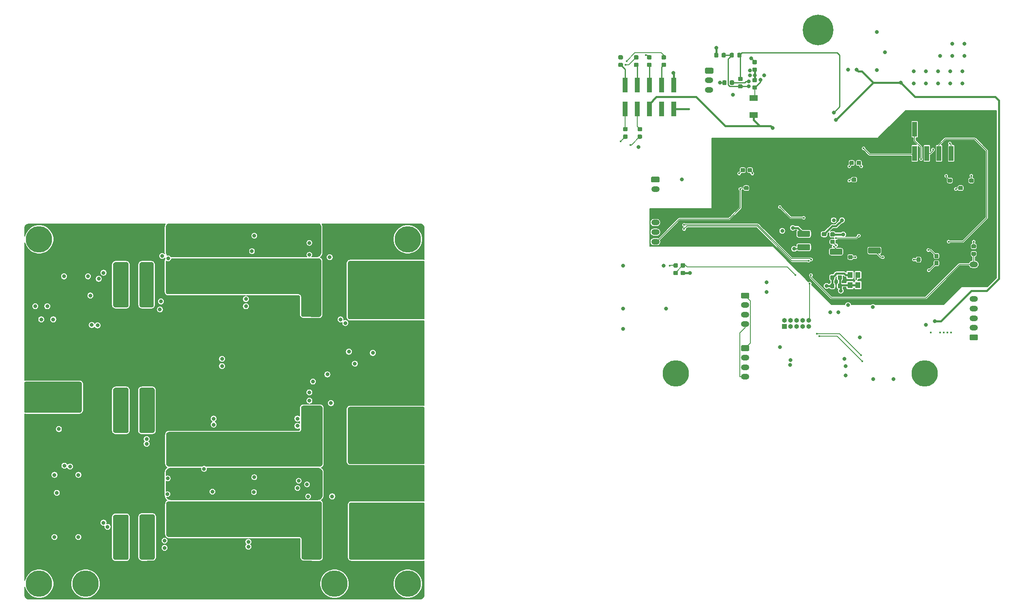
<source format=gbl>
G04 #@! TF.GenerationSoftware,KiCad,Pcbnew,(5.1.4)-1*
G04 #@! TF.CreationDate,2019-11-19T11:57:25+01:00*
G04 #@! TF.ProjectId,hardware_4850,68617264-7761-4726-955f-343835302e6b,rev?*
G04 #@! TF.SameCoordinates,Original*
G04 #@! TF.FileFunction,Copper,L4,Bot*
G04 #@! TF.FilePolarity,Positive*
%FSLAX46Y46*%
G04 Gerber Fmt 4.6, Leading zero omitted, Abs format (unit mm)*
G04 Created by KiCad (PCBNEW (5.1.4)-1) date 2019-11-19 11:57:25*
%MOMM*%
%LPD*%
G04 APERTURE LIST*
%ADD10R,1.700000X1.300000*%
%ADD11C,5.500000*%
%ADD12C,0.800000*%
%ADD13C,6.400000*%
%ADD14O,1.750000X1.200000*%
%ADD15C,0.100000*%
%ADD16C,1.200000*%
%ADD17C,0.875000*%
%ADD18R,1.100000X1.300000*%
%ADD19R,4.200000X3.300000*%
%ADD20R,4.700000X1.550000*%
%ADD21R,1.000000X1.000000*%
%ADD22R,1.400000X1.000000*%
%ADD23O,1.000000X1.000000*%
%ADD24R,1.000000X3.150000*%
%ADD25C,1.250000*%
%ADD26C,0.450000*%
%ADD27C,0.400000*%
%ADD28C,0.250000*%
%ADD29C,0.150000*%
%ADD30C,0.200000*%
G04 APERTURE END LIST*
D10*
X209500000Y-80500000D03*
X209500000Y-77000000D03*
D11*
X122000000Y-178500000D03*
X70000000Y-178500000D03*
X245250000Y-134500000D03*
X193250000Y-134500000D03*
D12*
X224697056Y-61052944D03*
X223000000Y-60350000D03*
X221302944Y-61052944D03*
X220600000Y-62750000D03*
X221302944Y-64447056D03*
X223000000Y-65150000D03*
X224697056Y-64447056D03*
X225400000Y-62750000D03*
D13*
X223000000Y-62750000D03*
D11*
X60300000Y-178500000D03*
X137300000Y-178500000D03*
X137300000Y-106500000D03*
X60300000Y-106500000D03*
D12*
X101947056Y-155802944D03*
X100250000Y-155100000D03*
X98552944Y-155802944D03*
X97850000Y-157500000D03*
X98552944Y-159197056D03*
X100250000Y-159900000D03*
X101947056Y-159197056D03*
X102650000Y-157500000D03*
D13*
X100250000Y-157500000D03*
D12*
X101447056Y-105052944D03*
X99750000Y-104350000D03*
X98052944Y-105052944D03*
X97350000Y-106750000D03*
X98052944Y-108447056D03*
X99750000Y-109150000D03*
X101447056Y-108447056D03*
X102150000Y-106750000D03*
D13*
X99750000Y-106750000D03*
D14*
X200250000Y-75250000D03*
X200250000Y-73250000D03*
D15*
G36*
X200899505Y-70651204D02*
G01*
X200923773Y-70654804D01*
X200947572Y-70660765D01*
X200970671Y-70669030D01*
X200992850Y-70679520D01*
X201013893Y-70692132D01*
X201033599Y-70706747D01*
X201051777Y-70723223D01*
X201068253Y-70741401D01*
X201082868Y-70761107D01*
X201095480Y-70782150D01*
X201105970Y-70804329D01*
X201114235Y-70827428D01*
X201120196Y-70851227D01*
X201123796Y-70875495D01*
X201125000Y-70899999D01*
X201125000Y-71600001D01*
X201123796Y-71624505D01*
X201120196Y-71648773D01*
X201114235Y-71672572D01*
X201105970Y-71695671D01*
X201095480Y-71717850D01*
X201082868Y-71738893D01*
X201068253Y-71758599D01*
X201051777Y-71776777D01*
X201033599Y-71793253D01*
X201013893Y-71807868D01*
X200992850Y-71820480D01*
X200970671Y-71830970D01*
X200947572Y-71839235D01*
X200923773Y-71845196D01*
X200899505Y-71848796D01*
X200875001Y-71850000D01*
X199624999Y-71850000D01*
X199600495Y-71848796D01*
X199576227Y-71845196D01*
X199552428Y-71839235D01*
X199529329Y-71830970D01*
X199507150Y-71820480D01*
X199486107Y-71807868D01*
X199466401Y-71793253D01*
X199448223Y-71776777D01*
X199431747Y-71758599D01*
X199417132Y-71738893D01*
X199404520Y-71717850D01*
X199394030Y-71695671D01*
X199385765Y-71672572D01*
X199379804Y-71648773D01*
X199376204Y-71624505D01*
X199375000Y-71600001D01*
X199375000Y-70899999D01*
X199376204Y-70875495D01*
X199379804Y-70851227D01*
X199385765Y-70827428D01*
X199394030Y-70804329D01*
X199404520Y-70782150D01*
X199417132Y-70761107D01*
X199431747Y-70741401D01*
X199448223Y-70723223D01*
X199466401Y-70706747D01*
X199486107Y-70692132D01*
X199507150Y-70679520D01*
X199529329Y-70669030D01*
X199552428Y-70660765D01*
X199576227Y-70654804D01*
X199600495Y-70651204D01*
X199624999Y-70650000D01*
X200875001Y-70650000D01*
X200899505Y-70651204D01*
X200899505Y-70651204D01*
G37*
D16*
X200250000Y-71250000D03*
D15*
G36*
X207527691Y-90026053D02*
G01*
X207548926Y-90029203D01*
X207569750Y-90034419D01*
X207589962Y-90041651D01*
X207609368Y-90050830D01*
X207627781Y-90061866D01*
X207645024Y-90074654D01*
X207660930Y-90089070D01*
X207675346Y-90104976D01*
X207688134Y-90122219D01*
X207699170Y-90140632D01*
X207708349Y-90160038D01*
X207715581Y-90180250D01*
X207720797Y-90201074D01*
X207723947Y-90222309D01*
X207725000Y-90243750D01*
X207725000Y-90681250D01*
X207723947Y-90702691D01*
X207720797Y-90723926D01*
X207715581Y-90744750D01*
X207708349Y-90764962D01*
X207699170Y-90784368D01*
X207688134Y-90802781D01*
X207675346Y-90820024D01*
X207660930Y-90835930D01*
X207645024Y-90850346D01*
X207627781Y-90863134D01*
X207609368Y-90874170D01*
X207589962Y-90883349D01*
X207569750Y-90890581D01*
X207548926Y-90895797D01*
X207527691Y-90898947D01*
X207506250Y-90900000D01*
X206993750Y-90900000D01*
X206972309Y-90898947D01*
X206951074Y-90895797D01*
X206930250Y-90890581D01*
X206910038Y-90883349D01*
X206890632Y-90874170D01*
X206872219Y-90863134D01*
X206854976Y-90850346D01*
X206839070Y-90835930D01*
X206824654Y-90820024D01*
X206811866Y-90802781D01*
X206800830Y-90784368D01*
X206791651Y-90764962D01*
X206784419Y-90744750D01*
X206779203Y-90723926D01*
X206776053Y-90702691D01*
X206775000Y-90681250D01*
X206775000Y-90243750D01*
X206776053Y-90222309D01*
X206779203Y-90201074D01*
X206784419Y-90180250D01*
X206791651Y-90160038D01*
X206800830Y-90140632D01*
X206811866Y-90122219D01*
X206824654Y-90104976D01*
X206839070Y-90089070D01*
X206854976Y-90074654D01*
X206872219Y-90061866D01*
X206890632Y-90050830D01*
X206910038Y-90041651D01*
X206930250Y-90034419D01*
X206951074Y-90029203D01*
X206972309Y-90026053D01*
X206993750Y-90025000D01*
X207506250Y-90025000D01*
X207527691Y-90026053D01*
X207527691Y-90026053D01*
G37*
D17*
X207250000Y-90462500D03*
D15*
G36*
X207527691Y-91601053D02*
G01*
X207548926Y-91604203D01*
X207569750Y-91609419D01*
X207589962Y-91616651D01*
X207609368Y-91625830D01*
X207627781Y-91636866D01*
X207645024Y-91649654D01*
X207660930Y-91664070D01*
X207675346Y-91679976D01*
X207688134Y-91697219D01*
X207699170Y-91715632D01*
X207708349Y-91735038D01*
X207715581Y-91755250D01*
X207720797Y-91776074D01*
X207723947Y-91797309D01*
X207725000Y-91818750D01*
X207725000Y-92256250D01*
X207723947Y-92277691D01*
X207720797Y-92298926D01*
X207715581Y-92319750D01*
X207708349Y-92339962D01*
X207699170Y-92359368D01*
X207688134Y-92377781D01*
X207675346Y-92395024D01*
X207660930Y-92410930D01*
X207645024Y-92425346D01*
X207627781Y-92438134D01*
X207609368Y-92449170D01*
X207589962Y-92458349D01*
X207569750Y-92465581D01*
X207548926Y-92470797D01*
X207527691Y-92473947D01*
X207506250Y-92475000D01*
X206993750Y-92475000D01*
X206972309Y-92473947D01*
X206951074Y-92470797D01*
X206930250Y-92465581D01*
X206910038Y-92458349D01*
X206890632Y-92449170D01*
X206872219Y-92438134D01*
X206854976Y-92425346D01*
X206839070Y-92410930D01*
X206824654Y-92395024D01*
X206811866Y-92377781D01*
X206800830Y-92359368D01*
X206791651Y-92339962D01*
X206784419Y-92319750D01*
X206779203Y-92298926D01*
X206776053Y-92277691D01*
X206775000Y-92256250D01*
X206775000Y-91818750D01*
X206776053Y-91797309D01*
X206779203Y-91776074D01*
X206784419Y-91755250D01*
X206791651Y-91735038D01*
X206800830Y-91715632D01*
X206811866Y-91697219D01*
X206824654Y-91679976D01*
X206839070Y-91664070D01*
X206854976Y-91649654D01*
X206872219Y-91636866D01*
X206890632Y-91625830D01*
X206910038Y-91616651D01*
X206930250Y-91609419D01*
X206951074Y-91604203D01*
X206972309Y-91601053D01*
X206993750Y-91600000D01*
X207506250Y-91600000D01*
X207527691Y-91601053D01*
X207527691Y-91601053D01*
G37*
D17*
X207250000Y-92037500D03*
D15*
G36*
X209027691Y-90026053D02*
G01*
X209048926Y-90029203D01*
X209069750Y-90034419D01*
X209089962Y-90041651D01*
X209109368Y-90050830D01*
X209127781Y-90061866D01*
X209145024Y-90074654D01*
X209160930Y-90089070D01*
X209175346Y-90104976D01*
X209188134Y-90122219D01*
X209199170Y-90140632D01*
X209208349Y-90160038D01*
X209215581Y-90180250D01*
X209220797Y-90201074D01*
X209223947Y-90222309D01*
X209225000Y-90243750D01*
X209225000Y-90681250D01*
X209223947Y-90702691D01*
X209220797Y-90723926D01*
X209215581Y-90744750D01*
X209208349Y-90764962D01*
X209199170Y-90784368D01*
X209188134Y-90802781D01*
X209175346Y-90820024D01*
X209160930Y-90835930D01*
X209145024Y-90850346D01*
X209127781Y-90863134D01*
X209109368Y-90874170D01*
X209089962Y-90883349D01*
X209069750Y-90890581D01*
X209048926Y-90895797D01*
X209027691Y-90898947D01*
X209006250Y-90900000D01*
X208493750Y-90900000D01*
X208472309Y-90898947D01*
X208451074Y-90895797D01*
X208430250Y-90890581D01*
X208410038Y-90883349D01*
X208390632Y-90874170D01*
X208372219Y-90863134D01*
X208354976Y-90850346D01*
X208339070Y-90835930D01*
X208324654Y-90820024D01*
X208311866Y-90802781D01*
X208300830Y-90784368D01*
X208291651Y-90764962D01*
X208284419Y-90744750D01*
X208279203Y-90723926D01*
X208276053Y-90702691D01*
X208275000Y-90681250D01*
X208275000Y-90243750D01*
X208276053Y-90222309D01*
X208279203Y-90201074D01*
X208284419Y-90180250D01*
X208291651Y-90160038D01*
X208300830Y-90140632D01*
X208311866Y-90122219D01*
X208324654Y-90104976D01*
X208339070Y-90089070D01*
X208354976Y-90074654D01*
X208372219Y-90061866D01*
X208390632Y-90050830D01*
X208410038Y-90041651D01*
X208430250Y-90034419D01*
X208451074Y-90029203D01*
X208472309Y-90026053D01*
X208493750Y-90025000D01*
X209006250Y-90025000D01*
X209027691Y-90026053D01*
X209027691Y-90026053D01*
G37*
D17*
X208750000Y-90462500D03*
D15*
G36*
X209027691Y-91601053D02*
G01*
X209048926Y-91604203D01*
X209069750Y-91609419D01*
X209089962Y-91616651D01*
X209109368Y-91625830D01*
X209127781Y-91636866D01*
X209145024Y-91649654D01*
X209160930Y-91664070D01*
X209175346Y-91679976D01*
X209188134Y-91697219D01*
X209199170Y-91715632D01*
X209208349Y-91735038D01*
X209215581Y-91755250D01*
X209220797Y-91776074D01*
X209223947Y-91797309D01*
X209225000Y-91818750D01*
X209225000Y-92256250D01*
X209223947Y-92277691D01*
X209220797Y-92298926D01*
X209215581Y-92319750D01*
X209208349Y-92339962D01*
X209199170Y-92359368D01*
X209188134Y-92377781D01*
X209175346Y-92395024D01*
X209160930Y-92410930D01*
X209145024Y-92425346D01*
X209127781Y-92438134D01*
X209109368Y-92449170D01*
X209089962Y-92458349D01*
X209069750Y-92465581D01*
X209048926Y-92470797D01*
X209027691Y-92473947D01*
X209006250Y-92475000D01*
X208493750Y-92475000D01*
X208472309Y-92473947D01*
X208451074Y-92470797D01*
X208430250Y-92465581D01*
X208410038Y-92458349D01*
X208390632Y-92449170D01*
X208372219Y-92438134D01*
X208354976Y-92425346D01*
X208339070Y-92410930D01*
X208324654Y-92395024D01*
X208311866Y-92377781D01*
X208300830Y-92359368D01*
X208291651Y-92339962D01*
X208284419Y-92319750D01*
X208279203Y-92298926D01*
X208276053Y-92277691D01*
X208275000Y-92256250D01*
X208275000Y-91818750D01*
X208276053Y-91797309D01*
X208279203Y-91776074D01*
X208284419Y-91755250D01*
X208291651Y-91735038D01*
X208300830Y-91715632D01*
X208311866Y-91697219D01*
X208324654Y-91679976D01*
X208339070Y-91664070D01*
X208354976Y-91649654D01*
X208372219Y-91636866D01*
X208390632Y-91625830D01*
X208410038Y-91616651D01*
X208430250Y-91609419D01*
X208451074Y-91604203D01*
X208472309Y-91601053D01*
X208493750Y-91600000D01*
X209006250Y-91600000D01*
X209027691Y-91601053D01*
X209027691Y-91601053D01*
G37*
D17*
X208750000Y-92037500D03*
D14*
X207750000Y-135250000D03*
X207750000Y-133250000D03*
X207750000Y-131250000D03*
D15*
G36*
X208399505Y-128651204D02*
G01*
X208423773Y-128654804D01*
X208447572Y-128660765D01*
X208470671Y-128669030D01*
X208492850Y-128679520D01*
X208513893Y-128692132D01*
X208533599Y-128706747D01*
X208551777Y-128723223D01*
X208568253Y-128741401D01*
X208582868Y-128761107D01*
X208595480Y-128782150D01*
X208605970Y-128804329D01*
X208614235Y-128827428D01*
X208620196Y-128851227D01*
X208623796Y-128875495D01*
X208625000Y-128899999D01*
X208625000Y-129600001D01*
X208623796Y-129624505D01*
X208620196Y-129648773D01*
X208614235Y-129672572D01*
X208605970Y-129695671D01*
X208595480Y-129717850D01*
X208582868Y-129738893D01*
X208568253Y-129758599D01*
X208551777Y-129776777D01*
X208533599Y-129793253D01*
X208513893Y-129807868D01*
X208492850Y-129820480D01*
X208470671Y-129830970D01*
X208447572Y-129839235D01*
X208423773Y-129845196D01*
X208399505Y-129848796D01*
X208375001Y-129850000D01*
X207124999Y-129850000D01*
X207100495Y-129848796D01*
X207076227Y-129845196D01*
X207052428Y-129839235D01*
X207029329Y-129830970D01*
X207007150Y-129820480D01*
X206986107Y-129807868D01*
X206966401Y-129793253D01*
X206948223Y-129776777D01*
X206931747Y-129758599D01*
X206917132Y-129738893D01*
X206904520Y-129717850D01*
X206894030Y-129695671D01*
X206885765Y-129672572D01*
X206879804Y-129648773D01*
X206876204Y-129624505D01*
X206875000Y-129600001D01*
X206875000Y-128899999D01*
X206876204Y-128875495D01*
X206879804Y-128851227D01*
X206885765Y-128827428D01*
X206894030Y-128804329D01*
X206904520Y-128782150D01*
X206917132Y-128761107D01*
X206931747Y-128741401D01*
X206948223Y-128723223D01*
X206966401Y-128706747D01*
X206986107Y-128692132D01*
X207007150Y-128679520D01*
X207029329Y-128669030D01*
X207052428Y-128660765D01*
X207076227Y-128654804D01*
X207100495Y-128651204D01*
X207124999Y-128650000D01*
X208375001Y-128650000D01*
X208399505Y-128651204D01*
X208399505Y-128651204D01*
G37*
D16*
X207750000Y-129250000D03*
D14*
X207750000Y-124250000D03*
X207750000Y-122250000D03*
X207750000Y-120250000D03*
D15*
G36*
X208399505Y-117651204D02*
G01*
X208423773Y-117654804D01*
X208447572Y-117660765D01*
X208470671Y-117669030D01*
X208492850Y-117679520D01*
X208513893Y-117692132D01*
X208533599Y-117706747D01*
X208551777Y-117723223D01*
X208568253Y-117741401D01*
X208582868Y-117761107D01*
X208595480Y-117782150D01*
X208605970Y-117804329D01*
X208614235Y-117827428D01*
X208620196Y-117851227D01*
X208623796Y-117875495D01*
X208625000Y-117899999D01*
X208625000Y-118600001D01*
X208623796Y-118624505D01*
X208620196Y-118648773D01*
X208614235Y-118672572D01*
X208605970Y-118695671D01*
X208595480Y-118717850D01*
X208582868Y-118738893D01*
X208568253Y-118758599D01*
X208551777Y-118776777D01*
X208533599Y-118793253D01*
X208513893Y-118807868D01*
X208492850Y-118820480D01*
X208470671Y-118830970D01*
X208447572Y-118839235D01*
X208423773Y-118845196D01*
X208399505Y-118848796D01*
X208375001Y-118850000D01*
X207124999Y-118850000D01*
X207100495Y-118848796D01*
X207076227Y-118845196D01*
X207052428Y-118839235D01*
X207029329Y-118830970D01*
X207007150Y-118820480D01*
X206986107Y-118807868D01*
X206966401Y-118793253D01*
X206948223Y-118776777D01*
X206931747Y-118758599D01*
X206917132Y-118738893D01*
X206904520Y-118717850D01*
X206894030Y-118695671D01*
X206885765Y-118672572D01*
X206879804Y-118648773D01*
X206876204Y-118624505D01*
X206875000Y-118600001D01*
X206875000Y-117899999D01*
X206876204Y-117875495D01*
X206879804Y-117851227D01*
X206885765Y-117827428D01*
X206894030Y-117804329D01*
X206904520Y-117782150D01*
X206917132Y-117761107D01*
X206931747Y-117741401D01*
X206948223Y-117723223D01*
X206966401Y-117706747D01*
X206986107Y-117692132D01*
X207007150Y-117679520D01*
X207029329Y-117669030D01*
X207052428Y-117660765D01*
X207076227Y-117654804D01*
X207100495Y-117651204D01*
X207124999Y-117650000D01*
X208375001Y-117650000D01*
X208399505Y-117651204D01*
X208399505Y-117651204D01*
G37*
D16*
X207750000Y-118250000D03*
D14*
X189000000Y-96000000D03*
D15*
G36*
X189649505Y-93401204D02*
G01*
X189673773Y-93404804D01*
X189697572Y-93410765D01*
X189720671Y-93419030D01*
X189742850Y-93429520D01*
X189763893Y-93442132D01*
X189783599Y-93456747D01*
X189801777Y-93473223D01*
X189818253Y-93491401D01*
X189832868Y-93511107D01*
X189845480Y-93532150D01*
X189855970Y-93554329D01*
X189864235Y-93577428D01*
X189870196Y-93601227D01*
X189873796Y-93625495D01*
X189875000Y-93649999D01*
X189875000Y-94350001D01*
X189873796Y-94374505D01*
X189870196Y-94398773D01*
X189864235Y-94422572D01*
X189855970Y-94445671D01*
X189845480Y-94467850D01*
X189832868Y-94488893D01*
X189818253Y-94508599D01*
X189801777Y-94526777D01*
X189783599Y-94543253D01*
X189763893Y-94557868D01*
X189742850Y-94570480D01*
X189720671Y-94580970D01*
X189697572Y-94589235D01*
X189673773Y-94595196D01*
X189649505Y-94598796D01*
X189625001Y-94600000D01*
X188374999Y-94600000D01*
X188350495Y-94598796D01*
X188326227Y-94595196D01*
X188302428Y-94589235D01*
X188279329Y-94580970D01*
X188257150Y-94570480D01*
X188236107Y-94557868D01*
X188216401Y-94543253D01*
X188198223Y-94526777D01*
X188181747Y-94508599D01*
X188167132Y-94488893D01*
X188154520Y-94467850D01*
X188144030Y-94445671D01*
X188135765Y-94422572D01*
X188129804Y-94398773D01*
X188126204Y-94374505D01*
X188125000Y-94350001D01*
X188125000Y-93649999D01*
X188126204Y-93625495D01*
X188129804Y-93601227D01*
X188135765Y-93577428D01*
X188144030Y-93554329D01*
X188154520Y-93532150D01*
X188167132Y-93511107D01*
X188181747Y-93491401D01*
X188198223Y-93473223D01*
X188216401Y-93456747D01*
X188236107Y-93442132D01*
X188257150Y-93429520D01*
X188279329Y-93419030D01*
X188302428Y-93410765D01*
X188326227Y-93404804D01*
X188350495Y-93401204D01*
X188374999Y-93400000D01*
X189625001Y-93400000D01*
X189649505Y-93401204D01*
X189649505Y-93401204D01*
G37*
D16*
X189000000Y-94000000D03*
D14*
X255500000Y-119000000D03*
X255500000Y-121000000D03*
X255500000Y-123000000D03*
X255500000Y-125000000D03*
D15*
G36*
X256149505Y-126401204D02*
G01*
X256173773Y-126404804D01*
X256197572Y-126410765D01*
X256220671Y-126419030D01*
X256242850Y-126429520D01*
X256263893Y-126442132D01*
X256283599Y-126456747D01*
X256301777Y-126473223D01*
X256318253Y-126491401D01*
X256332868Y-126511107D01*
X256345480Y-126532150D01*
X256355970Y-126554329D01*
X256364235Y-126577428D01*
X256370196Y-126601227D01*
X256373796Y-126625495D01*
X256375000Y-126649999D01*
X256375000Y-127350001D01*
X256373796Y-127374505D01*
X256370196Y-127398773D01*
X256364235Y-127422572D01*
X256355970Y-127445671D01*
X256345480Y-127467850D01*
X256332868Y-127488893D01*
X256318253Y-127508599D01*
X256301777Y-127526777D01*
X256283599Y-127543253D01*
X256263893Y-127557868D01*
X256242850Y-127570480D01*
X256220671Y-127580970D01*
X256197572Y-127589235D01*
X256173773Y-127595196D01*
X256149505Y-127598796D01*
X256125001Y-127600000D01*
X254874999Y-127600000D01*
X254850495Y-127598796D01*
X254826227Y-127595196D01*
X254802428Y-127589235D01*
X254779329Y-127580970D01*
X254757150Y-127570480D01*
X254736107Y-127557868D01*
X254716401Y-127543253D01*
X254698223Y-127526777D01*
X254681747Y-127508599D01*
X254667132Y-127488893D01*
X254654520Y-127467850D01*
X254644030Y-127445671D01*
X254635765Y-127422572D01*
X254629804Y-127398773D01*
X254626204Y-127374505D01*
X254625000Y-127350001D01*
X254625000Y-126649999D01*
X254626204Y-126625495D01*
X254629804Y-126601227D01*
X254635765Y-126577428D01*
X254644030Y-126554329D01*
X254654520Y-126532150D01*
X254667132Y-126511107D01*
X254681747Y-126491401D01*
X254698223Y-126473223D01*
X254716401Y-126456747D01*
X254736107Y-126442132D01*
X254757150Y-126429520D01*
X254779329Y-126419030D01*
X254802428Y-126410765D01*
X254826227Y-126404804D01*
X254850495Y-126401204D01*
X254874999Y-126400000D01*
X256125001Y-126400000D01*
X256149505Y-126401204D01*
X256149505Y-126401204D01*
G37*
D16*
X255500000Y-127000000D03*
D14*
X255500000Y-111750000D03*
D15*
G36*
X256149505Y-113151204D02*
G01*
X256173773Y-113154804D01*
X256197572Y-113160765D01*
X256220671Y-113169030D01*
X256242850Y-113179520D01*
X256263893Y-113192132D01*
X256283599Y-113206747D01*
X256301777Y-113223223D01*
X256318253Y-113241401D01*
X256332868Y-113261107D01*
X256345480Y-113282150D01*
X256355970Y-113304329D01*
X256364235Y-113327428D01*
X256370196Y-113351227D01*
X256373796Y-113375495D01*
X256375000Y-113399999D01*
X256375000Y-114100001D01*
X256373796Y-114124505D01*
X256370196Y-114148773D01*
X256364235Y-114172572D01*
X256355970Y-114195671D01*
X256345480Y-114217850D01*
X256332868Y-114238893D01*
X256318253Y-114258599D01*
X256301777Y-114276777D01*
X256283599Y-114293253D01*
X256263893Y-114307868D01*
X256242850Y-114320480D01*
X256220671Y-114330970D01*
X256197572Y-114339235D01*
X256173773Y-114345196D01*
X256149505Y-114348796D01*
X256125001Y-114350000D01*
X254874999Y-114350000D01*
X254850495Y-114348796D01*
X254826227Y-114345196D01*
X254802428Y-114339235D01*
X254779329Y-114330970D01*
X254757150Y-114320480D01*
X254736107Y-114307868D01*
X254716401Y-114293253D01*
X254698223Y-114276777D01*
X254681747Y-114258599D01*
X254667132Y-114238893D01*
X254654520Y-114217850D01*
X254644030Y-114195671D01*
X254635765Y-114172572D01*
X254629804Y-114148773D01*
X254626204Y-114124505D01*
X254625000Y-114100001D01*
X254625000Y-113399999D01*
X254626204Y-113375495D01*
X254629804Y-113351227D01*
X254635765Y-113327428D01*
X254644030Y-113304329D01*
X254654520Y-113282150D01*
X254667132Y-113261107D01*
X254681747Y-113241401D01*
X254698223Y-113223223D01*
X254716401Y-113206747D01*
X254736107Y-113192132D01*
X254757150Y-113179520D01*
X254779329Y-113169030D01*
X254802428Y-113160765D01*
X254826227Y-113154804D01*
X254850495Y-113151204D01*
X254874999Y-113150000D01*
X256125001Y-113150000D01*
X256149505Y-113151204D01*
X256149505Y-113151204D01*
G37*
D16*
X255500000Y-113750000D03*
D14*
X189000000Y-107000000D03*
X189000000Y-105000000D03*
X189000000Y-103000000D03*
D15*
G36*
X189649505Y-100401204D02*
G01*
X189673773Y-100404804D01*
X189697572Y-100410765D01*
X189720671Y-100419030D01*
X189742850Y-100429520D01*
X189763893Y-100442132D01*
X189783599Y-100456747D01*
X189801777Y-100473223D01*
X189818253Y-100491401D01*
X189832868Y-100511107D01*
X189845480Y-100532150D01*
X189855970Y-100554329D01*
X189864235Y-100577428D01*
X189870196Y-100601227D01*
X189873796Y-100625495D01*
X189875000Y-100649999D01*
X189875000Y-101350001D01*
X189873796Y-101374505D01*
X189870196Y-101398773D01*
X189864235Y-101422572D01*
X189855970Y-101445671D01*
X189845480Y-101467850D01*
X189832868Y-101488893D01*
X189818253Y-101508599D01*
X189801777Y-101526777D01*
X189783599Y-101543253D01*
X189763893Y-101557868D01*
X189742850Y-101570480D01*
X189720671Y-101580970D01*
X189697572Y-101589235D01*
X189673773Y-101595196D01*
X189649505Y-101598796D01*
X189625001Y-101600000D01*
X188374999Y-101600000D01*
X188350495Y-101598796D01*
X188326227Y-101595196D01*
X188302428Y-101589235D01*
X188279329Y-101580970D01*
X188257150Y-101570480D01*
X188236107Y-101557868D01*
X188216401Y-101543253D01*
X188198223Y-101526777D01*
X188181747Y-101508599D01*
X188167132Y-101488893D01*
X188154520Y-101467850D01*
X188144030Y-101445671D01*
X188135765Y-101422572D01*
X188129804Y-101398773D01*
X188126204Y-101374505D01*
X188125000Y-101350001D01*
X188125000Y-100649999D01*
X188126204Y-100625495D01*
X188129804Y-100601227D01*
X188135765Y-100577428D01*
X188144030Y-100554329D01*
X188154520Y-100532150D01*
X188167132Y-100511107D01*
X188181747Y-100491401D01*
X188198223Y-100473223D01*
X188216401Y-100456747D01*
X188236107Y-100442132D01*
X188257150Y-100429520D01*
X188279329Y-100419030D01*
X188302428Y-100410765D01*
X188326227Y-100404804D01*
X188350495Y-100401204D01*
X188374999Y-100400000D01*
X189625001Y-100400000D01*
X189649505Y-100401204D01*
X189649505Y-100401204D01*
G37*
D16*
X189000000Y-101000000D03*
D15*
G36*
X183027691Y-84601053D02*
G01*
X183048926Y-84604203D01*
X183069750Y-84609419D01*
X183089962Y-84616651D01*
X183109368Y-84625830D01*
X183127781Y-84636866D01*
X183145024Y-84649654D01*
X183160930Y-84664070D01*
X183175346Y-84679976D01*
X183188134Y-84697219D01*
X183199170Y-84715632D01*
X183208349Y-84735038D01*
X183215581Y-84755250D01*
X183220797Y-84776074D01*
X183223947Y-84797309D01*
X183225000Y-84818750D01*
X183225000Y-85256250D01*
X183223947Y-85277691D01*
X183220797Y-85298926D01*
X183215581Y-85319750D01*
X183208349Y-85339962D01*
X183199170Y-85359368D01*
X183188134Y-85377781D01*
X183175346Y-85395024D01*
X183160930Y-85410930D01*
X183145024Y-85425346D01*
X183127781Y-85438134D01*
X183109368Y-85449170D01*
X183089962Y-85458349D01*
X183069750Y-85465581D01*
X183048926Y-85470797D01*
X183027691Y-85473947D01*
X183006250Y-85475000D01*
X182493750Y-85475000D01*
X182472309Y-85473947D01*
X182451074Y-85470797D01*
X182430250Y-85465581D01*
X182410038Y-85458349D01*
X182390632Y-85449170D01*
X182372219Y-85438134D01*
X182354976Y-85425346D01*
X182339070Y-85410930D01*
X182324654Y-85395024D01*
X182311866Y-85377781D01*
X182300830Y-85359368D01*
X182291651Y-85339962D01*
X182284419Y-85319750D01*
X182279203Y-85298926D01*
X182276053Y-85277691D01*
X182275000Y-85256250D01*
X182275000Y-84818750D01*
X182276053Y-84797309D01*
X182279203Y-84776074D01*
X182284419Y-84755250D01*
X182291651Y-84735038D01*
X182300830Y-84715632D01*
X182311866Y-84697219D01*
X182324654Y-84679976D01*
X182339070Y-84664070D01*
X182354976Y-84649654D01*
X182372219Y-84636866D01*
X182390632Y-84625830D01*
X182410038Y-84616651D01*
X182430250Y-84609419D01*
X182451074Y-84604203D01*
X182472309Y-84601053D01*
X182493750Y-84600000D01*
X183006250Y-84600000D01*
X183027691Y-84601053D01*
X183027691Y-84601053D01*
G37*
D17*
X182750000Y-85037500D03*
D15*
G36*
X183027691Y-83026053D02*
G01*
X183048926Y-83029203D01*
X183069750Y-83034419D01*
X183089962Y-83041651D01*
X183109368Y-83050830D01*
X183127781Y-83061866D01*
X183145024Y-83074654D01*
X183160930Y-83089070D01*
X183175346Y-83104976D01*
X183188134Y-83122219D01*
X183199170Y-83140632D01*
X183208349Y-83160038D01*
X183215581Y-83180250D01*
X183220797Y-83201074D01*
X183223947Y-83222309D01*
X183225000Y-83243750D01*
X183225000Y-83681250D01*
X183223947Y-83702691D01*
X183220797Y-83723926D01*
X183215581Y-83744750D01*
X183208349Y-83764962D01*
X183199170Y-83784368D01*
X183188134Y-83802781D01*
X183175346Y-83820024D01*
X183160930Y-83835930D01*
X183145024Y-83850346D01*
X183127781Y-83863134D01*
X183109368Y-83874170D01*
X183089962Y-83883349D01*
X183069750Y-83890581D01*
X183048926Y-83895797D01*
X183027691Y-83898947D01*
X183006250Y-83900000D01*
X182493750Y-83900000D01*
X182472309Y-83898947D01*
X182451074Y-83895797D01*
X182430250Y-83890581D01*
X182410038Y-83883349D01*
X182390632Y-83874170D01*
X182372219Y-83863134D01*
X182354976Y-83850346D01*
X182339070Y-83835930D01*
X182324654Y-83820024D01*
X182311866Y-83802781D01*
X182300830Y-83784368D01*
X182291651Y-83764962D01*
X182284419Y-83744750D01*
X182279203Y-83723926D01*
X182276053Y-83702691D01*
X182275000Y-83681250D01*
X182275000Y-83243750D01*
X182276053Y-83222309D01*
X182279203Y-83201074D01*
X182284419Y-83180250D01*
X182291651Y-83160038D01*
X182300830Y-83140632D01*
X182311866Y-83122219D01*
X182324654Y-83104976D01*
X182339070Y-83089070D01*
X182354976Y-83074654D01*
X182372219Y-83061866D01*
X182390632Y-83050830D01*
X182410038Y-83041651D01*
X182430250Y-83034419D01*
X182451074Y-83029203D01*
X182472309Y-83026053D01*
X182493750Y-83025000D01*
X183006250Y-83025000D01*
X183027691Y-83026053D01*
X183027691Y-83026053D01*
G37*
D17*
X182750000Y-83462500D03*
D15*
G36*
X185277691Y-68026053D02*
G01*
X185298926Y-68029203D01*
X185319750Y-68034419D01*
X185339962Y-68041651D01*
X185359368Y-68050830D01*
X185377781Y-68061866D01*
X185395024Y-68074654D01*
X185410930Y-68089070D01*
X185425346Y-68104976D01*
X185438134Y-68122219D01*
X185449170Y-68140632D01*
X185458349Y-68160038D01*
X185465581Y-68180250D01*
X185470797Y-68201074D01*
X185473947Y-68222309D01*
X185475000Y-68243750D01*
X185475000Y-68681250D01*
X185473947Y-68702691D01*
X185470797Y-68723926D01*
X185465581Y-68744750D01*
X185458349Y-68764962D01*
X185449170Y-68784368D01*
X185438134Y-68802781D01*
X185425346Y-68820024D01*
X185410930Y-68835930D01*
X185395024Y-68850346D01*
X185377781Y-68863134D01*
X185359368Y-68874170D01*
X185339962Y-68883349D01*
X185319750Y-68890581D01*
X185298926Y-68895797D01*
X185277691Y-68898947D01*
X185256250Y-68900000D01*
X184743750Y-68900000D01*
X184722309Y-68898947D01*
X184701074Y-68895797D01*
X184680250Y-68890581D01*
X184660038Y-68883349D01*
X184640632Y-68874170D01*
X184622219Y-68863134D01*
X184604976Y-68850346D01*
X184589070Y-68835930D01*
X184574654Y-68820024D01*
X184561866Y-68802781D01*
X184550830Y-68784368D01*
X184541651Y-68764962D01*
X184534419Y-68744750D01*
X184529203Y-68723926D01*
X184526053Y-68702691D01*
X184525000Y-68681250D01*
X184525000Y-68243750D01*
X184526053Y-68222309D01*
X184529203Y-68201074D01*
X184534419Y-68180250D01*
X184541651Y-68160038D01*
X184550830Y-68140632D01*
X184561866Y-68122219D01*
X184574654Y-68104976D01*
X184589070Y-68089070D01*
X184604976Y-68074654D01*
X184622219Y-68061866D01*
X184640632Y-68050830D01*
X184660038Y-68041651D01*
X184680250Y-68034419D01*
X184701074Y-68029203D01*
X184722309Y-68026053D01*
X184743750Y-68025000D01*
X185256250Y-68025000D01*
X185277691Y-68026053D01*
X185277691Y-68026053D01*
G37*
D17*
X185000000Y-68462500D03*
D15*
G36*
X185277691Y-69601053D02*
G01*
X185298926Y-69604203D01*
X185319750Y-69609419D01*
X185339962Y-69616651D01*
X185359368Y-69625830D01*
X185377781Y-69636866D01*
X185395024Y-69649654D01*
X185410930Y-69664070D01*
X185425346Y-69679976D01*
X185438134Y-69697219D01*
X185449170Y-69715632D01*
X185458349Y-69735038D01*
X185465581Y-69755250D01*
X185470797Y-69776074D01*
X185473947Y-69797309D01*
X185475000Y-69818750D01*
X185475000Y-70256250D01*
X185473947Y-70277691D01*
X185470797Y-70298926D01*
X185465581Y-70319750D01*
X185458349Y-70339962D01*
X185449170Y-70359368D01*
X185438134Y-70377781D01*
X185425346Y-70395024D01*
X185410930Y-70410930D01*
X185395024Y-70425346D01*
X185377781Y-70438134D01*
X185359368Y-70449170D01*
X185339962Y-70458349D01*
X185319750Y-70465581D01*
X185298926Y-70470797D01*
X185277691Y-70473947D01*
X185256250Y-70475000D01*
X184743750Y-70475000D01*
X184722309Y-70473947D01*
X184701074Y-70470797D01*
X184680250Y-70465581D01*
X184660038Y-70458349D01*
X184640632Y-70449170D01*
X184622219Y-70438134D01*
X184604976Y-70425346D01*
X184589070Y-70410930D01*
X184574654Y-70395024D01*
X184561866Y-70377781D01*
X184550830Y-70359368D01*
X184541651Y-70339962D01*
X184534419Y-70319750D01*
X184529203Y-70298926D01*
X184526053Y-70277691D01*
X184525000Y-70256250D01*
X184525000Y-69818750D01*
X184526053Y-69797309D01*
X184529203Y-69776074D01*
X184534419Y-69755250D01*
X184541651Y-69735038D01*
X184550830Y-69715632D01*
X184561866Y-69697219D01*
X184574654Y-69679976D01*
X184589070Y-69664070D01*
X184604976Y-69649654D01*
X184622219Y-69636866D01*
X184640632Y-69625830D01*
X184660038Y-69616651D01*
X184680250Y-69609419D01*
X184701074Y-69604203D01*
X184722309Y-69601053D01*
X184743750Y-69600000D01*
X185256250Y-69600000D01*
X185277691Y-69601053D01*
X185277691Y-69601053D01*
G37*
D17*
X185000000Y-70037500D03*
D15*
G36*
X191027691Y-68026053D02*
G01*
X191048926Y-68029203D01*
X191069750Y-68034419D01*
X191089962Y-68041651D01*
X191109368Y-68050830D01*
X191127781Y-68061866D01*
X191145024Y-68074654D01*
X191160930Y-68089070D01*
X191175346Y-68104976D01*
X191188134Y-68122219D01*
X191199170Y-68140632D01*
X191208349Y-68160038D01*
X191215581Y-68180250D01*
X191220797Y-68201074D01*
X191223947Y-68222309D01*
X191225000Y-68243750D01*
X191225000Y-68681250D01*
X191223947Y-68702691D01*
X191220797Y-68723926D01*
X191215581Y-68744750D01*
X191208349Y-68764962D01*
X191199170Y-68784368D01*
X191188134Y-68802781D01*
X191175346Y-68820024D01*
X191160930Y-68835930D01*
X191145024Y-68850346D01*
X191127781Y-68863134D01*
X191109368Y-68874170D01*
X191089962Y-68883349D01*
X191069750Y-68890581D01*
X191048926Y-68895797D01*
X191027691Y-68898947D01*
X191006250Y-68900000D01*
X190493750Y-68900000D01*
X190472309Y-68898947D01*
X190451074Y-68895797D01*
X190430250Y-68890581D01*
X190410038Y-68883349D01*
X190390632Y-68874170D01*
X190372219Y-68863134D01*
X190354976Y-68850346D01*
X190339070Y-68835930D01*
X190324654Y-68820024D01*
X190311866Y-68802781D01*
X190300830Y-68784368D01*
X190291651Y-68764962D01*
X190284419Y-68744750D01*
X190279203Y-68723926D01*
X190276053Y-68702691D01*
X190275000Y-68681250D01*
X190275000Y-68243750D01*
X190276053Y-68222309D01*
X190279203Y-68201074D01*
X190284419Y-68180250D01*
X190291651Y-68160038D01*
X190300830Y-68140632D01*
X190311866Y-68122219D01*
X190324654Y-68104976D01*
X190339070Y-68089070D01*
X190354976Y-68074654D01*
X190372219Y-68061866D01*
X190390632Y-68050830D01*
X190410038Y-68041651D01*
X190430250Y-68034419D01*
X190451074Y-68029203D01*
X190472309Y-68026053D01*
X190493750Y-68025000D01*
X191006250Y-68025000D01*
X191027691Y-68026053D01*
X191027691Y-68026053D01*
G37*
D17*
X190750000Y-68462500D03*
D15*
G36*
X191027691Y-69601053D02*
G01*
X191048926Y-69604203D01*
X191069750Y-69609419D01*
X191089962Y-69616651D01*
X191109368Y-69625830D01*
X191127781Y-69636866D01*
X191145024Y-69649654D01*
X191160930Y-69664070D01*
X191175346Y-69679976D01*
X191188134Y-69697219D01*
X191199170Y-69715632D01*
X191208349Y-69735038D01*
X191215581Y-69755250D01*
X191220797Y-69776074D01*
X191223947Y-69797309D01*
X191225000Y-69818750D01*
X191225000Y-70256250D01*
X191223947Y-70277691D01*
X191220797Y-70298926D01*
X191215581Y-70319750D01*
X191208349Y-70339962D01*
X191199170Y-70359368D01*
X191188134Y-70377781D01*
X191175346Y-70395024D01*
X191160930Y-70410930D01*
X191145024Y-70425346D01*
X191127781Y-70438134D01*
X191109368Y-70449170D01*
X191089962Y-70458349D01*
X191069750Y-70465581D01*
X191048926Y-70470797D01*
X191027691Y-70473947D01*
X191006250Y-70475000D01*
X190493750Y-70475000D01*
X190472309Y-70473947D01*
X190451074Y-70470797D01*
X190430250Y-70465581D01*
X190410038Y-70458349D01*
X190390632Y-70449170D01*
X190372219Y-70438134D01*
X190354976Y-70425346D01*
X190339070Y-70410930D01*
X190324654Y-70395024D01*
X190311866Y-70377781D01*
X190300830Y-70359368D01*
X190291651Y-70339962D01*
X190284419Y-70319750D01*
X190279203Y-70298926D01*
X190276053Y-70277691D01*
X190275000Y-70256250D01*
X190275000Y-69818750D01*
X190276053Y-69797309D01*
X190279203Y-69776074D01*
X190284419Y-69755250D01*
X190291651Y-69735038D01*
X190300830Y-69715632D01*
X190311866Y-69697219D01*
X190324654Y-69679976D01*
X190339070Y-69664070D01*
X190354976Y-69649654D01*
X190372219Y-69636866D01*
X190390632Y-69625830D01*
X190410038Y-69616651D01*
X190430250Y-69609419D01*
X190451074Y-69604203D01*
X190472309Y-69601053D01*
X190493750Y-69600000D01*
X191006250Y-69600000D01*
X191027691Y-69601053D01*
X191027691Y-69601053D01*
G37*
D17*
X190750000Y-70037500D03*
D15*
G36*
X186027691Y-84601053D02*
G01*
X186048926Y-84604203D01*
X186069750Y-84609419D01*
X186089962Y-84616651D01*
X186109368Y-84625830D01*
X186127781Y-84636866D01*
X186145024Y-84649654D01*
X186160930Y-84664070D01*
X186175346Y-84679976D01*
X186188134Y-84697219D01*
X186199170Y-84715632D01*
X186208349Y-84735038D01*
X186215581Y-84755250D01*
X186220797Y-84776074D01*
X186223947Y-84797309D01*
X186225000Y-84818750D01*
X186225000Y-85256250D01*
X186223947Y-85277691D01*
X186220797Y-85298926D01*
X186215581Y-85319750D01*
X186208349Y-85339962D01*
X186199170Y-85359368D01*
X186188134Y-85377781D01*
X186175346Y-85395024D01*
X186160930Y-85410930D01*
X186145024Y-85425346D01*
X186127781Y-85438134D01*
X186109368Y-85449170D01*
X186089962Y-85458349D01*
X186069750Y-85465581D01*
X186048926Y-85470797D01*
X186027691Y-85473947D01*
X186006250Y-85475000D01*
X185493750Y-85475000D01*
X185472309Y-85473947D01*
X185451074Y-85470797D01*
X185430250Y-85465581D01*
X185410038Y-85458349D01*
X185390632Y-85449170D01*
X185372219Y-85438134D01*
X185354976Y-85425346D01*
X185339070Y-85410930D01*
X185324654Y-85395024D01*
X185311866Y-85377781D01*
X185300830Y-85359368D01*
X185291651Y-85339962D01*
X185284419Y-85319750D01*
X185279203Y-85298926D01*
X185276053Y-85277691D01*
X185275000Y-85256250D01*
X185275000Y-84818750D01*
X185276053Y-84797309D01*
X185279203Y-84776074D01*
X185284419Y-84755250D01*
X185291651Y-84735038D01*
X185300830Y-84715632D01*
X185311866Y-84697219D01*
X185324654Y-84679976D01*
X185339070Y-84664070D01*
X185354976Y-84649654D01*
X185372219Y-84636866D01*
X185390632Y-84625830D01*
X185410038Y-84616651D01*
X185430250Y-84609419D01*
X185451074Y-84604203D01*
X185472309Y-84601053D01*
X185493750Y-84600000D01*
X186006250Y-84600000D01*
X186027691Y-84601053D01*
X186027691Y-84601053D01*
G37*
D17*
X185750000Y-85037500D03*
D15*
G36*
X186027691Y-83026053D02*
G01*
X186048926Y-83029203D01*
X186069750Y-83034419D01*
X186089962Y-83041651D01*
X186109368Y-83050830D01*
X186127781Y-83061866D01*
X186145024Y-83074654D01*
X186160930Y-83089070D01*
X186175346Y-83104976D01*
X186188134Y-83122219D01*
X186199170Y-83140632D01*
X186208349Y-83160038D01*
X186215581Y-83180250D01*
X186220797Y-83201074D01*
X186223947Y-83222309D01*
X186225000Y-83243750D01*
X186225000Y-83681250D01*
X186223947Y-83702691D01*
X186220797Y-83723926D01*
X186215581Y-83744750D01*
X186208349Y-83764962D01*
X186199170Y-83784368D01*
X186188134Y-83802781D01*
X186175346Y-83820024D01*
X186160930Y-83835930D01*
X186145024Y-83850346D01*
X186127781Y-83863134D01*
X186109368Y-83874170D01*
X186089962Y-83883349D01*
X186069750Y-83890581D01*
X186048926Y-83895797D01*
X186027691Y-83898947D01*
X186006250Y-83900000D01*
X185493750Y-83900000D01*
X185472309Y-83898947D01*
X185451074Y-83895797D01*
X185430250Y-83890581D01*
X185410038Y-83883349D01*
X185390632Y-83874170D01*
X185372219Y-83863134D01*
X185354976Y-83850346D01*
X185339070Y-83835930D01*
X185324654Y-83820024D01*
X185311866Y-83802781D01*
X185300830Y-83784368D01*
X185291651Y-83764962D01*
X185284419Y-83744750D01*
X185279203Y-83723926D01*
X185276053Y-83702691D01*
X185275000Y-83681250D01*
X185275000Y-83243750D01*
X185276053Y-83222309D01*
X185279203Y-83201074D01*
X185284419Y-83180250D01*
X185291651Y-83160038D01*
X185300830Y-83140632D01*
X185311866Y-83122219D01*
X185324654Y-83104976D01*
X185339070Y-83089070D01*
X185354976Y-83074654D01*
X185372219Y-83061866D01*
X185390632Y-83050830D01*
X185410038Y-83041651D01*
X185430250Y-83034419D01*
X185451074Y-83029203D01*
X185472309Y-83026053D01*
X185493750Y-83025000D01*
X186006250Y-83025000D01*
X186027691Y-83026053D01*
X186027691Y-83026053D01*
G37*
D17*
X185750000Y-83462500D03*
D15*
G36*
X182027691Y-68026053D02*
G01*
X182048926Y-68029203D01*
X182069750Y-68034419D01*
X182089962Y-68041651D01*
X182109368Y-68050830D01*
X182127781Y-68061866D01*
X182145024Y-68074654D01*
X182160930Y-68089070D01*
X182175346Y-68104976D01*
X182188134Y-68122219D01*
X182199170Y-68140632D01*
X182208349Y-68160038D01*
X182215581Y-68180250D01*
X182220797Y-68201074D01*
X182223947Y-68222309D01*
X182225000Y-68243750D01*
X182225000Y-68681250D01*
X182223947Y-68702691D01*
X182220797Y-68723926D01*
X182215581Y-68744750D01*
X182208349Y-68764962D01*
X182199170Y-68784368D01*
X182188134Y-68802781D01*
X182175346Y-68820024D01*
X182160930Y-68835930D01*
X182145024Y-68850346D01*
X182127781Y-68863134D01*
X182109368Y-68874170D01*
X182089962Y-68883349D01*
X182069750Y-68890581D01*
X182048926Y-68895797D01*
X182027691Y-68898947D01*
X182006250Y-68900000D01*
X181493750Y-68900000D01*
X181472309Y-68898947D01*
X181451074Y-68895797D01*
X181430250Y-68890581D01*
X181410038Y-68883349D01*
X181390632Y-68874170D01*
X181372219Y-68863134D01*
X181354976Y-68850346D01*
X181339070Y-68835930D01*
X181324654Y-68820024D01*
X181311866Y-68802781D01*
X181300830Y-68784368D01*
X181291651Y-68764962D01*
X181284419Y-68744750D01*
X181279203Y-68723926D01*
X181276053Y-68702691D01*
X181275000Y-68681250D01*
X181275000Y-68243750D01*
X181276053Y-68222309D01*
X181279203Y-68201074D01*
X181284419Y-68180250D01*
X181291651Y-68160038D01*
X181300830Y-68140632D01*
X181311866Y-68122219D01*
X181324654Y-68104976D01*
X181339070Y-68089070D01*
X181354976Y-68074654D01*
X181372219Y-68061866D01*
X181390632Y-68050830D01*
X181410038Y-68041651D01*
X181430250Y-68034419D01*
X181451074Y-68029203D01*
X181472309Y-68026053D01*
X181493750Y-68025000D01*
X182006250Y-68025000D01*
X182027691Y-68026053D01*
X182027691Y-68026053D01*
G37*
D17*
X181750000Y-68462500D03*
D15*
G36*
X182027691Y-69601053D02*
G01*
X182048926Y-69604203D01*
X182069750Y-69609419D01*
X182089962Y-69616651D01*
X182109368Y-69625830D01*
X182127781Y-69636866D01*
X182145024Y-69649654D01*
X182160930Y-69664070D01*
X182175346Y-69679976D01*
X182188134Y-69697219D01*
X182199170Y-69715632D01*
X182208349Y-69735038D01*
X182215581Y-69755250D01*
X182220797Y-69776074D01*
X182223947Y-69797309D01*
X182225000Y-69818750D01*
X182225000Y-70256250D01*
X182223947Y-70277691D01*
X182220797Y-70298926D01*
X182215581Y-70319750D01*
X182208349Y-70339962D01*
X182199170Y-70359368D01*
X182188134Y-70377781D01*
X182175346Y-70395024D01*
X182160930Y-70410930D01*
X182145024Y-70425346D01*
X182127781Y-70438134D01*
X182109368Y-70449170D01*
X182089962Y-70458349D01*
X182069750Y-70465581D01*
X182048926Y-70470797D01*
X182027691Y-70473947D01*
X182006250Y-70475000D01*
X181493750Y-70475000D01*
X181472309Y-70473947D01*
X181451074Y-70470797D01*
X181430250Y-70465581D01*
X181410038Y-70458349D01*
X181390632Y-70449170D01*
X181372219Y-70438134D01*
X181354976Y-70425346D01*
X181339070Y-70410930D01*
X181324654Y-70395024D01*
X181311866Y-70377781D01*
X181300830Y-70359368D01*
X181291651Y-70339962D01*
X181284419Y-70319750D01*
X181279203Y-70298926D01*
X181276053Y-70277691D01*
X181275000Y-70256250D01*
X181275000Y-69818750D01*
X181276053Y-69797309D01*
X181279203Y-69776074D01*
X181284419Y-69755250D01*
X181291651Y-69735038D01*
X181300830Y-69715632D01*
X181311866Y-69697219D01*
X181324654Y-69679976D01*
X181339070Y-69664070D01*
X181354976Y-69649654D01*
X181372219Y-69636866D01*
X181390632Y-69625830D01*
X181410038Y-69616651D01*
X181430250Y-69609419D01*
X181451074Y-69604203D01*
X181472309Y-69601053D01*
X181493750Y-69600000D01*
X182006250Y-69600000D01*
X182027691Y-69601053D01*
X182027691Y-69601053D01*
G37*
D17*
X181750000Y-70037500D03*
D15*
G36*
X188027691Y-68026053D02*
G01*
X188048926Y-68029203D01*
X188069750Y-68034419D01*
X188089962Y-68041651D01*
X188109368Y-68050830D01*
X188127781Y-68061866D01*
X188145024Y-68074654D01*
X188160930Y-68089070D01*
X188175346Y-68104976D01*
X188188134Y-68122219D01*
X188199170Y-68140632D01*
X188208349Y-68160038D01*
X188215581Y-68180250D01*
X188220797Y-68201074D01*
X188223947Y-68222309D01*
X188225000Y-68243750D01*
X188225000Y-68681250D01*
X188223947Y-68702691D01*
X188220797Y-68723926D01*
X188215581Y-68744750D01*
X188208349Y-68764962D01*
X188199170Y-68784368D01*
X188188134Y-68802781D01*
X188175346Y-68820024D01*
X188160930Y-68835930D01*
X188145024Y-68850346D01*
X188127781Y-68863134D01*
X188109368Y-68874170D01*
X188089962Y-68883349D01*
X188069750Y-68890581D01*
X188048926Y-68895797D01*
X188027691Y-68898947D01*
X188006250Y-68900000D01*
X187493750Y-68900000D01*
X187472309Y-68898947D01*
X187451074Y-68895797D01*
X187430250Y-68890581D01*
X187410038Y-68883349D01*
X187390632Y-68874170D01*
X187372219Y-68863134D01*
X187354976Y-68850346D01*
X187339070Y-68835930D01*
X187324654Y-68820024D01*
X187311866Y-68802781D01*
X187300830Y-68784368D01*
X187291651Y-68764962D01*
X187284419Y-68744750D01*
X187279203Y-68723926D01*
X187276053Y-68702691D01*
X187275000Y-68681250D01*
X187275000Y-68243750D01*
X187276053Y-68222309D01*
X187279203Y-68201074D01*
X187284419Y-68180250D01*
X187291651Y-68160038D01*
X187300830Y-68140632D01*
X187311866Y-68122219D01*
X187324654Y-68104976D01*
X187339070Y-68089070D01*
X187354976Y-68074654D01*
X187372219Y-68061866D01*
X187390632Y-68050830D01*
X187410038Y-68041651D01*
X187430250Y-68034419D01*
X187451074Y-68029203D01*
X187472309Y-68026053D01*
X187493750Y-68025000D01*
X188006250Y-68025000D01*
X188027691Y-68026053D01*
X188027691Y-68026053D01*
G37*
D17*
X187750000Y-68462500D03*
D15*
G36*
X188027691Y-69601053D02*
G01*
X188048926Y-69604203D01*
X188069750Y-69609419D01*
X188089962Y-69616651D01*
X188109368Y-69625830D01*
X188127781Y-69636866D01*
X188145024Y-69649654D01*
X188160930Y-69664070D01*
X188175346Y-69679976D01*
X188188134Y-69697219D01*
X188199170Y-69715632D01*
X188208349Y-69735038D01*
X188215581Y-69755250D01*
X188220797Y-69776074D01*
X188223947Y-69797309D01*
X188225000Y-69818750D01*
X188225000Y-70256250D01*
X188223947Y-70277691D01*
X188220797Y-70298926D01*
X188215581Y-70319750D01*
X188208349Y-70339962D01*
X188199170Y-70359368D01*
X188188134Y-70377781D01*
X188175346Y-70395024D01*
X188160930Y-70410930D01*
X188145024Y-70425346D01*
X188127781Y-70438134D01*
X188109368Y-70449170D01*
X188089962Y-70458349D01*
X188069750Y-70465581D01*
X188048926Y-70470797D01*
X188027691Y-70473947D01*
X188006250Y-70475000D01*
X187493750Y-70475000D01*
X187472309Y-70473947D01*
X187451074Y-70470797D01*
X187430250Y-70465581D01*
X187410038Y-70458349D01*
X187390632Y-70449170D01*
X187372219Y-70438134D01*
X187354976Y-70425346D01*
X187339070Y-70410930D01*
X187324654Y-70395024D01*
X187311866Y-70377781D01*
X187300830Y-70359368D01*
X187291651Y-70339962D01*
X187284419Y-70319750D01*
X187279203Y-70298926D01*
X187276053Y-70277691D01*
X187275000Y-70256250D01*
X187275000Y-69818750D01*
X187276053Y-69797309D01*
X187279203Y-69776074D01*
X187284419Y-69755250D01*
X187291651Y-69735038D01*
X187300830Y-69715632D01*
X187311866Y-69697219D01*
X187324654Y-69679976D01*
X187339070Y-69664070D01*
X187354976Y-69649654D01*
X187372219Y-69636866D01*
X187390632Y-69625830D01*
X187410038Y-69616651D01*
X187430250Y-69609419D01*
X187451074Y-69604203D01*
X187472309Y-69601053D01*
X187493750Y-69600000D01*
X188006250Y-69600000D01*
X188027691Y-69601053D01*
X188027691Y-69601053D01*
G37*
D17*
X187750000Y-70037500D03*
D18*
X231325000Y-116050000D03*
X231325000Y-113950000D03*
X229675000Y-113950000D03*
X229675000Y-116050000D03*
D15*
G36*
X255777691Y-107526053D02*
G01*
X255798926Y-107529203D01*
X255819750Y-107534419D01*
X255839962Y-107541651D01*
X255859368Y-107550830D01*
X255877781Y-107561866D01*
X255895024Y-107574654D01*
X255910930Y-107589070D01*
X255925346Y-107604976D01*
X255938134Y-107622219D01*
X255949170Y-107640632D01*
X255958349Y-107660038D01*
X255965581Y-107680250D01*
X255970797Y-107701074D01*
X255973947Y-107722309D01*
X255975000Y-107743750D01*
X255975000Y-108181250D01*
X255973947Y-108202691D01*
X255970797Y-108223926D01*
X255965581Y-108244750D01*
X255958349Y-108264962D01*
X255949170Y-108284368D01*
X255938134Y-108302781D01*
X255925346Y-108320024D01*
X255910930Y-108335930D01*
X255895024Y-108350346D01*
X255877781Y-108363134D01*
X255859368Y-108374170D01*
X255839962Y-108383349D01*
X255819750Y-108390581D01*
X255798926Y-108395797D01*
X255777691Y-108398947D01*
X255756250Y-108400000D01*
X255243750Y-108400000D01*
X255222309Y-108398947D01*
X255201074Y-108395797D01*
X255180250Y-108390581D01*
X255160038Y-108383349D01*
X255140632Y-108374170D01*
X255122219Y-108363134D01*
X255104976Y-108350346D01*
X255089070Y-108335930D01*
X255074654Y-108320024D01*
X255061866Y-108302781D01*
X255050830Y-108284368D01*
X255041651Y-108264962D01*
X255034419Y-108244750D01*
X255029203Y-108223926D01*
X255026053Y-108202691D01*
X255025000Y-108181250D01*
X255025000Y-107743750D01*
X255026053Y-107722309D01*
X255029203Y-107701074D01*
X255034419Y-107680250D01*
X255041651Y-107660038D01*
X255050830Y-107640632D01*
X255061866Y-107622219D01*
X255074654Y-107604976D01*
X255089070Y-107589070D01*
X255104976Y-107574654D01*
X255122219Y-107561866D01*
X255140632Y-107550830D01*
X255160038Y-107541651D01*
X255180250Y-107534419D01*
X255201074Y-107529203D01*
X255222309Y-107526053D01*
X255243750Y-107525000D01*
X255756250Y-107525000D01*
X255777691Y-107526053D01*
X255777691Y-107526053D01*
G37*
D17*
X255500000Y-107962500D03*
D15*
G36*
X255777691Y-109101053D02*
G01*
X255798926Y-109104203D01*
X255819750Y-109109419D01*
X255839962Y-109116651D01*
X255859368Y-109125830D01*
X255877781Y-109136866D01*
X255895024Y-109149654D01*
X255910930Y-109164070D01*
X255925346Y-109179976D01*
X255938134Y-109197219D01*
X255949170Y-109215632D01*
X255958349Y-109235038D01*
X255965581Y-109255250D01*
X255970797Y-109276074D01*
X255973947Y-109297309D01*
X255975000Y-109318750D01*
X255975000Y-109756250D01*
X255973947Y-109777691D01*
X255970797Y-109798926D01*
X255965581Y-109819750D01*
X255958349Y-109839962D01*
X255949170Y-109859368D01*
X255938134Y-109877781D01*
X255925346Y-109895024D01*
X255910930Y-109910930D01*
X255895024Y-109925346D01*
X255877781Y-109938134D01*
X255859368Y-109949170D01*
X255839962Y-109958349D01*
X255819750Y-109965581D01*
X255798926Y-109970797D01*
X255777691Y-109973947D01*
X255756250Y-109975000D01*
X255243750Y-109975000D01*
X255222309Y-109973947D01*
X255201074Y-109970797D01*
X255180250Y-109965581D01*
X255160038Y-109958349D01*
X255140632Y-109949170D01*
X255122219Y-109938134D01*
X255104976Y-109925346D01*
X255089070Y-109910930D01*
X255074654Y-109895024D01*
X255061866Y-109877781D01*
X255050830Y-109859368D01*
X255041651Y-109839962D01*
X255034419Y-109819750D01*
X255029203Y-109798926D01*
X255026053Y-109777691D01*
X255025000Y-109756250D01*
X255025000Y-109318750D01*
X255026053Y-109297309D01*
X255029203Y-109276074D01*
X255034419Y-109255250D01*
X255041651Y-109235038D01*
X255050830Y-109215632D01*
X255061866Y-109197219D01*
X255074654Y-109179976D01*
X255089070Y-109164070D01*
X255104976Y-109149654D01*
X255122219Y-109136866D01*
X255140632Y-109125830D01*
X255160038Y-109116651D01*
X255180250Y-109109419D01*
X255201074Y-109104203D01*
X255222309Y-109101053D01*
X255243750Y-109100000D01*
X255756250Y-109100000D01*
X255777691Y-109101053D01*
X255777691Y-109101053D01*
G37*
D17*
X255500000Y-109537500D03*
D15*
G36*
X195027691Y-111526053D02*
G01*
X195048926Y-111529203D01*
X195069750Y-111534419D01*
X195089962Y-111541651D01*
X195109368Y-111550830D01*
X195127781Y-111561866D01*
X195145024Y-111574654D01*
X195160930Y-111589070D01*
X195175346Y-111604976D01*
X195188134Y-111622219D01*
X195199170Y-111640632D01*
X195208349Y-111660038D01*
X195215581Y-111680250D01*
X195220797Y-111701074D01*
X195223947Y-111722309D01*
X195225000Y-111743750D01*
X195225000Y-112181250D01*
X195223947Y-112202691D01*
X195220797Y-112223926D01*
X195215581Y-112244750D01*
X195208349Y-112264962D01*
X195199170Y-112284368D01*
X195188134Y-112302781D01*
X195175346Y-112320024D01*
X195160930Y-112335930D01*
X195145024Y-112350346D01*
X195127781Y-112363134D01*
X195109368Y-112374170D01*
X195089962Y-112383349D01*
X195069750Y-112390581D01*
X195048926Y-112395797D01*
X195027691Y-112398947D01*
X195006250Y-112400000D01*
X194493750Y-112400000D01*
X194472309Y-112398947D01*
X194451074Y-112395797D01*
X194430250Y-112390581D01*
X194410038Y-112383349D01*
X194390632Y-112374170D01*
X194372219Y-112363134D01*
X194354976Y-112350346D01*
X194339070Y-112335930D01*
X194324654Y-112320024D01*
X194311866Y-112302781D01*
X194300830Y-112284368D01*
X194291651Y-112264962D01*
X194284419Y-112244750D01*
X194279203Y-112223926D01*
X194276053Y-112202691D01*
X194275000Y-112181250D01*
X194275000Y-111743750D01*
X194276053Y-111722309D01*
X194279203Y-111701074D01*
X194284419Y-111680250D01*
X194291651Y-111660038D01*
X194300830Y-111640632D01*
X194311866Y-111622219D01*
X194324654Y-111604976D01*
X194339070Y-111589070D01*
X194354976Y-111574654D01*
X194372219Y-111561866D01*
X194390632Y-111550830D01*
X194410038Y-111541651D01*
X194430250Y-111534419D01*
X194451074Y-111529203D01*
X194472309Y-111526053D01*
X194493750Y-111525000D01*
X195006250Y-111525000D01*
X195027691Y-111526053D01*
X195027691Y-111526053D01*
G37*
D17*
X194750000Y-111962500D03*
D15*
G36*
X195027691Y-113101053D02*
G01*
X195048926Y-113104203D01*
X195069750Y-113109419D01*
X195089962Y-113116651D01*
X195109368Y-113125830D01*
X195127781Y-113136866D01*
X195145024Y-113149654D01*
X195160930Y-113164070D01*
X195175346Y-113179976D01*
X195188134Y-113197219D01*
X195199170Y-113215632D01*
X195208349Y-113235038D01*
X195215581Y-113255250D01*
X195220797Y-113276074D01*
X195223947Y-113297309D01*
X195225000Y-113318750D01*
X195225000Y-113756250D01*
X195223947Y-113777691D01*
X195220797Y-113798926D01*
X195215581Y-113819750D01*
X195208349Y-113839962D01*
X195199170Y-113859368D01*
X195188134Y-113877781D01*
X195175346Y-113895024D01*
X195160930Y-113910930D01*
X195145024Y-113925346D01*
X195127781Y-113938134D01*
X195109368Y-113949170D01*
X195089962Y-113958349D01*
X195069750Y-113965581D01*
X195048926Y-113970797D01*
X195027691Y-113973947D01*
X195006250Y-113975000D01*
X194493750Y-113975000D01*
X194472309Y-113973947D01*
X194451074Y-113970797D01*
X194430250Y-113965581D01*
X194410038Y-113958349D01*
X194390632Y-113949170D01*
X194372219Y-113938134D01*
X194354976Y-113925346D01*
X194339070Y-113910930D01*
X194324654Y-113895024D01*
X194311866Y-113877781D01*
X194300830Y-113859368D01*
X194291651Y-113839962D01*
X194284419Y-113819750D01*
X194279203Y-113798926D01*
X194276053Y-113777691D01*
X194275000Y-113756250D01*
X194275000Y-113318750D01*
X194276053Y-113297309D01*
X194279203Y-113276074D01*
X194284419Y-113255250D01*
X194291651Y-113235038D01*
X194300830Y-113215632D01*
X194311866Y-113197219D01*
X194324654Y-113179976D01*
X194339070Y-113164070D01*
X194354976Y-113149654D01*
X194372219Y-113136866D01*
X194390632Y-113125830D01*
X194410038Y-113116651D01*
X194430250Y-113109419D01*
X194451074Y-113104203D01*
X194472309Y-113101053D01*
X194493750Y-113100000D01*
X195006250Y-113100000D01*
X195027691Y-113101053D01*
X195027691Y-113101053D01*
G37*
D17*
X194750000Y-113537500D03*
D15*
G36*
X193527691Y-113101053D02*
G01*
X193548926Y-113104203D01*
X193569750Y-113109419D01*
X193589962Y-113116651D01*
X193609368Y-113125830D01*
X193627781Y-113136866D01*
X193645024Y-113149654D01*
X193660930Y-113164070D01*
X193675346Y-113179976D01*
X193688134Y-113197219D01*
X193699170Y-113215632D01*
X193708349Y-113235038D01*
X193715581Y-113255250D01*
X193720797Y-113276074D01*
X193723947Y-113297309D01*
X193725000Y-113318750D01*
X193725000Y-113756250D01*
X193723947Y-113777691D01*
X193720797Y-113798926D01*
X193715581Y-113819750D01*
X193708349Y-113839962D01*
X193699170Y-113859368D01*
X193688134Y-113877781D01*
X193675346Y-113895024D01*
X193660930Y-113910930D01*
X193645024Y-113925346D01*
X193627781Y-113938134D01*
X193609368Y-113949170D01*
X193589962Y-113958349D01*
X193569750Y-113965581D01*
X193548926Y-113970797D01*
X193527691Y-113973947D01*
X193506250Y-113975000D01*
X192993750Y-113975000D01*
X192972309Y-113973947D01*
X192951074Y-113970797D01*
X192930250Y-113965581D01*
X192910038Y-113958349D01*
X192890632Y-113949170D01*
X192872219Y-113938134D01*
X192854976Y-113925346D01*
X192839070Y-113910930D01*
X192824654Y-113895024D01*
X192811866Y-113877781D01*
X192800830Y-113859368D01*
X192791651Y-113839962D01*
X192784419Y-113819750D01*
X192779203Y-113798926D01*
X192776053Y-113777691D01*
X192775000Y-113756250D01*
X192775000Y-113318750D01*
X192776053Y-113297309D01*
X192779203Y-113276074D01*
X192784419Y-113255250D01*
X192791651Y-113235038D01*
X192800830Y-113215632D01*
X192811866Y-113197219D01*
X192824654Y-113179976D01*
X192839070Y-113164070D01*
X192854976Y-113149654D01*
X192872219Y-113136866D01*
X192890632Y-113125830D01*
X192910038Y-113116651D01*
X192930250Y-113109419D01*
X192951074Y-113104203D01*
X192972309Y-113101053D01*
X192993750Y-113100000D01*
X193506250Y-113100000D01*
X193527691Y-113101053D01*
X193527691Y-113101053D01*
G37*
D17*
X193250000Y-113537500D03*
D15*
G36*
X193527691Y-111526053D02*
G01*
X193548926Y-111529203D01*
X193569750Y-111534419D01*
X193589962Y-111541651D01*
X193609368Y-111550830D01*
X193627781Y-111561866D01*
X193645024Y-111574654D01*
X193660930Y-111589070D01*
X193675346Y-111604976D01*
X193688134Y-111622219D01*
X193699170Y-111640632D01*
X193708349Y-111660038D01*
X193715581Y-111680250D01*
X193720797Y-111701074D01*
X193723947Y-111722309D01*
X193725000Y-111743750D01*
X193725000Y-112181250D01*
X193723947Y-112202691D01*
X193720797Y-112223926D01*
X193715581Y-112244750D01*
X193708349Y-112264962D01*
X193699170Y-112284368D01*
X193688134Y-112302781D01*
X193675346Y-112320024D01*
X193660930Y-112335930D01*
X193645024Y-112350346D01*
X193627781Y-112363134D01*
X193609368Y-112374170D01*
X193589962Y-112383349D01*
X193569750Y-112390581D01*
X193548926Y-112395797D01*
X193527691Y-112398947D01*
X193506250Y-112400000D01*
X192993750Y-112400000D01*
X192972309Y-112398947D01*
X192951074Y-112395797D01*
X192930250Y-112390581D01*
X192910038Y-112383349D01*
X192890632Y-112374170D01*
X192872219Y-112363134D01*
X192854976Y-112350346D01*
X192839070Y-112335930D01*
X192824654Y-112320024D01*
X192811866Y-112302781D01*
X192800830Y-112284368D01*
X192791651Y-112264962D01*
X192784419Y-112244750D01*
X192779203Y-112223926D01*
X192776053Y-112202691D01*
X192775000Y-112181250D01*
X192775000Y-111743750D01*
X192776053Y-111722309D01*
X192779203Y-111701074D01*
X192784419Y-111680250D01*
X192791651Y-111660038D01*
X192800830Y-111640632D01*
X192811866Y-111622219D01*
X192824654Y-111604976D01*
X192839070Y-111589070D01*
X192854976Y-111574654D01*
X192872219Y-111561866D01*
X192890632Y-111550830D01*
X192910038Y-111541651D01*
X192930250Y-111534419D01*
X192951074Y-111529203D01*
X192972309Y-111526053D01*
X192993750Y-111525000D01*
X193506250Y-111525000D01*
X193527691Y-111526053D01*
X193527691Y-111526053D01*
G37*
D17*
X193250000Y-111962500D03*
D15*
G36*
X203527691Y-67526053D02*
G01*
X203548926Y-67529203D01*
X203569750Y-67534419D01*
X203589962Y-67541651D01*
X203609368Y-67550830D01*
X203627781Y-67561866D01*
X203645024Y-67574654D01*
X203660930Y-67589070D01*
X203675346Y-67604976D01*
X203688134Y-67622219D01*
X203699170Y-67640632D01*
X203708349Y-67660038D01*
X203715581Y-67680250D01*
X203720797Y-67701074D01*
X203723947Y-67722309D01*
X203725000Y-67743750D01*
X203725000Y-68256250D01*
X203723947Y-68277691D01*
X203720797Y-68298926D01*
X203715581Y-68319750D01*
X203708349Y-68339962D01*
X203699170Y-68359368D01*
X203688134Y-68377781D01*
X203675346Y-68395024D01*
X203660930Y-68410930D01*
X203645024Y-68425346D01*
X203627781Y-68438134D01*
X203609368Y-68449170D01*
X203589962Y-68458349D01*
X203569750Y-68465581D01*
X203548926Y-68470797D01*
X203527691Y-68473947D01*
X203506250Y-68475000D01*
X203068750Y-68475000D01*
X203047309Y-68473947D01*
X203026074Y-68470797D01*
X203005250Y-68465581D01*
X202985038Y-68458349D01*
X202965632Y-68449170D01*
X202947219Y-68438134D01*
X202929976Y-68425346D01*
X202914070Y-68410930D01*
X202899654Y-68395024D01*
X202886866Y-68377781D01*
X202875830Y-68359368D01*
X202866651Y-68339962D01*
X202859419Y-68319750D01*
X202854203Y-68298926D01*
X202851053Y-68277691D01*
X202850000Y-68256250D01*
X202850000Y-67743750D01*
X202851053Y-67722309D01*
X202854203Y-67701074D01*
X202859419Y-67680250D01*
X202866651Y-67660038D01*
X202875830Y-67640632D01*
X202886866Y-67622219D01*
X202899654Y-67604976D01*
X202914070Y-67589070D01*
X202929976Y-67574654D01*
X202947219Y-67561866D01*
X202965632Y-67550830D01*
X202985038Y-67541651D01*
X203005250Y-67534419D01*
X203026074Y-67529203D01*
X203047309Y-67526053D01*
X203068750Y-67525000D01*
X203506250Y-67525000D01*
X203527691Y-67526053D01*
X203527691Y-67526053D01*
G37*
D17*
X203287500Y-68000000D03*
D15*
G36*
X201952691Y-67526053D02*
G01*
X201973926Y-67529203D01*
X201994750Y-67534419D01*
X202014962Y-67541651D01*
X202034368Y-67550830D01*
X202052781Y-67561866D01*
X202070024Y-67574654D01*
X202085930Y-67589070D01*
X202100346Y-67604976D01*
X202113134Y-67622219D01*
X202124170Y-67640632D01*
X202133349Y-67660038D01*
X202140581Y-67680250D01*
X202145797Y-67701074D01*
X202148947Y-67722309D01*
X202150000Y-67743750D01*
X202150000Y-68256250D01*
X202148947Y-68277691D01*
X202145797Y-68298926D01*
X202140581Y-68319750D01*
X202133349Y-68339962D01*
X202124170Y-68359368D01*
X202113134Y-68377781D01*
X202100346Y-68395024D01*
X202085930Y-68410930D01*
X202070024Y-68425346D01*
X202052781Y-68438134D01*
X202034368Y-68449170D01*
X202014962Y-68458349D01*
X201994750Y-68465581D01*
X201973926Y-68470797D01*
X201952691Y-68473947D01*
X201931250Y-68475000D01*
X201493750Y-68475000D01*
X201472309Y-68473947D01*
X201451074Y-68470797D01*
X201430250Y-68465581D01*
X201410038Y-68458349D01*
X201390632Y-68449170D01*
X201372219Y-68438134D01*
X201354976Y-68425346D01*
X201339070Y-68410930D01*
X201324654Y-68395024D01*
X201311866Y-68377781D01*
X201300830Y-68359368D01*
X201291651Y-68339962D01*
X201284419Y-68319750D01*
X201279203Y-68298926D01*
X201276053Y-68277691D01*
X201275000Y-68256250D01*
X201275000Y-67743750D01*
X201276053Y-67722309D01*
X201279203Y-67701074D01*
X201284419Y-67680250D01*
X201291651Y-67660038D01*
X201300830Y-67640632D01*
X201311866Y-67622219D01*
X201324654Y-67604976D01*
X201339070Y-67589070D01*
X201354976Y-67574654D01*
X201372219Y-67561866D01*
X201390632Y-67550830D01*
X201410038Y-67541651D01*
X201430250Y-67534419D01*
X201451074Y-67529203D01*
X201472309Y-67526053D01*
X201493750Y-67525000D01*
X201931250Y-67525000D01*
X201952691Y-67526053D01*
X201952691Y-67526053D01*
G37*
D17*
X201712500Y-68000000D03*
D15*
G36*
X207027691Y-72526053D02*
G01*
X207048926Y-72529203D01*
X207069750Y-72534419D01*
X207089962Y-72541651D01*
X207109368Y-72550830D01*
X207127781Y-72561866D01*
X207145024Y-72574654D01*
X207160930Y-72589070D01*
X207175346Y-72604976D01*
X207188134Y-72622219D01*
X207199170Y-72640632D01*
X207208349Y-72660038D01*
X207215581Y-72680250D01*
X207220797Y-72701074D01*
X207223947Y-72722309D01*
X207225000Y-72743750D01*
X207225000Y-73181250D01*
X207223947Y-73202691D01*
X207220797Y-73223926D01*
X207215581Y-73244750D01*
X207208349Y-73264962D01*
X207199170Y-73284368D01*
X207188134Y-73302781D01*
X207175346Y-73320024D01*
X207160930Y-73335930D01*
X207145024Y-73350346D01*
X207127781Y-73363134D01*
X207109368Y-73374170D01*
X207089962Y-73383349D01*
X207069750Y-73390581D01*
X207048926Y-73395797D01*
X207027691Y-73398947D01*
X207006250Y-73400000D01*
X206493750Y-73400000D01*
X206472309Y-73398947D01*
X206451074Y-73395797D01*
X206430250Y-73390581D01*
X206410038Y-73383349D01*
X206390632Y-73374170D01*
X206372219Y-73363134D01*
X206354976Y-73350346D01*
X206339070Y-73335930D01*
X206324654Y-73320024D01*
X206311866Y-73302781D01*
X206300830Y-73284368D01*
X206291651Y-73264962D01*
X206284419Y-73244750D01*
X206279203Y-73223926D01*
X206276053Y-73202691D01*
X206275000Y-73181250D01*
X206275000Y-72743750D01*
X206276053Y-72722309D01*
X206279203Y-72701074D01*
X206284419Y-72680250D01*
X206291651Y-72660038D01*
X206300830Y-72640632D01*
X206311866Y-72622219D01*
X206324654Y-72604976D01*
X206339070Y-72589070D01*
X206354976Y-72574654D01*
X206372219Y-72561866D01*
X206390632Y-72550830D01*
X206410038Y-72541651D01*
X206430250Y-72534419D01*
X206451074Y-72529203D01*
X206472309Y-72526053D01*
X206493750Y-72525000D01*
X207006250Y-72525000D01*
X207027691Y-72526053D01*
X207027691Y-72526053D01*
G37*
D17*
X206750000Y-72962500D03*
D15*
G36*
X207027691Y-74101053D02*
G01*
X207048926Y-74104203D01*
X207069750Y-74109419D01*
X207089962Y-74116651D01*
X207109368Y-74125830D01*
X207127781Y-74136866D01*
X207145024Y-74149654D01*
X207160930Y-74164070D01*
X207175346Y-74179976D01*
X207188134Y-74197219D01*
X207199170Y-74215632D01*
X207208349Y-74235038D01*
X207215581Y-74255250D01*
X207220797Y-74276074D01*
X207223947Y-74297309D01*
X207225000Y-74318750D01*
X207225000Y-74756250D01*
X207223947Y-74777691D01*
X207220797Y-74798926D01*
X207215581Y-74819750D01*
X207208349Y-74839962D01*
X207199170Y-74859368D01*
X207188134Y-74877781D01*
X207175346Y-74895024D01*
X207160930Y-74910930D01*
X207145024Y-74925346D01*
X207127781Y-74938134D01*
X207109368Y-74949170D01*
X207089962Y-74958349D01*
X207069750Y-74965581D01*
X207048926Y-74970797D01*
X207027691Y-74973947D01*
X207006250Y-74975000D01*
X206493750Y-74975000D01*
X206472309Y-74973947D01*
X206451074Y-74970797D01*
X206430250Y-74965581D01*
X206410038Y-74958349D01*
X206390632Y-74949170D01*
X206372219Y-74938134D01*
X206354976Y-74925346D01*
X206339070Y-74910930D01*
X206324654Y-74895024D01*
X206311866Y-74877781D01*
X206300830Y-74859368D01*
X206291651Y-74839962D01*
X206284419Y-74819750D01*
X206279203Y-74798926D01*
X206276053Y-74777691D01*
X206275000Y-74756250D01*
X206275000Y-74318750D01*
X206276053Y-74297309D01*
X206279203Y-74276074D01*
X206284419Y-74255250D01*
X206291651Y-74235038D01*
X206300830Y-74215632D01*
X206311866Y-74197219D01*
X206324654Y-74179976D01*
X206339070Y-74164070D01*
X206354976Y-74149654D01*
X206372219Y-74136866D01*
X206390632Y-74125830D01*
X206410038Y-74116651D01*
X206430250Y-74109419D01*
X206451074Y-74104203D01*
X206472309Y-74101053D01*
X206493750Y-74100000D01*
X207006250Y-74100000D01*
X207027691Y-74101053D01*
X207027691Y-74101053D01*
G37*
D17*
X206750000Y-74537500D03*
D15*
G36*
X210027691Y-69026053D02*
G01*
X210048926Y-69029203D01*
X210069750Y-69034419D01*
X210089962Y-69041651D01*
X210109368Y-69050830D01*
X210127781Y-69061866D01*
X210145024Y-69074654D01*
X210160930Y-69089070D01*
X210175346Y-69104976D01*
X210188134Y-69122219D01*
X210199170Y-69140632D01*
X210208349Y-69160038D01*
X210215581Y-69180250D01*
X210220797Y-69201074D01*
X210223947Y-69222309D01*
X210225000Y-69243750D01*
X210225000Y-69681250D01*
X210223947Y-69702691D01*
X210220797Y-69723926D01*
X210215581Y-69744750D01*
X210208349Y-69764962D01*
X210199170Y-69784368D01*
X210188134Y-69802781D01*
X210175346Y-69820024D01*
X210160930Y-69835930D01*
X210145024Y-69850346D01*
X210127781Y-69863134D01*
X210109368Y-69874170D01*
X210089962Y-69883349D01*
X210069750Y-69890581D01*
X210048926Y-69895797D01*
X210027691Y-69898947D01*
X210006250Y-69900000D01*
X209493750Y-69900000D01*
X209472309Y-69898947D01*
X209451074Y-69895797D01*
X209430250Y-69890581D01*
X209410038Y-69883349D01*
X209390632Y-69874170D01*
X209372219Y-69863134D01*
X209354976Y-69850346D01*
X209339070Y-69835930D01*
X209324654Y-69820024D01*
X209311866Y-69802781D01*
X209300830Y-69784368D01*
X209291651Y-69764962D01*
X209284419Y-69744750D01*
X209279203Y-69723926D01*
X209276053Y-69702691D01*
X209275000Y-69681250D01*
X209275000Y-69243750D01*
X209276053Y-69222309D01*
X209279203Y-69201074D01*
X209284419Y-69180250D01*
X209291651Y-69160038D01*
X209300830Y-69140632D01*
X209311866Y-69122219D01*
X209324654Y-69104976D01*
X209339070Y-69089070D01*
X209354976Y-69074654D01*
X209372219Y-69061866D01*
X209390632Y-69050830D01*
X209410038Y-69041651D01*
X209430250Y-69034419D01*
X209451074Y-69029203D01*
X209472309Y-69026053D01*
X209493750Y-69025000D01*
X210006250Y-69025000D01*
X210027691Y-69026053D01*
X210027691Y-69026053D01*
G37*
D17*
X209750000Y-69462500D03*
D15*
G36*
X210027691Y-70601053D02*
G01*
X210048926Y-70604203D01*
X210069750Y-70609419D01*
X210089962Y-70616651D01*
X210109368Y-70625830D01*
X210127781Y-70636866D01*
X210145024Y-70649654D01*
X210160930Y-70664070D01*
X210175346Y-70679976D01*
X210188134Y-70697219D01*
X210199170Y-70715632D01*
X210208349Y-70735038D01*
X210215581Y-70755250D01*
X210220797Y-70776074D01*
X210223947Y-70797309D01*
X210225000Y-70818750D01*
X210225000Y-71256250D01*
X210223947Y-71277691D01*
X210220797Y-71298926D01*
X210215581Y-71319750D01*
X210208349Y-71339962D01*
X210199170Y-71359368D01*
X210188134Y-71377781D01*
X210175346Y-71395024D01*
X210160930Y-71410930D01*
X210145024Y-71425346D01*
X210127781Y-71438134D01*
X210109368Y-71449170D01*
X210089962Y-71458349D01*
X210069750Y-71465581D01*
X210048926Y-71470797D01*
X210027691Y-71473947D01*
X210006250Y-71475000D01*
X209493750Y-71475000D01*
X209472309Y-71473947D01*
X209451074Y-71470797D01*
X209430250Y-71465581D01*
X209410038Y-71458349D01*
X209390632Y-71449170D01*
X209372219Y-71438134D01*
X209354976Y-71425346D01*
X209339070Y-71410930D01*
X209324654Y-71395024D01*
X209311866Y-71377781D01*
X209300830Y-71359368D01*
X209291651Y-71339962D01*
X209284419Y-71319750D01*
X209279203Y-71298926D01*
X209276053Y-71277691D01*
X209275000Y-71256250D01*
X209275000Y-70818750D01*
X209276053Y-70797309D01*
X209279203Y-70776074D01*
X209284419Y-70755250D01*
X209291651Y-70735038D01*
X209300830Y-70715632D01*
X209311866Y-70697219D01*
X209324654Y-70679976D01*
X209339070Y-70664070D01*
X209354976Y-70649654D01*
X209372219Y-70636866D01*
X209390632Y-70625830D01*
X209410038Y-70616651D01*
X209430250Y-70609419D01*
X209451074Y-70604203D01*
X209472309Y-70601053D01*
X209493750Y-70600000D01*
X210006250Y-70600000D01*
X210027691Y-70601053D01*
X210027691Y-70601053D01*
G37*
D17*
X209750000Y-71037500D03*
D15*
G36*
X203665191Y-73276053D02*
G01*
X203686426Y-73279203D01*
X203707250Y-73284419D01*
X203727462Y-73291651D01*
X203746868Y-73300830D01*
X203765281Y-73311866D01*
X203782524Y-73324654D01*
X203798430Y-73339070D01*
X203812846Y-73354976D01*
X203825634Y-73372219D01*
X203836670Y-73390632D01*
X203845849Y-73410038D01*
X203853081Y-73430250D01*
X203858297Y-73451074D01*
X203861447Y-73472309D01*
X203862500Y-73493750D01*
X203862500Y-74006250D01*
X203861447Y-74027691D01*
X203858297Y-74048926D01*
X203853081Y-74069750D01*
X203845849Y-74089962D01*
X203836670Y-74109368D01*
X203825634Y-74127781D01*
X203812846Y-74145024D01*
X203798430Y-74160930D01*
X203782524Y-74175346D01*
X203765281Y-74188134D01*
X203746868Y-74199170D01*
X203727462Y-74208349D01*
X203707250Y-74215581D01*
X203686426Y-74220797D01*
X203665191Y-74223947D01*
X203643750Y-74225000D01*
X203206250Y-74225000D01*
X203184809Y-74223947D01*
X203163574Y-74220797D01*
X203142750Y-74215581D01*
X203122538Y-74208349D01*
X203103132Y-74199170D01*
X203084719Y-74188134D01*
X203067476Y-74175346D01*
X203051570Y-74160930D01*
X203037154Y-74145024D01*
X203024366Y-74127781D01*
X203013330Y-74109368D01*
X203004151Y-74089962D01*
X202996919Y-74069750D01*
X202991703Y-74048926D01*
X202988553Y-74027691D01*
X202987500Y-74006250D01*
X202987500Y-73493750D01*
X202988553Y-73472309D01*
X202991703Y-73451074D01*
X202996919Y-73430250D01*
X203004151Y-73410038D01*
X203013330Y-73390632D01*
X203024366Y-73372219D01*
X203037154Y-73354976D01*
X203051570Y-73339070D01*
X203067476Y-73324654D01*
X203084719Y-73311866D01*
X203103132Y-73300830D01*
X203122538Y-73291651D01*
X203142750Y-73284419D01*
X203163574Y-73279203D01*
X203184809Y-73276053D01*
X203206250Y-73275000D01*
X203643750Y-73275000D01*
X203665191Y-73276053D01*
X203665191Y-73276053D01*
G37*
D17*
X203425000Y-73750000D03*
D15*
G36*
X205240191Y-73276053D02*
G01*
X205261426Y-73279203D01*
X205282250Y-73284419D01*
X205302462Y-73291651D01*
X205321868Y-73300830D01*
X205340281Y-73311866D01*
X205357524Y-73324654D01*
X205373430Y-73339070D01*
X205387846Y-73354976D01*
X205400634Y-73372219D01*
X205411670Y-73390632D01*
X205420849Y-73410038D01*
X205428081Y-73430250D01*
X205433297Y-73451074D01*
X205436447Y-73472309D01*
X205437500Y-73493750D01*
X205437500Y-74006250D01*
X205436447Y-74027691D01*
X205433297Y-74048926D01*
X205428081Y-74069750D01*
X205420849Y-74089962D01*
X205411670Y-74109368D01*
X205400634Y-74127781D01*
X205387846Y-74145024D01*
X205373430Y-74160930D01*
X205357524Y-74175346D01*
X205340281Y-74188134D01*
X205321868Y-74199170D01*
X205302462Y-74208349D01*
X205282250Y-74215581D01*
X205261426Y-74220797D01*
X205240191Y-74223947D01*
X205218750Y-74225000D01*
X204781250Y-74225000D01*
X204759809Y-74223947D01*
X204738574Y-74220797D01*
X204717750Y-74215581D01*
X204697538Y-74208349D01*
X204678132Y-74199170D01*
X204659719Y-74188134D01*
X204642476Y-74175346D01*
X204626570Y-74160930D01*
X204612154Y-74145024D01*
X204599366Y-74127781D01*
X204588330Y-74109368D01*
X204579151Y-74089962D01*
X204571919Y-74069750D01*
X204566703Y-74048926D01*
X204563553Y-74027691D01*
X204562500Y-74006250D01*
X204562500Y-73493750D01*
X204563553Y-73472309D01*
X204566703Y-73451074D01*
X204571919Y-73430250D01*
X204579151Y-73410038D01*
X204588330Y-73390632D01*
X204599366Y-73372219D01*
X204612154Y-73354976D01*
X204626570Y-73339070D01*
X204642476Y-73324654D01*
X204659719Y-73311866D01*
X204678132Y-73300830D01*
X204697538Y-73291651D01*
X204717750Y-73284419D01*
X204738574Y-73279203D01*
X204759809Y-73276053D01*
X204781250Y-73275000D01*
X205218750Y-73275000D01*
X205240191Y-73276053D01*
X205240191Y-73276053D01*
G37*
D17*
X205000000Y-73750000D03*
D19*
X109000000Y-163445000D03*
D20*
X109000000Y-165635000D03*
D21*
X111860000Y-165885000D03*
X111860000Y-162285000D03*
X107060000Y-166885000D03*
X106160000Y-166785000D03*
X106160000Y-165885000D03*
X106160000Y-164995000D03*
X106160000Y-164095000D03*
X106160000Y-163195000D03*
X106160000Y-162285000D03*
X111860000Y-166785000D03*
X111860000Y-163195000D03*
X111860000Y-164095000D03*
X111860000Y-164995000D03*
X110950000Y-166885000D03*
D22*
X109000000Y-166885000D03*
D21*
X110060000Y-166885000D03*
X107950000Y-166885000D03*
X105250000Y-166785000D03*
X105250000Y-163195000D03*
X105250000Y-164995000D03*
X105250000Y-164095000D03*
X105250000Y-162285000D03*
X105250000Y-165885000D03*
X105250000Y-167695000D03*
X112750000Y-164095000D03*
X112750000Y-162285000D03*
X112750000Y-163195000D03*
X112750000Y-165885000D03*
X112750000Y-164995000D03*
X112750000Y-166785000D03*
X112750000Y-167695000D03*
X106250000Y-167695000D03*
X110950000Y-167695000D03*
X107060000Y-167695000D03*
X110060000Y-167695000D03*
X111860000Y-167695000D03*
D22*
X109000000Y-167695000D03*
D21*
X107950000Y-167695000D03*
D19*
X109000000Y-175945000D03*
D20*
X109000000Y-178135000D03*
D21*
X111860000Y-178385000D03*
X111860000Y-174785000D03*
X107060000Y-179385000D03*
X106160000Y-179285000D03*
X106160000Y-178385000D03*
X106160000Y-177495000D03*
X106160000Y-176595000D03*
X106160000Y-175695000D03*
X106160000Y-174785000D03*
X111860000Y-179285000D03*
X111860000Y-175695000D03*
X111860000Y-176595000D03*
X111860000Y-177495000D03*
X110950000Y-179385000D03*
D22*
X109000000Y-179385000D03*
D21*
X110060000Y-179385000D03*
X107950000Y-179385000D03*
X105250000Y-179285000D03*
X105250000Y-175695000D03*
X105250000Y-177495000D03*
X105250000Y-176595000D03*
X105250000Y-174785000D03*
X105250000Y-178385000D03*
X105250000Y-180195000D03*
X112750000Y-176595000D03*
X112750000Y-174785000D03*
X112750000Y-175695000D03*
X112750000Y-178385000D03*
X112750000Y-177495000D03*
X112750000Y-179285000D03*
X112750000Y-180195000D03*
X106250000Y-180195000D03*
X110950000Y-180195000D03*
X107060000Y-180195000D03*
X110060000Y-180195000D03*
X111860000Y-180195000D03*
D22*
X109000000Y-180195000D03*
D21*
X107950000Y-180195000D03*
D19*
X91500000Y-163445000D03*
D20*
X91500000Y-165635000D03*
D21*
X94360000Y-165885000D03*
X94360000Y-162285000D03*
X89560000Y-166885000D03*
X88660000Y-166785000D03*
X88660000Y-165885000D03*
X88660000Y-164995000D03*
X88660000Y-164095000D03*
X88660000Y-163195000D03*
X88660000Y-162285000D03*
X94360000Y-166785000D03*
X94360000Y-163195000D03*
X94360000Y-164095000D03*
X94360000Y-164995000D03*
X93450000Y-166885000D03*
D22*
X91500000Y-166885000D03*
D21*
X92560000Y-166885000D03*
X90450000Y-166885000D03*
X87750000Y-166785000D03*
X87750000Y-163195000D03*
X87750000Y-164995000D03*
X87750000Y-164095000D03*
X87750000Y-162285000D03*
X87750000Y-165885000D03*
X87750000Y-167695000D03*
X95250000Y-164095000D03*
X95250000Y-162285000D03*
X95250000Y-163195000D03*
X95250000Y-165885000D03*
X95250000Y-164995000D03*
X95250000Y-166785000D03*
X95250000Y-167695000D03*
X88750000Y-167695000D03*
X93450000Y-167695000D03*
X89560000Y-167695000D03*
X92560000Y-167695000D03*
X94360000Y-167695000D03*
D22*
X91500000Y-167695000D03*
D21*
X90450000Y-167695000D03*
D19*
X91500000Y-175945000D03*
D20*
X91500000Y-178135000D03*
D21*
X94360000Y-178385000D03*
X94360000Y-174785000D03*
X89560000Y-179385000D03*
X88660000Y-179285000D03*
X88660000Y-178385000D03*
X88660000Y-177495000D03*
X88660000Y-176595000D03*
X88660000Y-175695000D03*
X88660000Y-174785000D03*
X94360000Y-179285000D03*
X94360000Y-175695000D03*
X94360000Y-176595000D03*
X94360000Y-177495000D03*
X93450000Y-179385000D03*
D22*
X91500000Y-179385000D03*
D21*
X92560000Y-179385000D03*
X90450000Y-179385000D03*
X87750000Y-179285000D03*
X87750000Y-175695000D03*
X87750000Y-177495000D03*
X87750000Y-176595000D03*
X87750000Y-174785000D03*
X87750000Y-178385000D03*
X87750000Y-180195000D03*
X95250000Y-176595000D03*
X95250000Y-174785000D03*
X95250000Y-175695000D03*
X95250000Y-178385000D03*
X95250000Y-177495000D03*
X95250000Y-179285000D03*
X95250000Y-180195000D03*
X88750000Y-180195000D03*
X93450000Y-180195000D03*
X89560000Y-180195000D03*
X92560000Y-180195000D03*
X94360000Y-180195000D03*
D22*
X91500000Y-180195000D03*
D21*
X90450000Y-180195000D03*
D19*
X109040000Y-151970000D03*
D20*
X109040000Y-149780000D03*
D21*
X106180000Y-149530000D03*
X106180000Y-153130000D03*
X110980000Y-148530000D03*
X111880000Y-148630000D03*
X111880000Y-149530000D03*
X111880000Y-150420000D03*
X111880000Y-151320000D03*
X111880000Y-152220000D03*
X111880000Y-153130000D03*
X106180000Y-148630000D03*
X106180000Y-152220000D03*
X106180000Y-151320000D03*
X106180000Y-150420000D03*
X107090000Y-148530000D03*
D22*
X109040000Y-148530000D03*
D21*
X107980000Y-148530000D03*
X110090000Y-148530000D03*
X112790000Y-148630000D03*
X112790000Y-152220000D03*
X112790000Y-150420000D03*
X112790000Y-151320000D03*
X112790000Y-153130000D03*
X112790000Y-149530000D03*
X112790000Y-147720000D03*
X105290000Y-151320000D03*
X105290000Y-153130000D03*
X105290000Y-152220000D03*
X105290000Y-149530000D03*
X105290000Y-150420000D03*
X105290000Y-148630000D03*
X105290000Y-147720000D03*
X111790000Y-147720000D03*
X107090000Y-147720000D03*
X110980000Y-147720000D03*
X107980000Y-147720000D03*
X106180000Y-147720000D03*
D22*
X109040000Y-147720000D03*
D21*
X110090000Y-147720000D03*
D19*
X109040000Y-139115000D03*
D20*
X109040000Y-136925000D03*
D21*
X106180000Y-136675000D03*
X106180000Y-140275000D03*
X110980000Y-135675000D03*
X111880000Y-135775000D03*
X111880000Y-136675000D03*
X111880000Y-137565000D03*
X111880000Y-138465000D03*
X111880000Y-139365000D03*
X111880000Y-140275000D03*
X106180000Y-135775000D03*
X106180000Y-139365000D03*
X106180000Y-138465000D03*
X106180000Y-137565000D03*
X107090000Y-135675000D03*
D22*
X109040000Y-135675000D03*
D21*
X107980000Y-135675000D03*
X110090000Y-135675000D03*
X112790000Y-135775000D03*
X112790000Y-139365000D03*
X112790000Y-137565000D03*
X112790000Y-138465000D03*
X112790000Y-140275000D03*
X112790000Y-136675000D03*
X112790000Y-134865000D03*
X105290000Y-138465000D03*
X105290000Y-140275000D03*
X105290000Y-139365000D03*
X105290000Y-136675000D03*
X105290000Y-137565000D03*
X105290000Y-135775000D03*
X105290000Y-134865000D03*
X111790000Y-134865000D03*
X107090000Y-134865000D03*
X110980000Y-134865000D03*
X107980000Y-134865000D03*
X106180000Y-134865000D03*
D22*
X109040000Y-134865000D03*
D21*
X110090000Y-134865000D03*
D19*
X91540000Y-152055000D03*
D20*
X91540000Y-149865000D03*
D21*
X88680000Y-149615000D03*
X88680000Y-153215000D03*
X93480000Y-148615000D03*
X94380000Y-148715000D03*
X94380000Y-149615000D03*
X94380000Y-150505000D03*
X94380000Y-151405000D03*
X94380000Y-152305000D03*
X94380000Y-153215000D03*
X88680000Y-148715000D03*
X88680000Y-152305000D03*
X88680000Y-151405000D03*
X88680000Y-150505000D03*
X89590000Y-148615000D03*
D22*
X91540000Y-148615000D03*
D21*
X90480000Y-148615000D03*
X92590000Y-148615000D03*
X95290000Y-148715000D03*
X95290000Y-152305000D03*
X95290000Y-150505000D03*
X95290000Y-151405000D03*
X95290000Y-153215000D03*
X95290000Y-149615000D03*
X95290000Y-147805000D03*
X87790000Y-151405000D03*
X87790000Y-153215000D03*
X87790000Y-152305000D03*
X87790000Y-149615000D03*
X87790000Y-150505000D03*
X87790000Y-148715000D03*
X87790000Y-147805000D03*
X94290000Y-147805000D03*
X89590000Y-147805000D03*
X93480000Y-147805000D03*
X90480000Y-147805000D03*
X88680000Y-147805000D03*
D22*
X91540000Y-147805000D03*
D21*
X92590000Y-147805000D03*
D19*
X91540000Y-139050000D03*
D20*
X91540000Y-136860000D03*
D21*
X88680000Y-136610000D03*
X88680000Y-140210000D03*
X93480000Y-135610000D03*
X94380000Y-135710000D03*
X94380000Y-136610000D03*
X94380000Y-137500000D03*
X94380000Y-138400000D03*
X94380000Y-139300000D03*
X94380000Y-140210000D03*
X88680000Y-135710000D03*
X88680000Y-139300000D03*
X88680000Y-138400000D03*
X88680000Y-137500000D03*
X89590000Y-135610000D03*
D22*
X91540000Y-135610000D03*
D21*
X90480000Y-135610000D03*
X92590000Y-135610000D03*
X95290000Y-135710000D03*
X95290000Y-139300000D03*
X95290000Y-137500000D03*
X95290000Y-138400000D03*
X95290000Y-140210000D03*
X95290000Y-136610000D03*
X95290000Y-134800000D03*
X87790000Y-138400000D03*
X87790000Y-140210000D03*
X87790000Y-139300000D03*
X87790000Y-136610000D03*
X87790000Y-137500000D03*
X87790000Y-135710000D03*
X87790000Y-134800000D03*
X94290000Y-134800000D03*
X89590000Y-134800000D03*
X93480000Y-134800000D03*
X90480000Y-134800000D03*
X88680000Y-134800000D03*
D22*
X91540000Y-134800000D03*
D21*
X92590000Y-134800000D03*
D19*
X109000000Y-112945000D03*
D20*
X109000000Y-115135000D03*
D21*
X111860000Y-115385000D03*
X111860000Y-111785000D03*
X107060000Y-116385000D03*
X106160000Y-116285000D03*
X106160000Y-115385000D03*
X106160000Y-114495000D03*
X106160000Y-113595000D03*
X106160000Y-112695000D03*
X106160000Y-111785000D03*
X111860000Y-116285000D03*
X111860000Y-112695000D03*
X111860000Y-113595000D03*
X111860000Y-114495000D03*
X110950000Y-116385000D03*
D22*
X109000000Y-116385000D03*
D21*
X110060000Y-116385000D03*
X107950000Y-116385000D03*
X105250000Y-116285000D03*
X105250000Y-112695000D03*
X105250000Y-114495000D03*
X105250000Y-113595000D03*
X105250000Y-111785000D03*
X105250000Y-115385000D03*
X105250000Y-117195000D03*
X112750000Y-113595000D03*
X112750000Y-111785000D03*
X112750000Y-112695000D03*
X112750000Y-115385000D03*
X112750000Y-114495000D03*
X112750000Y-116285000D03*
X112750000Y-117195000D03*
X106250000Y-117195000D03*
X110950000Y-117195000D03*
X107060000Y-117195000D03*
X110060000Y-117195000D03*
X111860000Y-117195000D03*
D22*
X109000000Y-117195000D03*
D21*
X107950000Y-117195000D03*
D19*
X109000000Y-125545000D03*
D20*
X109000000Y-127735000D03*
D21*
X111860000Y-127985000D03*
X111860000Y-124385000D03*
X107060000Y-128985000D03*
X106160000Y-128885000D03*
X106160000Y-127985000D03*
X106160000Y-127095000D03*
X106160000Y-126195000D03*
X106160000Y-125295000D03*
X106160000Y-124385000D03*
X111860000Y-128885000D03*
X111860000Y-125295000D03*
X111860000Y-126195000D03*
X111860000Y-127095000D03*
X110950000Y-128985000D03*
D22*
X109000000Y-128985000D03*
D21*
X110060000Y-128985000D03*
X107950000Y-128985000D03*
X105250000Y-128885000D03*
X105250000Y-125295000D03*
X105250000Y-127095000D03*
X105250000Y-126195000D03*
X105250000Y-124385000D03*
X105250000Y-127985000D03*
X105250000Y-129795000D03*
X112750000Y-126195000D03*
X112750000Y-124385000D03*
X112750000Y-125295000D03*
X112750000Y-127985000D03*
X112750000Y-127095000D03*
X112750000Y-128885000D03*
X112750000Y-129795000D03*
X106250000Y-129795000D03*
X110950000Y-129795000D03*
X107060000Y-129795000D03*
X110060000Y-129795000D03*
X111860000Y-129795000D03*
D22*
X109000000Y-129795000D03*
D21*
X107950000Y-129795000D03*
D19*
X91500000Y-112945000D03*
D20*
X91500000Y-115135000D03*
D21*
X94360000Y-115385000D03*
X94360000Y-111785000D03*
X89560000Y-116385000D03*
X88660000Y-116285000D03*
X88660000Y-115385000D03*
X88660000Y-114495000D03*
X88660000Y-113595000D03*
X88660000Y-112695000D03*
X88660000Y-111785000D03*
X94360000Y-116285000D03*
X94360000Y-112695000D03*
X94360000Y-113595000D03*
X94360000Y-114495000D03*
X93450000Y-116385000D03*
D22*
X91500000Y-116385000D03*
D21*
X92560000Y-116385000D03*
X90450000Y-116385000D03*
X87750000Y-116285000D03*
X87750000Y-112695000D03*
X87750000Y-114495000D03*
X87750000Y-113595000D03*
X87750000Y-111785000D03*
X87750000Y-115385000D03*
X87750000Y-117195000D03*
X95250000Y-113595000D03*
X95250000Y-111785000D03*
X95250000Y-112695000D03*
X95250000Y-115385000D03*
X95250000Y-114495000D03*
X95250000Y-116285000D03*
X95250000Y-117195000D03*
X88750000Y-117195000D03*
X93450000Y-117195000D03*
X89560000Y-117195000D03*
X92560000Y-117195000D03*
X94360000Y-117195000D03*
D22*
X91500000Y-117195000D03*
D21*
X90450000Y-117195000D03*
D19*
X91500000Y-125545000D03*
D20*
X91500000Y-127735000D03*
D21*
X94360000Y-127985000D03*
X94360000Y-124385000D03*
X89560000Y-128985000D03*
X88660000Y-128885000D03*
X88660000Y-127985000D03*
X88660000Y-127095000D03*
X88660000Y-126195000D03*
X88660000Y-125295000D03*
X88660000Y-124385000D03*
X94360000Y-128885000D03*
X94360000Y-125295000D03*
X94360000Y-126195000D03*
X94360000Y-127095000D03*
X93450000Y-128985000D03*
D22*
X91500000Y-128985000D03*
D21*
X92560000Y-128985000D03*
X90450000Y-128985000D03*
X87750000Y-128885000D03*
X87750000Y-125295000D03*
X87750000Y-127095000D03*
X87750000Y-126195000D03*
X87750000Y-124385000D03*
X87750000Y-127985000D03*
X87750000Y-129795000D03*
X95250000Y-126195000D03*
X95250000Y-124385000D03*
X95250000Y-125295000D03*
X95250000Y-127985000D03*
X95250000Y-127095000D03*
X95250000Y-128885000D03*
X95250000Y-129795000D03*
X88750000Y-129795000D03*
X93450000Y-129795000D03*
X89560000Y-129795000D03*
X92560000Y-129795000D03*
X94360000Y-129795000D03*
D22*
X91500000Y-129795000D03*
D21*
X90450000Y-129795000D03*
D23*
X221080000Y-123480000D03*
X221080000Y-124750000D03*
X219810000Y-123480000D03*
X219810000Y-124750000D03*
X218540000Y-123480000D03*
X218540000Y-124750000D03*
X217270000Y-123480000D03*
X217270000Y-124750000D03*
X216000000Y-123480000D03*
D21*
X216000000Y-124750000D03*
D24*
X253330000Y-88525000D03*
X253330000Y-83475000D03*
X250790000Y-88525000D03*
X250790000Y-83475000D03*
X248250000Y-88525000D03*
X248250000Y-83475000D03*
X245710000Y-88525000D03*
X245710000Y-83475000D03*
X243170000Y-88525000D03*
X243170000Y-83475000D03*
X182670000Y-74225000D03*
X182670000Y-79275000D03*
X185210000Y-74225000D03*
X185210000Y-79275000D03*
X187750000Y-74225000D03*
X187750000Y-79275000D03*
X190290000Y-74225000D03*
X190290000Y-79275000D03*
X192830000Y-74225000D03*
X192830000Y-79275000D03*
D15*
G36*
X224527691Y-104988553D02*
G01*
X224548926Y-104991703D01*
X224569750Y-104996919D01*
X224589962Y-105004151D01*
X224609368Y-105013330D01*
X224627781Y-105024366D01*
X224645024Y-105037154D01*
X224660930Y-105051570D01*
X224675346Y-105067476D01*
X224688134Y-105084719D01*
X224699170Y-105103132D01*
X224708349Y-105122538D01*
X224715581Y-105142750D01*
X224720797Y-105163574D01*
X224723947Y-105184809D01*
X224725000Y-105206250D01*
X224725000Y-105643750D01*
X224723947Y-105665191D01*
X224720797Y-105686426D01*
X224715581Y-105707250D01*
X224708349Y-105727462D01*
X224699170Y-105746868D01*
X224688134Y-105765281D01*
X224675346Y-105782524D01*
X224660930Y-105798430D01*
X224645024Y-105812846D01*
X224627781Y-105825634D01*
X224609368Y-105836670D01*
X224589962Y-105845849D01*
X224569750Y-105853081D01*
X224548926Y-105858297D01*
X224527691Y-105861447D01*
X224506250Y-105862500D01*
X223993750Y-105862500D01*
X223972309Y-105861447D01*
X223951074Y-105858297D01*
X223930250Y-105853081D01*
X223910038Y-105845849D01*
X223890632Y-105836670D01*
X223872219Y-105825634D01*
X223854976Y-105812846D01*
X223839070Y-105798430D01*
X223824654Y-105782524D01*
X223811866Y-105765281D01*
X223800830Y-105746868D01*
X223791651Y-105727462D01*
X223784419Y-105707250D01*
X223779203Y-105686426D01*
X223776053Y-105665191D01*
X223775000Y-105643750D01*
X223775000Y-105206250D01*
X223776053Y-105184809D01*
X223779203Y-105163574D01*
X223784419Y-105142750D01*
X223791651Y-105122538D01*
X223800830Y-105103132D01*
X223811866Y-105084719D01*
X223824654Y-105067476D01*
X223839070Y-105051570D01*
X223854976Y-105037154D01*
X223872219Y-105024366D01*
X223890632Y-105013330D01*
X223910038Y-105004151D01*
X223930250Y-104996919D01*
X223951074Y-104991703D01*
X223972309Y-104988553D01*
X223993750Y-104987500D01*
X224506250Y-104987500D01*
X224527691Y-104988553D01*
X224527691Y-104988553D01*
G37*
D17*
X224250000Y-105425000D03*
D15*
G36*
X224527691Y-106563553D02*
G01*
X224548926Y-106566703D01*
X224569750Y-106571919D01*
X224589962Y-106579151D01*
X224609368Y-106588330D01*
X224627781Y-106599366D01*
X224645024Y-106612154D01*
X224660930Y-106626570D01*
X224675346Y-106642476D01*
X224688134Y-106659719D01*
X224699170Y-106678132D01*
X224708349Y-106697538D01*
X224715581Y-106717750D01*
X224720797Y-106738574D01*
X224723947Y-106759809D01*
X224725000Y-106781250D01*
X224725000Y-107218750D01*
X224723947Y-107240191D01*
X224720797Y-107261426D01*
X224715581Y-107282250D01*
X224708349Y-107302462D01*
X224699170Y-107321868D01*
X224688134Y-107340281D01*
X224675346Y-107357524D01*
X224660930Y-107373430D01*
X224645024Y-107387846D01*
X224627781Y-107400634D01*
X224609368Y-107411670D01*
X224589962Y-107420849D01*
X224569750Y-107428081D01*
X224548926Y-107433297D01*
X224527691Y-107436447D01*
X224506250Y-107437500D01*
X223993750Y-107437500D01*
X223972309Y-107436447D01*
X223951074Y-107433297D01*
X223930250Y-107428081D01*
X223910038Y-107420849D01*
X223890632Y-107411670D01*
X223872219Y-107400634D01*
X223854976Y-107387846D01*
X223839070Y-107373430D01*
X223824654Y-107357524D01*
X223811866Y-107340281D01*
X223800830Y-107321868D01*
X223791651Y-107302462D01*
X223784419Y-107282250D01*
X223779203Y-107261426D01*
X223776053Y-107240191D01*
X223775000Y-107218750D01*
X223775000Y-106781250D01*
X223776053Y-106759809D01*
X223779203Y-106738574D01*
X223784419Y-106717750D01*
X223791651Y-106697538D01*
X223800830Y-106678132D01*
X223811866Y-106659719D01*
X223824654Y-106642476D01*
X223839070Y-106626570D01*
X223854976Y-106612154D01*
X223872219Y-106599366D01*
X223890632Y-106588330D01*
X223910038Y-106579151D01*
X223930250Y-106571919D01*
X223951074Y-106566703D01*
X223972309Y-106563553D01*
X223993750Y-106562500D01*
X224506250Y-106562500D01*
X224527691Y-106563553D01*
X224527691Y-106563553D01*
G37*
D17*
X224250000Y-107000000D03*
D15*
G36*
X226277691Y-105026053D02*
G01*
X226298926Y-105029203D01*
X226319750Y-105034419D01*
X226339962Y-105041651D01*
X226359368Y-105050830D01*
X226377781Y-105061866D01*
X226395024Y-105074654D01*
X226410930Y-105089070D01*
X226425346Y-105104976D01*
X226438134Y-105122219D01*
X226449170Y-105140632D01*
X226458349Y-105160038D01*
X226465581Y-105180250D01*
X226470797Y-105201074D01*
X226473947Y-105222309D01*
X226475000Y-105243750D01*
X226475000Y-105681250D01*
X226473947Y-105702691D01*
X226470797Y-105723926D01*
X226465581Y-105744750D01*
X226458349Y-105764962D01*
X226449170Y-105784368D01*
X226438134Y-105802781D01*
X226425346Y-105820024D01*
X226410930Y-105835930D01*
X226395024Y-105850346D01*
X226377781Y-105863134D01*
X226359368Y-105874170D01*
X226339962Y-105883349D01*
X226319750Y-105890581D01*
X226298926Y-105895797D01*
X226277691Y-105898947D01*
X226256250Y-105900000D01*
X225743750Y-105900000D01*
X225722309Y-105898947D01*
X225701074Y-105895797D01*
X225680250Y-105890581D01*
X225660038Y-105883349D01*
X225640632Y-105874170D01*
X225622219Y-105863134D01*
X225604976Y-105850346D01*
X225589070Y-105835930D01*
X225574654Y-105820024D01*
X225561866Y-105802781D01*
X225550830Y-105784368D01*
X225541651Y-105764962D01*
X225534419Y-105744750D01*
X225529203Y-105723926D01*
X225526053Y-105702691D01*
X225525000Y-105681250D01*
X225525000Y-105243750D01*
X225526053Y-105222309D01*
X225529203Y-105201074D01*
X225534419Y-105180250D01*
X225541651Y-105160038D01*
X225550830Y-105140632D01*
X225561866Y-105122219D01*
X225574654Y-105104976D01*
X225589070Y-105089070D01*
X225604976Y-105074654D01*
X225622219Y-105061866D01*
X225640632Y-105050830D01*
X225660038Y-105041651D01*
X225680250Y-105034419D01*
X225701074Y-105029203D01*
X225722309Y-105026053D01*
X225743750Y-105025000D01*
X226256250Y-105025000D01*
X226277691Y-105026053D01*
X226277691Y-105026053D01*
G37*
D17*
X226000000Y-105462500D03*
D15*
G36*
X226277691Y-106601053D02*
G01*
X226298926Y-106604203D01*
X226319750Y-106609419D01*
X226339962Y-106616651D01*
X226359368Y-106625830D01*
X226377781Y-106636866D01*
X226395024Y-106649654D01*
X226410930Y-106664070D01*
X226425346Y-106679976D01*
X226438134Y-106697219D01*
X226449170Y-106715632D01*
X226458349Y-106735038D01*
X226465581Y-106755250D01*
X226470797Y-106776074D01*
X226473947Y-106797309D01*
X226475000Y-106818750D01*
X226475000Y-107256250D01*
X226473947Y-107277691D01*
X226470797Y-107298926D01*
X226465581Y-107319750D01*
X226458349Y-107339962D01*
X226449170Y-107359368D01*
X226438134Y-107377781D01*
X226425346Y-107395024D01*
X226410930Y-107410930D01*
X226395024Y-107425346D01*
X226377781Y-107438134D01*
X226359368Y-107449170D01*
X226339962Y-107458349D01*
X226319750Y-107465581D01*
X226298926Y-107470797D01*
X226277691Y-107473947D01*
X226256250Y-107475000D01*
X225743750Y-107475000D01*
X225722309Y-107473947D01*
X225701074Y-107470797D01*
X225680250Y-107465581D01*
X225660038Y-107458349D01*
X225640632Y-107449170D01*
X225622219Y-107438134D01*
X225604976Y-107425346D01*
X225589070Y-107410930D01*
X225574654Y-107395024D01*
X225561866Y-107377781D01*
X225550830Y-107359368D01*
X225541651Y-107339962D01*
X225534419Y-107319750D01*
X225529203Y-107298926D01*
X225526053Y-107277691D01*
X225525000Y-107256250D01*
X225525000Y-106818750D01*
X225526053Y-106797309D01*
X225529203Y-106776074D01*
X225534419Y-106755250D01*
X225541651Y-106735038D01*
X225550830Y-106715632D01*
X225561866Y-106697219D01*
X225574654Y-106679976D01*
X225589070Y-106664070D01*
X225604976Y-106649654D01*
X225622219Y-106636866D01*
X225640632Y-106625830D01*
X225660038Y-106616651D01*
X225680250Y-106609419D01*
X225701074Y-106604203D01*
X225722309Y-106601053D01*
X225743750Y-106600000D01*
X226256250Y-106600000D01*
X226277691Y-106601053D01*
X226277691Y-106601053D01*
G37*
D17*
X226000000Y-107037500D03*
D15*
G36*
X230777691Y-92026053D02*
G01*
X230798926Y-92029203D01*
X230819750Y-92034419D01*
X230839962Y-92041651D01*
X230859368Y-92050830D01*
X230877781Y-92061866D01*
X230895024Y-92074654D01*
X230910930Y-92089070D01*
X230925346Y-92104976D01*
X230938134Y-92122219D01*
X230949170Y-92140632D01*
X230958349Y-92160038D01*
X230965581Y-92180250D01*
X230970797Y-92201074D01*
X230973947Y-92222309D01*
X230975000Y-92243750D01*
X230975000Y-92681250D01*
X230973947Y-92702691D01*
X230970797Y-92723926D01*
X230965581Y-92744750D01*
X230958349Y-92764962D01*
X230949170Y-92784368D01*
X230938134Y-92802781D01*
X230925346Y-92820024D01*
X230910930Y-92835930D01*
X230895024Y-92850346D01*
X230877781Y-92863134D01*
X230859368Y-92874170D01*
X230839962Y-92883349D01*
X230819750Y-92890581D01*
X230798926Y-92895797D01*
X230777691Y-92898947D01*
X230756250Y-92900000D01*
X230243750Y-92900000D01*
X230222309Y-92898947D01*
X230201074Y-92895797D01*
X230180250Y-92890581D01*
X230160038Y-92883349D01*
X230140632Y-92874170D01*
X230122219Y-92863134D01*
X230104976Y-92850346D01*
X230089070Y-92835930D01*
X230074654Y-92820024D01*
X230061866Y-92802781D01*
X230050830Y-92784368D01*
X230041651Y-92764962D01*
X230034419Y-92744750D01*
X230029203Y-92723926D01*
X230026053Y-92702691D01*
X230025000Y-92681250D01*
X230025000Y-92243750D01*
X230026053Y-92222309D01*
X230029203Y-92201074D01*
X230034419Y-92180250D01*
X230041651Y-92160038D01*
X230050830Y-92140632D01*
X230061866Y-92122219D01*
X230074654Y-92104976D01*
X230089070Y-92089070D01*
X230104976Y-92074654D01*
X230122219Y-92061866D01*
X230140632Y-92050830D01*
X230160038Y-92041651D01*
X230180250Y-92034419D01*
X230201074Y-92029203D01*
X230222309Y-92026053D01*
X230243750Y-92025000D01*
X230756250Y-92025000D01*
X230777691Y-92026053D01*
X230777691Y-92026053D01*
G37*
D17*
X230500000Y-92462500D03*
D15*
G36*
X230777691Y-93601053D02*
G01*
X230798926Y-93604203D01*
X230819750Y-93609419D01*
X230839962Y-93616651D01*
X230859368Y-93625830D01*
X230877781Y-93636866D01*
X230895024Y-93649654D01*
X230910930Y-93664070D01*
X230925346Y-93679976D01*
X230938134Y-93697219D01*
X230949170Y-93715632D01*
X230958349Y-93735038D01*
X230965581Y-93755250D01*
X230970797Y-93776074D01*
X230973947Y-93797309D01*
X230975000Y-93818750D01*
X230975000Y-94256250D01*
X230973947Y-94277691D01*
X230970797Y-94298926D01*
X230965581Y-94319750D01*
X230958349Y-94339962D01*
X230949170Y-94359368D01*
X230938134Y-94377781D01*
X230925346Y-94395024D01*
X230910930Y-94410930D01*
X230895024Y-94425346D01*
X230877781Y-94438134D01*
X230859368Y-94449170D01*
X230839962Y-94458349D01*
X230819750Y-94465581D01*
X230798926Y-94470797D01*
X230777691Y-94473947D01*
X230756250Y-94475000D01*
X230243750Y-94475000D01*
X230222309Y-94473947D01*
X230201074Y-94470797D01*
X230180250Y-94465581D01*
X230160038Y-94458349D01*
X230140632Y-94449170D01*
X230122219Y-94438134D01*
X230104976Y-94425346D01*
X230089070Y-94410930D01*
X230074654Y-94395024D01*
X230061866Y-94377781D01*
X230050830Y-94359368D01*
X230041651Y-94339962D01*
X230034419Y-94319750D01*
X230029203Y-94298926D01*
X230026053Y-94277691D01*
X230025000Y-94256250D01*
X230025000Y-93818750D01*
X230026053Y-93797309D01*
X230029203Y-93776074D01*
X230034419Y-93755250D01*
X230041651Y-93735038D01*
X230050830Y-93715632D01*
X230061866Y-93697219D01*
X230074654Y-93679976D01*
X230089070Y-93664070D01*
X230104976Y-93649654D01*
X230122219Y-93636866D01*
X230140632Y-93625830D01*
X230160038Y-93616651D01*
X230180250Y-93609419D01*
X230201074Y-93604203D01*
X230222309Y-93601053D01*
X230243750Y-93600000D01*
X230756250Y-93600000D01*
X230777691Y-93601053D01*
X230777691Y-93601053D01*
G37*
D17*
X230500000Y-94037500D03*
D15*
G36*
X230277691Y-90101053D02*
G01*
X230298926Y-90104203D01*
X230319750Y-90109419D01*
X230339962Y-90116651D01*
X230359368Y-90125830D01*
X230377781Y-90136866D01*
X230395024Y-90149654D01*
X230410930Y-90164070D01*
X230425346Y-90179976D01*
X230438134Y-90197219D01*
X230449170Y-90215632D01*
X230458349Y-90235038D01*
X230465581Y-90255250D01*
X230470797Y-90276074D01*
X230473947Y-90297309D01*
X230475000Y-90318750D01*
X230475000Y-90756250D01*
X230473947Y-90777691D01*
X230470797Y-90798926D01*
X230465581Y-90819750D01*
X230458349Y-90839962D01*
X230449170Y-90859368D01*
X230438134Y-90877781D01*
X230425346Y-90895024D01*
X230410930Y-90910930D01*
X230395024Y-90925346D01*
X230377781Y-90938134D01*
X230359368Y-90949170D01*
X230339962Y-90958349D01*
X230319750Y-90965581D01*
X230298926Y-90970797D01*
X230277691Y-90973947D01*
X230256250Y-90975000D01*
X229743750Y-90975000D01*
X229722309Y-90973947D01*
X229701074Y-90970797D01*
X229680250Y-90965581D01*
X229660038Y-90958349D01*
X229640632Y-90949170D01*
X229622219Y-90938134D01*
X229604976Y-90925346D01*
X229589070Y-90910930D01*
X229574654Y-90895024D01*
X229561866Y-90877781D01*
X229550830Y-90859368D01*
X229541651Y-90839962D01*
X229534419Y-90819750D01*
X229529203Y-90798926D01*
X229526053Y-90777691D01*
X229525000Y-90756250D01*
X229525000Y-90318750D01*
X229526053Y-90297309D01*
X229529203Y-90276074D01*
X229534419Y-90255250D01*
X229541651Y-90235038D01*
X229550830Y-90215632D01*
X229561866Y-90197219D01*
X229574654Y-90179976D01*
X229589070Y-90164070D01*
X229604976Y-90149654D01*
X229622219Y-90136866D01*
X229640632Y-90125830D01*
X229660038Y-90116651D01*
X229680250Y-90109419D01*
X229701074Y-90104203D01*
X229722309Y-90101053D01*
X229743750Y-90100000D01*
X230256250Y-90100000D01*
X230277691Y-90101053D01*
X230277691Y-90101053D01*
G37*
D17*
X230000000Y-90537500D03*
D15*
G36*
X230277691Y-88526053D02*
G01*
X230298926Y-88529203D01*
X230319750Y-88534419D01*
X230339962Y-88541651D01*
X230359368Y-88550830D01*
X230377781Y-88561866D01*
X230395024Y-88574654D01*
X230410930Y-88589070D01*
X230425346Y-88604976D01*
X230438134Y-88622219D01*
X230449170Y-88640632D01*
X230458349Y-88660038D01*
X230465581Y-88680250D01*
X230470797Y-88701074D01*
X230473947Y-88722309D01*
X230475000Y-88743750D01*
X230475000Y-89181250D01*
X230473947Y-89202691D01*
X230470797Y-89223926D01*
X230465581Y-89244750D01*
X230458349Y-89264962D01*
X230449170Y-89284368D01*
X230438134Y-89302781D01*
X230425346Y-89320024D01*
X230410930Y-89335930D01*
X230395024Y-89350346D01*
X230377781Y-89363134D01*
X230359368Y-89374170D01*
X230339962Y-89383349D01*
X230319750Y-89390581D01*
X230298926Y-89395797D01*
X230277691Y-89398947D01*
X230256250Y-89400000D01*
X229743750Y-89400000D01*
X229722309Y-89398947D01*
X229701074Y-89395797D01*
X229680250Y-89390581D01*
X229660038Y-89383349D01*
X229640632Y-89374170D01*
X229622219Y-89363134D01*
X229604976Y-89350346D01*
X229589070Y-89335930D01*
X229574654Y-89320024D01*
X229561866Y-89302781D01*
X229550830Y-89284368D01*
X229541651Y-89264962D01*
X229534419Y-89244750D01*
X229529203Y-89223926D01*
X229526053Y-89202691D01*
X229525000Y-89181250D01*
X229525000Y-88743750D01*
X229526053Y-88722309D01*
X229529203Y-88701074D01*
X229534419Y-88680250D01*
X229541651Y-88660038D01*
X229550830Y-88640632D01*
X229561866Y-88622219D01*
X229574654Y-88604976D01*
X229589070Y-88589070D01*
X229604976Y-88574654D01*
X229622219Y-88561866D01*
X229640632Y-88550830D01*
X229660038Y-88541651D01*
X229680250Y-88534419D01*
X229701074Y-88529203D01*
X229722309Y-88526053D01*
X229743750Y-88525000D01*
X230256250Y-88525000D01*
X230277691Y-88526053D01*
X230277691Y-88526053D01*
G37*
D17*
X230000000Y-88962500D03*
D15*
G36*
X231777691Y-90101053D02*
G01*
X231798926Y-90104203D01*
X231819750Y-90109419D01*
X231839962Y-90116651D01*
X231859368Y-90125830D01*
X231877781Y-90136866D01*
X231895024Y-90149654D01*
X231910930Y-90164070D01*
X231925346Y-90179976D01*
X231938134Y-90197219D01*
X231949170Y-90215632D01*
X231958349Y-90235038D01*
X231965581Y-90255250D01*
X231970797Y-90276074D01*
X231973947Y-90297309D01*
X231975000Y-90318750D01*
X231975000Y-90756250D01*
X231973947Y-90777691D01*
X231970797Y-90798926D01*
X231965581Y-90819750D01*
X231958349Y-90839962D01*
X231949170Y-90859368D01*
X231938134Y-90877781D01*
X231925346Y-90895024D01*
X231910930Y-90910930D01*
X231895024Y-90925346D01*
X231877781Y-90938134D01*
X231859368Y-90949170D01*
X231839962Y-90958349D01*
X231819750Y-90965581D01*
X231798926Y-90970797D01*
X231777691Y-90973947D01*
X231756250Y-90975000D01*
X231243750Y-90975000D01*
X231222309Y-90973947D01*
X231201074Y-90970797D01*
X231180250Y-90965581D01*
X231160038Y-90958349D01*
X231140632Y-90949170D01*
X231122219Y-90938134D01*
X231104976Y-90925346D01*
X231089070Y-90910930D01*
X231074654Y-90895024D01*
X231061866Y-90877781D01*
X231050830Y-90859368D01*
X231041651Y-90839962D01*
X231034419Y-90819750D01*
X231029203Y-90798926D01*
X231026053Y-90777691D01*
X231025000Y-90756250D01*
X231025000Y-90318750D01*
X231026053Y-90297309D01*
X231029203Y-90276074D01*
X231034419Y-90255250D01*
X231041651Y-90235038D01*
X231050830Y-90215632D01*
X231061866Y-90197219D01*
X231074654Y-90179976D01*
X231089070Y-90164070D01*
X231104976Y-90149654D01*
X231122219Y-90136866D01*
X231140632Y-90125830D01*
X231160038Y-90116651D01*
X231180250Y-90109419D01*
X231201074Y-90104203D01*
X231222309Y-90101053D01*
X231243750Y-90100000D01*
X231756250Y-90100000D01*
X231777691Y-90101053D01*
X231777691Y-90101053D01*
G37*
D17*
X231500000Y-90537500D03*
D15*
G36*
X231777691Y-88526053D02*
G01*
X231798926Y-88529203D01*
X231819750Y-88534419D01*
X231839962Y-88541651D01*
X231859368Y-88550830D01*
X231877781Y-88561866D01*
X231895024Y-88574654D01*
X231910930Y-88589070D01*
X231925346Y-88604976D01*
X231938134Y-88622219D01*
X231949170Y-88640632D01*
X231958349Y-88660038D01*
X231965581Y-88680250D01*
X231970797Y-88701074D01*
X231973947Y-88722309D01*
X231975000Y-88743750D01*
X231975000Y-89181250D01*
X231973947Y-89202691D01*
X231970797Y-89223926D01*
X231965581Y-89244750D01*
X231958349Y-89264962D01*
X231949170Y-89284368D01*
X231938134Y-89302781D01*
X231925346Y-89320024D01*
X231910930Y-89335930D01*
X231895024Y-89350346D01*
X231877781Y-89363134D01*
X231859368Y-89374170D01*
X231839962Y-89383349D01*
X231819750Y-89390581D01*
X231798926Y-89395797D01*
X231777691Y-89398947D01*
X231756250Y-89400000D01*
X231243750Y-89400000D01*
X231222309Y-89398947D01*
X231201074Y-89395797D01*
X231180250Y-89390581D01*
X231160038Y-89383349D01*
X231140632Y-89374170D01*
X231122219Y-89363134D01*
X231104976Y-89350346D01*
X231089070Y-89335930D01*
X231074654Y-89320024D01*
X231061866Y-89302781D01*
X231050830Y-89284368D01*
X231041651Y-89264962D01*
X231034419Y-89244750D01*
X231029203Y-89223926D01*
X231026053Y-89202691D01*
X231025000Y-89181250D01*
X231025000Y-88743750D01*
X231026053Y-88722309D01*
X231029203Y-88701074D01*
X231034419Y-88680250D01*
X231041651Y-88660038D01*
X231050830Y-88640632D01*
X231061866Y-88622219D01*
X231074654Y-88604976D01*
X231089070Y-88589070D01*
X231104976Y-88574654D01*
X231122219Y-88561866D01*
X231140632Y-88550830D01*
X231160038Y-88541651D01*
X231180250Y-88534419D01*
X231201074Y-88529203D01*
X231222309Y-88526053D01*
X231243750Y-88525000D01*
X231756250Y-88525000D01*
X231777691Y-88526053D01*
X231777691Y-88526053D01*
G37*
D17*
X231500000Y-88962500D03*
D15*
G36*
X253027691Y-93776053D02*
G01*
X253048926Y-93779203D01*
X253069750Y-93784419D01*
X253089962Y-93791651D01*
X253109368Y-93800830D01*
X253127781Y-93811866D01*
X253145024Y-93824654D01*
X253160930Y-93839070D01*
X253175346Y-93854976D01*
X253188134Y-93872219D01*
X253199170Y-93890632D01*
X253208349Y-93910038D01*
X253215581Y-93930250D01*
X253220797Y-93951074D01*
X253223947Y-93972309D01*
X253225000Y-93993750D01*
X253225000Y-94431250D01*
X253223947Y-94452691D01*
X253220797Y-94473926D01*
X253215581Y-94494750D01*
X253208349Y-94514962D01*
X253199170Y-94534368D01*
X253188134Y-94552781D01*
X253175346Y-94570024D01*
X253160930Y-94585930D01*
X253145024Y-94600346D01*
X253127781Y-94613134D01*
X253109368Y-94624170D01*
X253089962Y-94633349D01*
X253069750Y-94640581D01*
X253048926Y-94645797D01*
X253027691Y-94648947D01*
X253006250Y-94650000D01*
X252493750Y-94650000D01*
X252472309Y-94648947D01*
X252451074Y-94645797D01*
X252430250Y-94640581D01*
X252410038Y-94633349D01*
X252390632Y-94624170D01*
X252372219Y-94613134D01*
X252354976Y-94600346D01*
X252339070Y-94585930D01*
X252324654Y-94570024D01*
X252311866Y-94552781D01*
X252300830Y-94534368D01*
X252291651Y-94514962D01*
X252284419Y-94494750D01*
X252279203Y-94473926D01*
X252276053Y-94452691D01*
X252275000Y-94431250D01*
X252275000Y-93993750D01*
X252276053Y-93972309D01*
X252279203Y-93951074D01*
X252284419Y-93930250D01*
X252291651Y-93910038D01*
X252300830Y-93890632D01*
X252311866Y-93872219D01*
X252324654Y-93854976D01*
X252339070Y-93839070D01*
X252354976Y-93824654D01*
X252372219Y-93811866D01*
X252390632Y-93800830D01*
X252410038Y-93791651D01*
X252430250Y-93784419D01*
X252451074Y-93779203D01*
X252472309Y-93776053D01*
X252493750Y-93775000D01*
X253006250Y-93775000D01*
X253027691Y-93776053D01*
X253027691Y-93776053D01*
G37*
D17*
X252750000Y-94212500D03*
D15*
G36*
X253027691Y-95351053D02*
G01*
X253048926Y-95354203D01*
X253069750Y-95359419D01*
X253089962Y-95366651D01*
X253109368Y-95375830D01*
X253127781Y-95386866D01*
X253145024Y-95399654D01*
X253160930Y-95414070D01*
X253175346Y-95429976D01*
X253188134Y-95447219D01*
X253199170Y-95465632D01*
X253208349Y-95485038D01*
X253215581Y-95505250D01*
X253220797Y-95526074D01*
X253223947Y-95547309D01*
X253225000Y-95568750D01*
X253225000Y-96006250D01*
X253223947Y-96027691D01*
X253220797Y-96048926D01*
X253215581Y-96069750D01*
X253208349Y-96089962D01*
X253199170Y-96109368D01*
X253188134Y-96127781D01*
X253175346Y-96145024D01*
X253160930Y-96160930D01*
X253145024Y-96175346D01*
X253127781Y-96188134D01*
X253109368Y-96199170D01*
X253089962Y-96208349D01*
X253069750Y-96215581D01*
X253048926Y-96220797D01*
X253027691Y-96223947D01*
X253006250Y-96225000D01*
X252493750Y-96225000D01*
X252472309Y-96223947D01*
X252451074Y-96220797D01*
X252430250Y-96215581D01*
X252410038Y-96208349D01*
X252390632Y-96199170D01*
X252372219Y-96188134D01*
X252354976Y-96175346D01*
X252339070Y-96160930D01*
X252324654Y-96145024D01*
X252311866Y-96127781D01*
X252300830Y-96109368D01*
X252291651Y-96089962D01*
X252284419Y-96069750D01*
X252279203Y-96048926D01*
X252276053Y-96027691D01*
X252275000Y-96006250D01*
X252275000Y-95568750D01*
X252276053Y-95547309D01*
X252279203Y-95526074D01*
X252284419Y-95505250D01*
X252291651Y-95485038D01*
X252300830Y-95465632D01*
X252311866Y-95447219D01*
X252324654Y-95429976D01*
X252339070Y-95414070D01*
X252354976Y-95399654D01*
X252372219Y-95386866D01*
X252390632Y-95375830D01*
X252410038Y-95366651D01*
X252430250Y-95359419D01*
X252451074Y-95354203D01*
X252472309Y-95351053D01*
X252493750Y-95350000D01*
X253006250Y-95350000D01*
X253027691Y-95351053D01*
X253027691Y-95351053D01*
G37*
D17*
X252750000Y-95787500D03*
D15*
G36*
X250777691Y-93776053D02*
G01*
X250798926Y-93779203D01*
X250819750Y-93784419D01*
X250839962Y-93791651D01*
X250859368Y-93800830D01*
X250877781Y-93811866D01*
X250895024Y-93824654D01*
X250910930Y-93839070D01*
X250925346Y-93854976D01*
X250938134Y-93872219D01*
X250949170Y-93890632D01*
X250958349Y-93910038D01*
X250965581Y-93930250D01*
X250970797Y-93951074D01*
X250973947Y-93972309D01*
X250975000Y-93993750D01*
X250975000Y-94431250D01*
X250973947Y-94452691D01*
X250970797Y-94473926D01*
X250965581Y-94494750D01*
X250958349Y-94514962D01*
X250949170Y-94534368D01*
X250938134Y-94552781D01*
X250925346Y-94570024D01*
X250910930Y-94585930D01*
X250895024Y-94600346D01*
X250877781Y-94613134D01*
X250859368Y-94624170D01*
X250839962Y-94633349D01*
X250819750Y-94640581D01*
X250798926Y-94645797D01*
X250777691Y-94648947D01*
X250756250Y-94650000D01*
X250243750Y-94650000D01*
X250222309Y-94648947D01*
X250201074Y-94645797D01*
X250180250Y-94640581D01*
X250160038Y-94633349D01*
X250140632Y-94624170D01*
X250122219Y-94613134D01*
X250104976Y-94600346D01*
X250089070Y-94585930D01*
X250074654Y-94570024D01*
X250061866Y-94552781D01*
X250050830Y-94534368D01*
X250041651Y-94514962D01*
X250034419Y-94494750D01*
X250029203Y-94473926D01*
X250026053Y-94452691D01*
X250025000Y-94431250D01*
X250025000Y-93993750D01*
X250026053Y-93972309D01*
X250029203Y-93951074D01*
X250034419Y-93930250D01*
X250041651Y-93910038D01*
X250050830Y-93890632D01*
X250061866Y-93872219D01*
X250074654Y-93854976D01*
X250089070Y-93839070D01*
X250104976Y-93824654D01*
X250122219Y-93811866D01*
X250140632Y-93800830D01*
X250160038Y-93791651D01*
X250180250Y-93784419D01*
X250201074Y-93779203D01*
X250222309Y-93776053D01*
X250243750Y-93775000D01*
X250756250Y-93775000D01*
X250777691Y-93776053D01*
X250777691Y-93776053D01*
G37*
D17*
X250500000Y-94212500D03*
D15*
G36*
X250777691Y-95351053D02*
G01*
X250798926Y-95354203D01*
X250819750Y-95359419D01*
X250839962Y-95366651D01*
X250859368Y-95375830D01*
X250877781Y-95386866D01*
X250895024Y-95399654D01*
X250910930Y-95414070D01*
X250925346Y-95429976D01*
X250938134Y-95447219D01*
X250949170Y-95465632D01*
X250958349Y-95485038D01*
X250965581Y-95505250D01*
X250970797Y-95526074D01*
X250973947Y-95547309D01*
X250975000Y-95568750D01*
X250975000Y-96006250D01*
X250973947Y-96027691D01*
X250970797Y-96048926D01*
X250965581Y-96069750D01*
X250958349Y-96089962D01*
X250949170Y-96109368D01*
X250938134Y-96127781D01*
X250925346Y-96145024D01*
X250910930Y-96160930D01*
X250895024Y-96175346D01*
X250877781Y-96188134D01*
X250859368Y-96199170D01*
X250839962Y-96208349D01*
X250819750Y-96215581D01*
X250798926Y-96220797D01*
X250777691Y-96223947D01*
X250756250Y-96225000D01*
X250243750Y-96225000D01*
X250222309Y-96223947D01*
X250201074Y-96220797D01*
X250180250Y-96215581D01*
X250160038Y-96208349D01*
X250140632Y-96199170D01*
X250122219Y-96188134D01*
X250104976Y-96175346D01*
X250089070Y-96160930D01*
X250074654Y-96145024D01*
X250061866Y-96127781D01*
X250050830Y-96109368D01*
X250041651Y-96089962D01*
X250034419Y-96069750D01*
X250029203Y-96048926D01*
X250026053Y-96027691D01*
X250025000Y-96006250D01*
X250025000Y-95568750D01*
X250026053Y-95547309D01*
X250029203Y-95526074D01*
X250034419Y-95505250D01*
X250041651Y-95485038D01*
X250050830Y-95465632D01*
X250061866Y-95447219D01*
X250074654Y-95429976D01*
X250089070Y-95414070D01*
X250104976Y-95399654D01*
X250122219Y-95386866D01*
X250140632Y-95375830D01*
X250160038Y-95366651D01*
X250180250Y-95359419D01*
X250201074Y-95354203D01*
X250222309Y-95351053D01*
X250243750Y-95350000D01*
X250756250Y-95350000D01*
X250777691Y-95351053D01*
X250777691Y-95351053D01*
G37*
D17*
X250500000Y-95787500D03*
D15*
G36*
X255277691Y-93776053D02*
G01*
X255298926Y-93779203D01*
X255319750Y-93784419D01*
X255339962Y-93791651D01*
X255359368Y-93800830D01*
X255377781Y-93811866D01*
X255395024Y-93824654D01*
X255410930Y-93839070D01*
X255425346Y-93854976D01*
X255438134Y-93872219D01*
X255449170Y-93890632D01*
X255458349Y-93910038D01*
X255465581Y-93930250D01*
X255470797Y-93951074D01*
X255473947Y-93972309D01*
X255475000Y-93993750D01*
X255475000Y-94431250D01*
X255473947Y-94452691D01*
X255470797Y-94473926D01*
X255465581Y-94494750D01*
X255458349Y-94514962D01*
X255449170Y-94534368D01*
X255438134Y-94552781D01*
X255425346Y-94570024D01*
X255410930Y-94585930D01*
X255395024Y-94600346D01*
X255377781Y-94613134D01*
X255359368Y-94624170D01*
X255339962Y-94633349D01*
X255319750Y-94640581D01*
X255298926Y-94645797D01*
X255277691Y-94648947D01*
X255256250Y-94650000D01*
X254743750Y-94650000D01*
X254722309Y-94648947D01*
X254701074Y-94645797D01*
X254680250Y-94640581D01*
X254660038Y-94633349D01*
X254640632Y-94624170D01*
X254622219Y-94613134D01*
X254604976Y-94600346D01*
X254589070Y-94585930D01*
X254574654Y-94570024D01*
X254561866Y-94552781D01*
X254550830Y-94534368D01*
X254541651Y-94514962D01*
X254534419Y-94494750D01*
X254529203Y-94473926D01*
X254526053Y-94452691D01*
X254525000Y-94431250D01*
X254525000Y-93993750D01*
X254526053Y-93972309D01*
X254529203Y-93951074D01*
X254534419Y-93930250D01*
X254541651Y-93910038D01*
X254550830Y-93890632D01*
X254561866Y-93872219D01*
X254574654Y-93854976D01*
X254589070Y-93839070D01*
X254604976Y-93824654D01*
X254622219Y-93811866D01*
X254640632Y-93800830D01*
X254660038Y-93791651D01*
X254680250Y-93784419D01*
X254701074Y-93779203D01*
X254722309Y-93776053D01*
X254743750Y-93775000D01*
X255256250Y-93775000D01*
X255277691Y-93776053D01*
X255277691Y-93776053D01*
G37*
D17*
X255000000Y-94212500D03*
D15*
G36*
X255277691Y-95351053D02*
G01*
X255298926Y-95354203D01*
X255319750Y-95359419D01*
X255339962Y-95366651D01*
X255359368Y-95375830D01*
X255377781Y-95386866D01*
X255395024Y-95399654D01*
X255410930Y-95414070D01*
X255425346Y-95429976D01*
X255438134Y-95447219D01*
X255449170Y-95465632D01*
X255458349Y-95485038D01*
X255465581Y-95505250D01*
X255470797Y-95526074D01*
X255473947Y-95547309D01*
X255475000Y-95568750D01*
X255475000Y-96006250D01*
X255473947Y-96027691D01*
X255470797Y-96048926D01*
X255465581Y-96069750D01*
X255458349Y-96089962D01*
X255449170Y-96109368D01*
X255438134Y-96127781D01*
X255425346Y-96145024D01*
X255410930Y-96160930D01*
X255395024Y-96175346D01*
X255377781Y-96188134D01*
X255359368Y-96199170D01*
X255339962Y-96208349D01*
X255319750Y-96215581D01*
X255298926Y-96220797D01*
X255277691Y-96223947D01*
X255256250Y-96225000D01*
X254743750Y-96225000D01*
X254722309Y-96223947D01*
X254701074Y-96220797D01*
X254680250Y-96215581D01*
X254660038Y-96208349D01*
X254640632Y-96199170D01*
X254622219Y-96188134D01*
X254604976Y-96175346D01*
X254589070Y-96160930D01*
X254574654Y-96145024D01*
X254561866Y-96127781D01*
X254550830Y-96109368D01*
X254541651Y-96089962D01*
X254534419Y-96069750D01*
X254529203Y-96048926D01*
X254526053Y-96027691D01*
X254525000Y-96006250D01*
X254525000Y-95568750D01*
X254526053Y-95547309D01*
X254529203Y-95526074D01*
X254534419Y-95505250D01*
X254541651Y-95485038D01*
X254550830Y-95465632D01*
X254561866Y-95447219D01*
X254574654Y-95429976D01*
X254589070Y-95414070D01*
X254604976Y-95399654D01*
X254622219Y-95386866D01*
X254640632Y-95375830D01*
X254660038Y-95366651D01*
X254680250Y-95359419D01*
X254701074Y-95354203D01*
X254722309Y-95351053D01*
X254743750Y-95350000D01*
X255256250Y-95350000D01*
X255277691Y-95351053D01*
X255277691Y-95351053D01*
G37*
D17*
X255000000Y-95787500D03*
D15*
G36*
X245777691Y-110276053D02*
G01*
X245798926Y-110279203D01*
X245819750Y-110284419D01*
X245839962Y-110291651D01*
X245859368Y-110300830D01*
X245877781Y-110311866D01*
X245895024Y-110324654D01*
X245910930Y-110339070D01*
X245925346Y-110354976D01*
X245938134Y-110372219D01*
X245949170Y-110390632D01*
X245958349Y-110410038D01*
X245965581Y-110430250D01*
X245970797Y-110451074D01*
X245973947Y-110472309D01*
X245975000Y-110493750D01*
X245975000Y-111006250D01*
X245973947Y-111027691D01*
X245970797Y-111048926D01*
X245965581Y-111069750D01*
X245958349Y-111089962D01*
X245949170Y-111109368D01*
X245938134Y-111127781D01*
X245925346Y-111145024D01*
X245910930Y-111160930D01*
X245895024Y-111175346D01*
X245877781Y-111188134D01*
X245859368Y-111199170D01*
X245839962Y-111208349D01*
X245819750Y-111215581D01*
X245798926Y-111220797D01*
X245777691Y-111223947D01*
X245756250Y-111225000D01*
X245318750Y-111225000D01*
X245297309Y-111223947D01*
X245276074Y-111220797D01*
X245255250Y-111215581D01*
X245235038Y-111208349D01*
X245215632Y-111199170D01*
X245197219Y-111188134D01*
X245179976Y-111175346D01*
X245164070Y-111160930D01*
X245149654Y-111145024D01*
X245136866Y-111127781D01*
X245125830Y-111109368D01*
X245116651Y-111089962D01*
X245109419Y-111069750D01*
X245104203Y-111048926D01*
X245101053Y-111027691D01*
X245100000Y-111006250D01*
X245100000Y-110493750D01*
X245101053Y-110472309D01*
X245104203Y-110451074D01*
X245109419Y-110430250D01*
X245116651Y-110410038D01*
X245125830Y-110390632D01*
X245136866Y-110372219D01*
X245149654Y-110354976D01*
X245164070Y-110339070D01*
X245179976Y-110324654D01*
X245197219Y-110311866D01*
X245215632Y-110300830D01*
X245235038Y-110291651D01*
X245255250Y-110284419D01*
X245276074Y-110279203D01*
X245297309Y-110276053D01*
X245318750Y-110275000D01*
X245756250Y-110275000D01*
X245777691Y-110276053D01*
X245777691Y-110276053D01*
G37*
D17*
X245537500Y-110750000D03*
D15*
G36*
X244202691Y-110276053D02*
G01*
X244223926Y-110279203D01*
X244244750Y-110284419D01*
X244264962Y-110291651D01*
X244284368Y-110300830D01*
X244302781Y-110311866D01*
X244320024Y-110324654D01*
X244335930Y-110339070D01*
X244350346Y-110354976D01*
X244363134Y-110372219D01*
X244374170Y-110390632D01*
X244383349Y-110410038D01*
X244390581Y-110430250D01*
X244395797Y-110451074D01*
X244398947Y-110472309D01*
X244400000Y-110493750D01*
X244400000Y-111006250D01*
X244398947Y-111027691D01*
X244395797Y-111048926D01*
X244390581Y-111069750D01*
X244383349Y-111089962D01*
X244374170Y-111109368D01*
X244363134Y-111127781D01*
X244350346Y-111145024D01*
X244335930Y-111160930D01*
X244320024Y-111175346D01*
X244302781Y-111188134D01*
X244284368Y-111199170D01*
X244264962Y-111208349D01*
X244244750Y-111215581D01*
X244223926Y-111220797D01*
X244202691Y-111223947D01*
X244181250Y-111225000D01*
X243743750Y-111225000D01*
X243722309Y-111223947D01*
X243701074Y-111220797D01*
X243680250Y-111215581D01*
X243660038Y-111208349D01*
X243640632Y-111199170D01*
X243622219Y-111188134D01*
X243604976Y-111175346D01*
X243589070Y-111160930D01*
X243574654Y-111145024D01*
X243561866Y-111127781D01*
X243550830Y-111109368D01*
X243541651Y-111089962D01*
X243534419Y-111069750D01*
X243529203Y-111048926D01*
X243526053Y-111027691D01*
X243525000Y-111006250D01*
X243525000Y-110493750D01*
X243526053Y-110472309D01*
X243529203Y-110451074D01*
X243534419Y-110430250D01*
X243541651Y-110410038D01*
X243550830Y-110390632D01*
X243561866Y-110372219D01*
X243574654Y-110354976D01*
X243589070Y-110339070D01*
X243604976Y-110324654D01*
X243622219Y-110311866D01*
X243640632Y-110300830D01*
X243660038Y-110291651D01*
X243680250Y-110284419D01*
X243701074Y-110279203D01*
X243722309Y-110276053D01*
X243743750Y-110275000D01*
X244181250Y-110275000D01*
X244202691Y-110276053D01*
X244202691Y-110276053D01*
G37*
D17*
X243962500Y-110750000D03*
D15*
G36*
X247952691Y-109526053D02*
G01*
X247973926Y-109529203D01*
X247994750Y-109534419D01*
X248014962Y-109541651D01*
X248034368Y-109550830D01*
X248052781Y-109561866D01*
X248070024Y-109574654D01*
X248085930Y-109589070D01*
X248100346Y-109604976D01*
X248113134Y-109622219D01*
X248124170Y-109640632D01*
X248133349Y-109660038D01*
X248140581Y-109680250D01*
X248145797Y-109701074D01*
X248148947Y-109722309D01*
X248150000Y-109743750D01*
X248150000Y-110256250D01*
X248148947Y-110277691D01*
X248145797Y-110298926D01*
X248140581Y-110319750D01*
X248133349Y-110339962D01*
X248124170Y-110359368D01*
X248113134Y-110377781D01*
X248100346Y-110395024D01*
X248085930Y-110410930D01*
X248070024Y-110425346D01*
X248052781Y-110438134D01*
X248034368Y-110449170D01*
X248014962Y-110458349D01*
X247994750Y-110465581D01*
X247973926Y-110470797D01*
X247952691Y-110473947D01*
X247931250Y-110475000D01*
X247493750Y-110475000D01*
X247472309Y-110473947D01*
X247451074Y-110470797D01*
X247430250Y-110465581D01*
X247410038Y-110458349D01*
X247390632Y-110449170D01*
X247372219Y-110438134D01*
X247354976Y-110425346D01*
X247339070Y-110410930D01*
X247324654Y-110395024D01*
X247311866Y-110377781D01*
X247300830Y-110359368D01*
X247291651Y-110339962D01*
X247284419Y-110319750D01*
X247279203Y-110298926D01*
X247276053Y-110277691D01*
X247275000Y-110256250D01*
X247275000Y-109743750D01*
X247276053Y-109722309D01*
X247279203Y-109701074D01*
X247284419Y-109680250D01*
X247291651Y-109660038D01*
X247300830Y-109640632D01*
X247311866Y-109622219D01*
X247324654Y-109604976D01*
X247339070Y-109589070D01*
X247354976Y-109574654D01*
X247372219Y-109561866D01*
X247390632Y-109550830D01*
X247410038Y-109541651D01*
X247430250Y-109534419D01*
X247451074Y-109529203D01*
X247472309Y-109526053D01*
X247493750Y-109525000D01*
X247931250Y-109525000D01*
X247952691Y-109526053D01*
X247952691Y-109526053D01*
G37*
D17*
X247712500Y-110000000D03*
D15*
G36*
X249527691Y-109526053D02*
G01*
X249548926Y-109529203D01*
X249569750Y-109534419D01*
X249589962Y-109541651D01*
X249609368Y-109550830D01*
X249627781Y-109561866D01*
X249645024Y-109574654D01*
X249660930Y-109589070D01*
X249675346Y-109604976D01*
X249688134Y-109622219D01*
X249699170Y-109640632D01*
X249708349Y-109660038D01*
X249715581Y-109680250D01*
X249720797Y-109701074D01*
X249723947Y-109722309D01*
X249725000Y-109743750D01*
X249725000Y-110256250D01*
X249723947Y-110277691D01*
X249720797Y-110298926D01*
X249715581Y-110319750D01*
X249708349Y-110339962D01*
X249699170Y-110359368D01*
X249688134Y-110377781D01*
X249675346Y-110395024D01*
X249660930Y-110410930D01*
X249645024Y-110425346D01*
X249627781Y-110438134D01*
X249609368Y-110449170D01*
X249589962Y-110458349D01*
X249569750Y-110465581D01*
X249548926Y-110470797D01*
X249527691Y-110473947D01*
X249506250Y-110475000D01*
X249068750Y-110475000D01*
X249047309Y-110473947D01*
X249026074Y-110470797D01*
X249005250Y-110465581D01*
X248985038Y-110458349D01*
X248965632Y-110449170D01*
X248947219Y-110438134D01*
X248929976Y-110425346D01*
X248914070Y-110410930D01*
X248899654Y-110395024D01*
X248886866Y-110377781D01*
X248875830Y-110359368D01*
X248866651Y-110339962D01*
X248859419Y-110319750D01*
X248854203Y-110298926D01*
X248851053Y-110277691D01*
X248850000Y-110256250D01*
X248850000Y-109743750D01*
X248851053Y-109722309D01*
X248854203Y-109701074D01*
X248859419Y-109680250D01*
X248866651Y-109660038D01*
X248875830Y-109640632D01*
X248886866Y-109622219D01*
X248899654Y-109604976D01*
X248914070Y-109589070D01*
X248929976Y-109574654D01*
X248947219Y-109561866D01*
X248965632Y-109550830D01*
X248985038Y-109541651D01*
X249005250Y-109534419D01*
X249026074Y-109529203D01*
X249047309Y-109526053D01*
X249068750Y-109525000D01*
X249506250Y-109525000D01*
X249527691Y-109526053D01*
X249527691Y-109526053D01*
G37*
D17*
X249287500Y-110000000D03*
D15*
G36*
X247952691Y-111026053D02*
G01*
X247973926Y-111029203D01*
X247994750Y-111034419D01*
X248014962Y-111041651D01*
X248034368Y-111050830D01*
X248052781Y-111061866D01*
X248070024Y-111074654D01*
X248085930Y-111089070D01*
X248100346Y-111104976D01*
X248113134Y-111122219D01*
X248124170Y-111140632D01*
X248133349Y-111160038D01*
X248140581Y-111180250D01*
X248145797Y-111201074D01*
X248148947Y-111222309D01*
X248150000Y-111243750D01*
X248150000Y-111756250D01*
X248148947Y-111777691D01*
X248145797Y-111798926D01*
X248140581Y-111819750D01*
X248133349Y-111839962D01*
X248124170Y-111859368D01*
X248113134Y-111877781D01*
X248100346Y-111895024D01*
X248085930Y-111910930D01*
X248070024Y-111925346D01*
X248052781Y-111938134D01*
X248034368Y-111949170D01*
X248014962Y-111958349D01*
X247994750Y-111965581D01*
X247973926Y-111970797D01*
X247952691Y-111973947D01*
X247931250Y-111975000D01*
X247493750Y-111975000D01*
X247472309Y-111973947D01*
X247451074Y-111970797D01*
X247430250Y-111965581D01*
X247410038Y-111958349D01*
X247390632Y-111949170D01*
X247372219Y-111938134D01*
X247354976Y-111925346D01*
X247339070Y-111910930D01*
X247324654Y-111895024D01*
X247311866Y-111877781D01*
X247300830Y-111859368D01*
X247291651Y-111839962D01*
X247284419Y-111819750D01*
X247279203Y-111798926D01*
X247276053Y-111777691D01*
X247275000Y-111756250D01*
X247275000Y-111243750D01*
X247276053Y-111222309D01*
X247279203Y-111201074D01*
X247284419Y-111180250D01*
X247291651Y-111160038D01*
X247300830Y-111140632D01*
X247311866Y-111122219D01*
X247324654Y-111104976D01*
X247339070Y-111089070D01*
X247354976Y-111074654D01*
X247372219Y-111061866D01*
X247390632Y-111050830D01*
X247410038Y-111041651D01*
X247430250Y-111034419D01*
X247451074Y-111029203D01*
X247472309Y-111026053D01*
X247493750Y-111025000D01*
X247931250Y-111025000D01*
X247952691Y-111026053D01*
X247952691Y-111026053D01*
G37*
D17*
X247712500Y-111500000D03*
D15*
G36*
X249527691Y-111026053D02*
G01*
X249548926Y-111029203D01*
X249569750Y-111034419D01*
X249589962Y-111041651D01*
X249609368Y-111050830D01*
X249627781Y-111061866D01*
X249645024Y-111074654D01*
X249660930Y-111089070D01*
X249675346Y-111104976D01*
X249688134Y-111122219D01*
X249699170Y-111140632D01*
X249708349Y-111160038D01*
X249715581Y-111180250D01*
X249720797Y-111201074D01*
X249723947Y-111222309D01*
X249725000Y-111243750D01*
X249725000Y-111756250D01*
X249723947Y-111777691D01*
X249720797Y-111798926D01*
X249715581Y-111819750D01*
X249708349Y-111839962D01*
X249699170Y-111859368D01*
X249688134Y-111877781D01*
X249675346Y-111895024D01*
X249660930Y-111910930D01*
X249645024Y-111925346D01*
X249627781Y-111938134D01*
X249609368Y-111949170D01*
X249589962Y-111958349D01*
X249569750Y-111965581D01*
X249548926Y-111970797D01*
X249527691Y-111973947D01*
X249506250Y-111975000D01*
X249068750Y-111975000D01*
X249047309Y-111973947D01*
X249026074Y-111970797D01*
X249005250Y-111965581D01*
X248985038Y-111958349D01*
X248965632Y-111949170D01*
X248947219Y-111938134D01*
X248929976Y-111925346D01*
X248914070Y-111910930D01*
X248899654Y-111895024D01*
X248886866Y-111877781D01*
X248875830Y-111859368D01*
X248866651Y-111839962D01*
X248859419Y-111819750D01*
X248854203Y-111798926D01*
X248851053Y-111777691D01*
X248850000Y-111756250D01*
X248850000Y-111243750D01*
X248851053Y-111222309D01*
X248854203Y-111201074D01*
X248859419Y-111180250D01*
X248866651Y-111160038D01*
X248875830Y-111140632D01*
X248886866Y-111122219D01*
X248899654Y-111104976D01*
X248914070Y-111089070D01*
X248929976Y-111074654D01*
X248947219Y-111061866D01*
X248965632Y-111050830D01*
X248985038Y-111041651D01*
X249005250Y-111034419D01*
X249026074Y-111029203D01*
X249047309Y-111026053D01*
X249068750Y-111025000D01*
X249506250Y-111025000D01*
X249527691Y-111026053D01*
X249527691Y-111026053D01*
G37*
D17*
X249287500Y-111500000D03*
D15*
G36*
X208277691Y-93776053D02*
G01*
X208298926Y-93779203D01*
X208319750Y-93784419D01*
X208339962Y-93791651D01*
X208359368Y-93800830D01*
X208377781Y-93811866D01*
X208395024Y-93824654D01*
X208410930Y-93839070D01*
X208425346Y-93854976D01*
X208438134Y-93872219D01*
X208449170Y-93890632D01*
X208458349Y-93910038D01*
X208465581Y-93930250D01*
X208470797Y-93951074D01*
X208473947Y-93972309D01*
X208475000Y-93993750D01*
X208475000Y-94431250D01*
X208473947Y-94452691D01*
X208470797Y-94473926D01*
X208465581Y-94494750D01*
X208458349Y-94514962D01*
X208449170Y-94534368D01*
X208438134Y-94552781D01*
X208425346Y-94570024D01*
X208410930Y-94585930D01*
X208395024Y-94600346D01*
X208377781Y-94613134D01*
X208359368Y-94624170D01*
X208339962Y-94633349D01*
X208319750Y-94640581D01*
X208298926Y-94645797D01*
X208277691Y-94648947D01*
X208256250Y-94650000D01*
X207743750Y-94650000D01*
X207722309Y-94648947D01*
X207701074Y-94645797D01*
X207680250Y-94640581D01*
X207660038Y-94633349D01*
X207640632Y-94624170D01*
X207622219Y-94613134D01*
X207604976Y-94600346D01*
X207589070Y-94585930D01*
X207574654Y-94570024D01*
X207561866Y-94552781D01*
X207550830Y-94534368D01*
X207541651Y-94514962D01*
X207534419Y-94494750D01*
X207529203Y-94473926D01*
X207526053Y-94452691D01*
X207525000Y-94431250D01*
X207525000Y-93993750D01*
X207526053Y-93972309D01*
X207529203Y-93951074D01*
X207534419Y-93930250D01*
X207541651Y-93910038D01*
X207550830Y-93890632D01*
X207561866Y-93872219D01*
X207574654Y-93854976D01*
X207589070Y-93839070D01*
X207604976Y-93824654D01*
X207622219Y-93811866D01*
X207640632Y-93800830D01*
X207660038Y-93791651D01*
X207680250Y-93784419D01*
X207701074Y-93779203D01*
X207722309Y-93776053D01*
X207743750Y-93775000D01*
X208256250Y-93775000D01*
X208277691Y-93776053D01*
X208277691Y-93776053D01*
G37*
D17*
X208000000Y-94212500D03*
D15*
G36*
X208277691Y-95351053D02*
G01*
X208298926Y-95354203D01*
X208319750Y-95359419D01*
X208339962Y-95366651D01*
X208359368Y-95375830D01*
X208377781Y-95386866D01*
X208395024Y-95399654D01*
X208410930Y-95414070D01*
X208425346Y-95429976D01*
X208438134Y-95447219D01*
X208449170Y-95465632D01*
X208458349Y-95485038D01*
X208465581Y-95505250D01*
X208470797Y-95526074D01*
X208473947Y-95547309D01*
X208475000Y-95568750D01*
X208475000Y-96006250D01*
X208473947Y-96027691D01*
X208470797Y-96048926D01*
X208465581Y-96069750D01*
X208458349Y-96089962D01*
X208449170Y-96109368D01*
X208438134Y-96127781D01*
X208425346Y-96145024D01*
X208410930Y-96160930D01*
X208395024Y-96175346D01*
X208377781Y-96188134D01*
X208359368Y-96199170D01*
X208339962Y-96208349D01*
X208319750Y-96215581D01*
X208298926Y-96220797D01*
X208277691Y-96223947D01*
X208256250Y-96225000D01*
X207743750Y-96225000D01*
X207722309Y-96223947D01*
X207701074Y-96220797D01*
X207680250Y-96215581D01*
X207660038Y-96208349D01*
X207640632Y-96199170D01*
X207622219Y-96188134D01*
X207604976Y-96175346D01*
X207589070Y-96160930D01*
X207574654Y-96145024D01*
X207561866Y-96127781D01*
X207550830Y-96109368D01*
X207541651Y-96089962D01*
X207534419Y-96069750D01*
X207529203Y-96048926D01*
X207526053Y-96027691D01*
X207525000Y-96006250D01*
X207525000Y-95568750D01*
X207526053Y-95547309D01*
X207529203Y-95526074D01*
X207534419Y-95505250D01*
X207541651Y-95485038D01*
X207550830Y-95465632D01*
X207561866Y-95447219D01*
X207574654Y-95429976D01*
X207589070Y-95414070D01*
X207604976Y-95399654D01*
X207622219Y-95386866D01*
X207640632Y-95375830D01*
X207660038Y-95366651D01*
X207680250Y-95359419D01*
X207701074Y-95354203D01*
X207722309Y-95351053D01*
X207743750Y-95350000D01*
X208256250Y-95350000D01*
X208277691Y-95351053D01*
X208277691Y-95351053D01*
G37*
D17*
X208000000Y-95787500D03*
D15*
G36*
X226202691Y-115776053D02*
G01*
X226223926Y-115779203D01*
X226244750Y-115784419D01*
X226264962Y-115791651D01*
X226284368Y-115800830D01*
X226302781Y-115811866D01*
X226320024Y-115824654D01*
X226335930Y-115839070D01*
X226350346Y-115854976D01*
X226363134Y-115872219D01*
X226374170Y-115890632D01*
X226383349Y-115910038D01*
X226390581Y-115930250D01*
X226395797Y-115951074D01*
X226398947Y-115972309D01*
X226400000Y-115993750D01*
X226400000Y-116506250D01*
X226398947Y-116527691D01*
X226395797Y-116548926D01*
X226390581Y-116569750D01*
X226383349Y-116589962D01*
X226374170Y-116609368D01*
X226363134Y-116627781D01*
X226350346Y-116645024D01*
X226335930Y-116660930D01*
X226320024Y-116675346D01*
X226302781Y-116688134D01*
X226284368Y-116699170D01*
X226264962Y-116708349D01*
X226244750Y-116715581D01*
X226223926Y-116720797D01*
X226202691Y-116723947D01*
X226181250Y-116725000D01*
X225743750Y-116725000D01*
X225722309Y-116723947D01*
X225701074Y-116720797D01*
X225680250Y-116715581D01*
X225660038Y-116708349D01*
X225640632Y-116699170D01*
X225622219Y-116688134D01*
X225604976Y-116675346D01*
X225589070Y-116660930D01*
X225574654Y-116645024D01*
X225561866Y-116627781D01*
X225550830Y-116609368D01*
X225541651Y-116589962D01*
X225534419Y-116569750D01*
X225529203Y-116548926D01*
X225526053Y-116527691D01*
X225525000Y-116506250D01*
X225525000Y-115993750D01*
X225526053Y-115972309D01*
X225529203Y-115951074D01*
X225534419Y-115930250D01*
X225541651Y-115910038D01*
X225550830Y-115890632D01*
X225561866Y-115872219D01*
X225574654Y-115854976D01*
X225589070Y-115839070D01*
X225604976Y-115824654D01*
X225622219Y-115811866D01*
X225640632Y-115800830D01*
X225660038Y-115791651D01*
X225680250Y-115784419D01*
X225701074Y-115779203D01*
X225722309Y-115776053D01*
X225743750Y-115775000D01*
X226181250Y-115775000D01*
X226202691Y-115776053D01*
X226202691Y-115776053D01*
G37*
D17*
X225962500Y-116250000D03*
D15*
G36*
X227777691Y-115776053D02*
G01*
X227798926Y-115779203D01*
X227819750Y-115784419D01*
X227839962Y-115791651D01*
X227859368Y-115800830D01*
X227877781Y-115811866D01*
X227895024Y-115824654D01*
X227910930Y-115839070D01*
X227925346Y-115854976D01*
X227938134Y-115872219D01*
X227949170Y-115890632D01*
X227958349Y-115910038D01*
X227965581Y-115930250D01*
X227970797Y-115951074D01*
X227973947Y-115972309D01*
X227975000Y-115993750D01*
X227975000Y-116506250D01*
X227973947Y-116527691D01*
X227970797Y-116548926D01*
X227965581Y-116569750D01*
X227958349Y-116589962D01*
X227949170Y-116609368D01*
X227938134Y-116627781D01*
X227925346Y-116645024D01*
X227910930Y-116660930D01*
X227895024Y-116675346D01*
X227877781Y-116688134D01*
X227859368Y-116699170D01*
X227839962Y-116708349D01*
X227819750Y-116715581D01*
X227798926Y-116720797D01*
X227777691Y-116723947D01*
X227756250Y-116725000D01*
X227318750Y-116725000D01*
X227297309Y-116723947D01*
X227276074Y-116720797D01*
X227255250Y-116715581D01*
X227235038Y-116708349D01*
X227215632Y-116699170D01*
X227197219Y-116688134D01*
X227179976Y-116675346D01*
X227164070Y-116660930D01*
X227149654Y-116645024D01*
X227136866Y-116627781D01*
X227125830Y-116609368D01*
X227116651Y-116589962D01*
X227109419Y-116569750D01*
X227104203Y-116548926D01*
X227101053Y-116527691D01*
X227100000Y-116506250D01*
X227100000Y-115993750D01*
X227101053Y-115972309D01*
X227104203Y-115951074D01*
X227109419Y-115930250D01*
X227116651Y-115910038D01*
X227125830Y-115890632D01*
X227136866Y-115872219D01*
X227149654Y-115854976D01*
X227164070Y-115839070D01*
X227179976Y-115824654D01*
X227197219Y-115811866D01*
X227215632Y-115800830D01*
X227235038Y-115791651D01*
X227255250Y-115784419D01*
X227276074Y-115779203D01*
X227297309Y-115776053D01*
X227318750Y-115775000D01*
X227756250Y-115775000D01*
X227777691Y-115776053D01*
X227777691Y-115776053D01*
G37*
D17*
X227537500Y-116250000D03*
D15*
G36*
X227849504Y-111276204D02*
G01*
X227873773Y-111279804D01*
X227897571Y-111285765D01*
X227920671Y-111294030D01*
X227942849Y-111304520D01*
X227963893Y-111317133D01*
X227983598Y-111331747D01*
X228001777Y-111348223D01*
X228018253Y-111366402D01*
X228032867Y-111386107D01*
X228045480Y-111407151D01*
X228055970Y-111429329D01*
X228064235Y-111452429D01*
X228070196Y-111476227D01*
X228073796Y-111500496D01*
X228075000Y-111525000D01*
X228075000Y-112275000D01*
X228073796Y-112299504D01*
X228070196Y-112323773D01*
X228064235Y-112347571D01*
X228055970Y-112370671D01*
X228045480Y-112392849D01*
X228032867Y-112413893D01*
X228018253Y-112433598D01*
X228001777Y-112451777D01*
X227983598Y-112468253D01*
X227963893Y-112482867D01*
X227942849Y-112495480D01*
X227920671Y-112505970D01*
X227897571Y-112514235D01*
X227873773Y-112520196D01*
X227849504Y-112523796D01*
X227825000Y-112525000D01*
X225675000Y-112525000D01*
X225650496Y-112523796D01*
X225626227Y-112520196D01*
X225602429Y-112514235D01*
X225579329Y-112505970D01*
X225557151Y-112495480D01*
X225536107Y-112482867D01*
X225516402Y-112468253D01*
X225498223Y-112451777D01*
X225481747Y-112433598D01*
X225467133Y-112413893D01*
X225454520Y-112392849D01*
X225444030Y-112370671D01*
X225435765Y-112347571D01*
X225429804Y-112323773D01*
X225426204Y-112299504D01*
X225425000Y-112275000D01*
X225425000Y-111525000D01*
X225426204Y-111500496D01*
X225429804Y-111476227D01*
X225435765Y-111452429D01*
X225444030Y-111429329D01*
X225454520Y-111407151D01*
X225467133Y-111386107D01*
X225481747Y-111366402D01*
X225498223Y-111348223D01*
X225516402Y-111331747D01*
X225536107Y-111317133D01*
X225557151Y-111304520D01*
X225579329Y-111294030D01*
X225602429Y-111285765D01*
X225626227Y-111279804D01*
X225650496Y-111276204D01*
X225675000Y-111275000D01*
X227825000Y-111275000D01*
X227849504Y-111276204D01*
X227849504Y-111276204D01*
G37*
D25*
X226750000Y-111900000D03*
D15*
G36*
X227849504Y-108476204D02*
G01*
X227873773Y-108479804D01*
X227897571Y-108485765D01*
X227920671Y-108494030D01*
X227942849Y-108504520D01*
X227963893Y-108517133D01*
X227983598Y-108531747D01*
X228001777Y-108548223D01*
X228018253Y-108566402D01*
X228032867Y-108586107D01*
X228045480Y-108607151D01*
X228055970Y-108629329D01*
X228064235Y-108652429D01*
X228070196Y-108676227D01*
X228073796Y-108700496D01*
X228075000Y-108725000D01*
X228075000Y-109475000D01*
X228073796Y-109499504D01*
X228070196Y-109523773D01*
X228064235Y-109547571D01*
X228055970Y-109570671D01*
X228045480Y-109592849D01*
X228032867Y-109613893D01*
X228018253Y-109633598D01*
X228001777Y-109651777D01*
X227983598Y-109668253D01*
X227963893Y-109682867D01*
X227942849Y-109695480D01*
X227920671Y-109705970D01*
X227897571Y-109714235D01*
X227873773Y-109720196D01*
X227849504Y-109723796D01*
X227825000Y-109725000D01*
X225675000Y-109725000D01*
X225650496Y-109723796D01*
X225626227Y-109720196D01*
X225602429Y-109714235D01*
X225579329Y-109705970D01*
X225557151Y-109695480D01*
X225536107Y-109682867D01*
X225516402Y-109668253D01*
X225498223Y-109651777D01*
X225481747Y-109633598D01*
X225467133Y-109613893D01*
X225454520Y-109592849D01*
X225444030Y-109570671D01*
X225435765Y-109547571D01*
X225429804Y-109523773D01*
X225426204Y-109499504D01*
X225425000Y-109475000D01*
X225425000Y-108725000D01*
X225426204Y-108700496D01*
X225429804Y-108676227D01*
X225435765Y-108652429D01*
X225444030Y-108629329D01*
X225454520Y-108607151D01*
X225467133Y-108586107D01*
X225481747Y-108566402D01*
X225498223Y-108548223D01*
X225516402Y-108531747D01*
X225536107Y-108517133D01*
X225557151Y-108504520D01*
X225579329Y-108494030D01*
X225602429Y-108485765D01*
X225626227Y-108479804D01*
X225650496Y-108476204D01*
X225675000Y-108475000D01*
X227825000Y-108475000D01*
X227849504Y-108476204D01*
X227849504Y-108476204D01*
G37*
D25*
X226750000Y-109100000D03*
D15*
G36*
X230027691Y-111351053D02*
G01*
X230048926Y-111354203D01*
X230069750Y-111359419D01*
X230089962Y-111366651D01*
X230109368Y-111375830D01*
X230127781Y-111386866D01*
X230145024Y-111399654D01*
X230160930Y-111414070D01*
X230175346Y-111429976D01*
X230188134Y-111447219D01*
X230199170Y-111465632D01*
X230208349Y-111485038D01*
X230215581Y-111505250D01*
X230220797Y-111526074D01*
X230223947Y-111547309D01*
X230225000Y-111568750D01*
X230225000Y-112006250D01*
X230223947Y-112027691D01*
X230220797Y-112048926D01*
X230215581Y-112069750D01*
X230208349Y-112089962D01*
X230199170Y-112109368D01*
X230188134Y-112127781D01*
X230175346Y-112145024D01*
X230160930Y-112160930D01*
X230145024Y-112175346D01*
X230127781Y-112188134D01*
X230109368Y-112199170D01*
X230089962Y-112208349D01*
X230069750Y-112215581D01*
X230048926Y-112220797D01*
X230027691Y-112223947D01*
X230006250Y-112225000D01*
X229493750Y-112225000D01*
X229472309Y-112223947D01*
X229451074Y-112220797D01*
X229430250Y-112215581D01*
X229410038Y-112208349D01*
X229390632Y-112199170D01*
X229372219Y-112188134D01*
X229354976Y-112175346D01*
X229339070Y-112160930D01*
X229324654Y-112145024D01*
X229311866Y-112127781D01*
X229300830Y-112109368D01*
X229291651Y-112089962D01*
X229284419Y-112069750D01*
X229279203Y-112048926D01*
X229276053Y-112027691D01*
X229275000Y-112006250D01*
X229275000Y-111568750D01*
X229276053Y-111547309D01*
X229279203Y-111526074D01*
X229284419Y-111505250D01*
X229291651Y-111485038D01*
X229300830Y-111465632D01*
X229311866Y-111447219D01*
X229324654Y-111429976D01*
X229339070Y-111414070D01*
X229354976Y-111399654D01*
X229372219Y-111386866D01*
X229390632Y-111375830D01*
X229410038Y-111366651D01*
X229430250Y-111359419D01*
X229451074Y-111354203D01*
X229472309Y-111351053D01*
X229493750Y-111350000D01*
X230006250Y-111350000D01*
X230027691Y-111351053D01*
X230027691Y-111351053D01*
G37*
D17*
X229750000Y-111787500D03*
D15*
G36*
X230027691Y-109776053D02*
G01*
X230048926Y-109779203D01*
X230069750Y-109784419D01*
X230089962Y-109791651D01*
X230109368Y-109800830D01*
X230127781Y-109811866D01*
X230145024Y-109824654D01*
X230160930Y-109839070D01*
X230175346Y-109854976D01*
X230188134Y-109872219D01*
X230199170Y-109890632D01*
X230208349Y-109910038D01*
X230215581Y-109930250D01*
X230220797Y-109951074D01*
X230223947Y-109972309D01*
X230225000Y-109993750D01*
X230225000Y-110431250D01*
X230223947Y-110452691D01*
X230220797Y-110473926D01*
X230215581Y-110494750D01*
X230208349Y-110514962D01*
X230199170Y-110534368D01*
X230188134Y-110552781D01*
X230175346Y-110570024D01*
X230160930Y-110585930D01*
X230145024Y-110600346D01*
X230127781Y-110613134D01*
X230109368Y-110624170D01*
X230089962Y-110633349D01*
X230069750Y-110640581D01*
X230048926Y-110645797D01*
X230027691Y-110648947D01*
X230006250Y-110650000D01*
X229493750Y-110650000D01*
X229472309Y-110648947D01*
X229451074Y-110645797D01*
X229430250Y-110640581D01*
X229410038Y-110633349D01*
X229390632Y-110624170D01*
X229372219Y-110613134D01*
X229354976Y-110600346D01*
X229339070Y-110585930D01*
X229324654Y-110570024D01*
X229311866Y-110552781D01*
X229300830Y-110534368D01*
X229291651Y-110514962D01*
X229284419Y-110494750D01*
X229279203Y-110473926D01*
X229276053Y-110452691D01*
X229275000Y-110431250D01*
X229275000Y-109993750D01*
X229276053Y-109972309D01*
X229279203Y-109951074D01*
X229284419Y-109930250D01*
X229291651Y-109910038D01*
X229300830Y-109890632D01*
X229311866Y-109872219D01*
X229324654Y-109854976D01*
X229339070Y-109839070D01*
X229354976Y-109824654D01*
X229372219Y-109811866D01*
X229390632Y-109800830D01*
X229410038Y-109791651D01*
X229430250Y-109784419D01*
X229451074Y-109779203D01*
X229472309Y-109776053D01*
X229493750Y-109775000D01*
X230006250Y-109775000D01*
X230027691Y-109776053D01*
X230027691Y-109776053D01*
G37*
D17*
X229750000Y-110212500D03*
D15*
G36*
X221099504Y-104726204D02*
G01*
X221123773Y-104729804D01*
X221147571Y-104735765D01*
X221170671Y-104744030D01*
X221192849Y-104754520D01*
X221213893Y-104767133D01*
X221233598Y-104781747D01*
X221251777Y-104798223D01*
X221268253Y-104816402D01*
X221282867Y-104836107D01*
X221295480Y-104857151D01*
X221305970Y-104879329D01*
X221314235Y-104902429D01*
X221320196Y-104926227D01*
X221323796Y-104950496D01*
X221325000Y-104975000D01*
X221325000Y-105725000D01*
X221323796Y-105749504D01*
X221320196Y-105773773D01*
X221314235Y-105797571D01*
X221305970Y-105820671D01*
X221295480Y-105842849D01*
X221282867Y-105863893D01*
X221268253Y-105883598D01*
X221251777Y-105901777D01*
X221233598Y-105918253D01*
X221213893Y-105932867D01*
X221192849Y-105945480D01*
X221170671Y-105955970D01*
X221147571Y-105964235D01*
X221123773Y-105970196D01*
X221099504Y-105973796D01*
X221075000Y-105975000D01*
X218925000Y-105975000D01*
X218900496Y-105973796D01*
X218876227Y-105970196D01*
X218852429Y-105964235D01*
X218829329Y-105955970D01*
X218807151Y-105945480D01*
X218786107Y-105932867D01*
X218766402Y-105918253D01*
X218748223Y-105901777D01*
X218731747Y-105883598D01*
X218717133Y-105863893D01*
X218704520Y-105842849D01*
X218694030Y-105820671D01*
X218685765Y-105797571D01*
X218679804Y-105773773D01*
X218676204Y-105749504D01*
X218675000Y-105725000D01*
X218675000Y-104975000D01*
X218676204Y-104950496D01*
X218679804Y-104926227D01*
X218685765Y-104902429D01*
X218694030Y-104879329D01*
X218704520Y-104857151D01*
X218717133Y-104836107D01*
X218731747Y-104816402D01*
X218748223Y-104798223D01*
X218766402Y-104781747D01*
X218786107Y-104767133D01*
X218807151Y-104754520D01*
X218829329Y-104744030D01*
X218852429Y-104735765D01*
X218876227Y-104729804D01*
X218900496Y-104726204D01*
X218925000Y-104725000D01*
X221075000Y-104725000D01*
X221099504Y-104726204D01*
X221099504Y-104726204D01*
G37*
D25*
X220000000Y-105350000D03*
D15*
G36*
X221099504Y-107526204D02*
G01*
X221123773Y-107529804D01*
X221147571Y-107535765D01*
X221170671Y-107544030D01*
X221192849Y-107554520D01*
X221213893Y-107567133D01*
X221233598Y-107581747D01*
X221251777Y-107598223D01*
X221268253Y-107616402D01*
X221282867Y-107636107D01*
X221295480Y-107657151D01*
X221305970Y-107679329D01*
X221314235Y-107702429D01*
X221320196Y-107726227D01*
X221323796Y-107750496D01*
X221325000Y-107775000D01*
X221325000Y-108525000D01*
X221323796Y-108549504D01*
X221320196Y-108573773D01*
X221314235Y-108597571D01*
X221305970Y-108620671D01*
X221295480Y-108642849D01*
X221282867Y-108663893D01*
X221268253Y-108683598D01*
X221251777Y-108701777D01*
X221233598Y-108718253D01*
X221213893Y-108732867D01*
X221192849Y-108745480D01*
X221170671Y-108755970D01*
X221147571Y-108764235D01*
X221123773Y-108770196D01*
X221099504Y-108773796D01*
X221075000Y-108775000D01*
X218925000Y-108775000D01*
X218900496Y-108773796D01*
X218876227Y-108770196D01*
X218852429Y-108764235D01*
X218829329Y-108755970D01*
X218807151Y-108745480D01*
X218786107Y-108732867D01*
X218766402Y-108718253D01*
X218748223Y-108701777D01*
X218731747Y-108683598D01*
X218717133Y-108663893D01*
X218704520Y-108642849D01*
X218694030Y-108620671D01*
X218685765Y-108597571D01*
X218679804Y-108573773D01*
X218676204Y-108549504D01*
X218675000Y-108525000D01*
X218675000Y-107775000D01*
X218676204Y-107750496D01*
X218679804Y-107726227D01*
X218685765Y-107702429D01*
X218694030Y-107679329D01*
X218704520Y-107657151D01*
X218717133Y-107636107D01*
X218731747Y-107616402D01*
X218748223Y-107598223D01*
X218766402Y-107581747D01*
X218786107Y-107567133D01*
X218807151Y-107554520D01*
X218829329Y-107544030D01*
X218852429Y-107535765D01*
X218876227Y-107529804D01*
X218900496Y-107526204D01*
X218925000Y-107525000D01*
X221075000Y-107525000D01*
X221099504Y-107526204D01*
X221099504Y-107526204D01*
G37*
D25*
X220000000Y-108150000D03*
D15*
G36*
X226202691Y-114026053D02*
G01*
X226223926Y-114029203D01*
X226244750Y-114034419D01*
X226264962Y-114041651D01*
X226284368Y-114050830D01*
X226302781Y-114061866D01*
X226320024Y-114074654D01*
X226335930Y-114089070D01*
X226350346Y-114104976D01*
X226363134Y-114122219D01*
X226374170Y-114140632D01*
X226383349Y-114160038D01*
X226390581Y-114180250D01*
X226395797Y-114201074D01*
X226398947Y-114222309D01*
X226400000Y-114243750D01*
X226400000Y-114756250D01*
X226398947Y-114777691D01*
X226395797Y-114798926D01*
X226390581Y-114819750D01*
X226383349Y-114839962D01*
X226374170Y-114859368D01*
X226363134Y-114877781D01*
X226350346Y-114895024D01*
X226335930Y-114910930D01*
X226320024Y-114925346D01*
X226302781Y-114938134D01*
X226284368Y-114949170D01*
X226264962Y-114958349D01*
X226244750Y-114965581D01*
X226223926Y-114970797D01*
X226202691Y-114973947D01*
X226181250Y-114975000D01*
X225743750Y-114975000D01*
X225722309Y-114973947D01*
X225701074Y-114970797D01*
X225680250Y-114965581D01*
X225660038Y-114958349D01*
X225640632Y-114949170D01*
X225622219Y-114938134D01*
X225604976Y-114925346D01*
X225589070Y-114910930D01*
X225574654Y-114895024D01*
X225561866Y-114877781D01*
X225550830Y-114859368D01*
X225541651Y-114839962D01*
X225534419Y-114819750D01*
X225529203Y-114798926D01*
X225526053Y-114777691D01*
X225525000Y-114756250D01*
X225525000Y-114243750D01*
X225526053Y-114222309D01*
X225529203Y-114201074D01*
X225534419Y-114180250D01*
X225541651Y-114160038D01*
X225550830Y-114140632D01*
X225561866Y-114122219D01*
X225574654Y-114104976D01*
X225589070Y-114089070D01*
X225604976Y-114074654D01*
X225622219Y-114061866D01*
X225640632Y-114050830D01*
X225660038Y-114041651D01*
X225680250Y-114034419D01*
X225701074Y-114029203D01*
X225722309Y-114026053D01*
X225743750Y-114025000D01*
X226181250Y-114025000D01*
X226202691Y-114026053D01*
X226202691Y-114026053D01*
G37*
D17*
X225962500Y-114500000D03*
D15*
G36*
X227777691Y-114026053D02*
G01*
X227798926Y-114029203D01*
X227819750Y-114034419D01*
X227839962Y-114041651D01*
X227859368Y-114050830D01*
X227877781Y-114061866D01*
X227895024Y-114074654D01*
X227910930Y-114089070D01*
X227925346Y-114104976D01*
X227938134Y-114122219D01*
X227949170Y-114140632D01*
X227958349Y-114160038D01*
X227965581Y-114180250D01*
X227970797Y-114201074D01*
X227973947Y-114222309D01*
X227975000Y-114243750D01*
X227975000Y-114756250D01*
X227973947Y-114777691D01*
X227970797Y-114798926D01*
X227965581Y-114819750D01*
X227958349Y-114839962D01*
X227949170Y-114859368D01*
X227938134Y-114877781D01*
X227925346Y-114895024D01*
X227910930Y-114910930D01*
X227895024Y-114925346D01*
X227877781Y-114938134D01*
X227859368Y-114949170D01*
X227839962Y-114958349D01*
X227819750Y-114965581D01*
X227798926Y-114970797D01*
X227777691Y-114973947D01*
X227756250Y-114975000D01*
X227318750Y-114975000D01*
X227297309Y-114973947D01*
X227276074Y-114970797D01*
X227255250Y-114965581D01*
X227235038Y-114958349D01*
X227215632Y-114949170D01*
X227197219Y-114938134D01*
X227179976Y-114925346D01*
X227164070Y-114910930D01*
X227149654Y-114895024D01*
X227136866Y-114877781D01*
X227125830Y-114859368D01*
X227116651Y-114839962D01*
X227109419Y-114819750D01*
X227104203Y-114798926D01*
X227101053Y-114777691D01*
X227100000Y-114756250D01*
X227100000Y-114243750D01*
X227101053Y-114222309D01*
X227104203Y-114201074D01*
X227109419Y-114180250D01*
X227116651Y-114160038D01*
X227125830Y-114140632D01*
X227136866Y-114122219D01*
X227149654Y-114104976D01*
X227164070Y-114089070D01*
X227179976Y-114074654D01*
X227197219Y-114061866D01*
X227215632Y-114050830D01*
X227235038Y-114041651D01*
X227255250Y-114034419D01*
X227276074Y-114029203D01*
X227297309Y-114026053D01*
X227318750Y-114025000D01*
X227756250Y-114025000D01*
X227777691Y-114026053D01*
X227777691Y-114026053D01*
G37*
D17*
X227537500Y-114500000D03*
D15*
G36*
X235849504Y-111026204D02*
G01*
X235873773Y-111029804D01*
X235897571Y-111035765D01*
X235920671Y-111044030D01*
X235942849Y-111054520D01*
X235963893Y-111067133D01*
X235983598Y-111081747D01*
X236001777Y-111098223D01*
X236018253Y-111116402D01*
X236032867Y-111136107D01*
X236045480Y-111157151D01*
X236055970Y-111179329D01*
X236064235Y-111202429D01*
X236070196Y-111226227D01*
X236073796Y-111250496D01*
X236075000Y-111275000D01*
X236075000Y-112025000D01*
X236073796Y-112049504D01*
X236070196Y-112073773D01*
X236064235Y-112097571D01*
X236055970Y-112120671D01*
X236045480Y-112142849D01*
X236032867Y-112163893D01*
X236018253Y-112183598D01*
X236001777Y-112201777D01*
X235983598Y-112218253D01*
X235963893Y-112232867D01*
X235942849Y-112245480D01*
X235920671Y-112255970D01*
X235897571Y-112264235D01*
X235873773Y-112270196D01*
X235849504Y-112273796D01*
X235825000Y-112275000D01*
X233675000Y-112275000D01*
X233650496Y-112273796D01*
X233626227Y-112270196D01*
X233602429Y-112264235D01*
X233579329Y-112255970D01*
X233557151Y-112245480D01*
X233536107Y-112232867D01*
X233516402Y-112218253D01*
X233498223Y-112201777D01*
X233481747Y-112183598D01*
X233467133Y-112163893D01*
X233454520Y-112142849D01*
X233444030Y-112120671D01*
X233435765Y-112097571D01*
X233429804Y-112073773D01*
X233426204Y-112049504D01*
X233425000Y-112025000D01*
X233425000Y-111275000D01*
X233426204Y-111250496D01*
X233429804Y-111226227D01*
X233435765Y-111202429D01*
X233444030Y-111179329D01*
X233454520Y-111157151D01*
X233467133Y-111136107D01*
X233481747Y-111116402D01*
X233498223Y-111098223D01*
X233516402Y-111081747D01*
X233536107Y-111067133D01*
X233557151Y-111054520D01*
X233579329Y-111044030D01*
X233602429Y-111035765D01*
X233626227Y-111029804D01*
X233650496Y-111026204D01*
X233675000Y-111025000D01*
X235825000Y-111025000D01*
X235849504Y-111026204D01*
X235849504Y-111026204D01*
G37*
D25*
X234750000Y-111650000D03*
D15*
G36*
X235849504Y-108226204D02*
G01*
X235873773Y-108229804D01*
X235897571Y-108235765D01*
X235920671Y-108244030D01*
X235942849Y-108254520D01*
X235963893Y-108267133D01*
X235983598Y-108281747D01*
X236001777Y-108298223D01*
X236018253Y-108316402D01*
X236032867Y-108336107D01*
X236045480Y-108357151D01*
X236055970Y-108379329D01*
X236064235Y-108402429D01*
X236070196Y-108426227D01*
X236073796Y-108450496D01*
X236075000Y-108475000D01*
X236075000Y-109225000D01*
X236073796Y-109249504D01*
X236070196Y-109273773D01*
X236064235Y-109297571D01*
X236055970Y-109320671D01*
X236045480Y-109342849D01*
X236032867Y-109363893D01*
X236018253Y-109383598D01*
X236001777Y-109401777D01*
X235983598Y-109418253D01*
X235963893Y-109432867D01*
X235942849Y-109445480D01*
X235920671Y-109455970D01*
X235897571Y-109464235D01*
X235873773Y-109470196D01*
X235849504Y-109473796D01*
X235825000Y-109475000D01*
X233675000Y-109475000D01*
X233650496Y-109473796D01*
X233626227Y-109470196D01*
X233602429Y-109464235D01*
X233579329Y-109455970D01*
X233557151Y-109445480D01*
X233536107Y-109432867D01*
X233516402Y-109418253D01*
X233498223Y-109401777D01*
X233481747Y-109383598D01*
X233467133Y-109363893D01*
X233454520Y-109342849D01*
X233444030Y-109320671D01*
X233435765Y-109297571D01*
X233429804Y-109273773D01*
X233426204Y-109249504D01*
X233425000Y-109225000D01*
X233425000Y-108475000D01*
X233426204Y-108450496D01*
X233429804Y-108426227D01*
X233435765Y-108402429D01*
X233444030Y-108379329D01*
X233454520Y-108357151D01*
X233467133Y-108336107D01*
X233481747Y-108316402D01*
X233498223Y-108298223D01*
X233516402Y-108281747D01*
X233536107Y-108267133D01*
X233557151Y-108254520D01*
X233579329Y-108244030D01*
X233602429Y-108235765D01*
X233626227Y-108229804D01*
X233650496Y-108226204D01*
X233675000Y-108225000D01*
X235825000Y-108225000D01*
X235849504Y-108226204D01*
X235849504Y-108226204D01*
G37*
D25*
X234750000Y-108850000D03*
D15*
G36*
X205202691Y-67526053D02*
G01*
X205223926Y-67529203D01*
X205244750Y-67534419D01*
X205264962Y-67541651D01*
X205284368Y-67550830D01*
X205302781Y-67561866D01*
X205320024Y-67574654D01*
X205335930Y-67589070D01*
X205350346Y-67604976D01*
X205363134Y-67622219D01*
X205374170Y-67640632D01*
X205383349Y-67660038D01*
X205390581Y-67680250D01*
X205395797Y-67701074D01*
X205398947Y-67722309D01*
X205400000Y-67743750D01*
X205400000Y-68256250D01*
X205398947Y-68277691D01*
X205395797Y-68298926D01*
X205390581Y-68319750D01*
X205383349Y-68339962D01*
X205374170Y-68359368D01*
X205363134Y-68377781D01*
X205350346Y-68395024D01*
X205335930Y-68410930D01*
X205320024Y-68425346D01*
X205302781Y-68438134D01*
X205284368Y-68449170D01*
X205264962Y-68458349D01*
X205244750Y-68465581D01*
X205223926Y-68470797D01*
X205202691Y-68473947D01*
X205181250Y-68475000D01*
X204743750Y-68475000D01*
X204722309Y-68473947D01*
X204701074Y-68470797D01*
X204680250Y-68465581D01*
X204660038Y-68458349D01*
X204640632Y-68449170D01*
X204622219Y-68438134D01*
X204604976Y-68425346D01*
X204589070Y-68410930D01*
X204574654Y-68395024D01*
X204561866Y-68377781D01*
X204550830Y-68359368D01*
X204541651Y-68339962D01*
X204534419Y-68319750D01*
X204529203Y-68298926D01*
X204526053Y-68277691D01*
X204525000Y-68256250D01*
X204525000Y-67743750D01*
X204526053Y-67722309D01*
X204529203Y-67701074D01*
X204534419Y-67680250D01*
X204541651Y-67660038D01*
X204550830Y-67640632D01*
X204561866Y-67622219D01*
X204574654Y-67604976D01*
X204589070Y-67589070D01*
X204604976Y-67574654D01*
X204622219Y-67561866D01*
X204640632Y-67550830D01*
X204660038Y-67541651D01*
X204680250Y-67534419D01*
X204701074Y-67529203D01*
X204722309Y-67526053D01*
X204743750Y-67525000D01*
X205181250Y-67525000D01*
X205202691Y-67526053D01*
X205202691Y-67526053D01*
G37*
D17*
X204962500Y-68000000D03*
D15*
G36*
X206777691Y-67526053D02*
G01*
X206798926Y-67529203D01*
X206819750Y-67534419D01*
X206839962Y-67541651D01*
X206859368Y-67550830D01*
X206877781Y-67561866D01*
X206895024Y-67574654D01*
X206910930Y-67589070D01*
X206925346Y-67604976D01*
X206938134Y-67622219D01*
X206949170Y-67640632D01*
X206958349Y-67660038D01*
X206965581Y-67680250D01*
X206970797Y-67701074D01*
X206973947Y-67722309D01*
X206975000Y-67743750D01*
X206975000Y-68256250D01*
X206973947Y-68277691D01*
X206970797Y-68298926D01*
X206965581Y-68319750D01*
X206958349Y-68339962D01*
X206949170Y-68359368D01*
X206938134Y-68377781D01*
X206925346Y-68395024D01*
X206910930Y-68410930D01*
X206895024Y-68425346D01*
X206877781Y-68438134D01*
X206859368Y-68449170D01*
X206839962Y-68458349D01*
X206819750Y-68465581D01*
X206798926Y-68470797D01*
X206777691Y-68473947D01*
X206756250Y-68475000D01*
X206318750Y-68475000D01*
X206297309Y-68473947D01*
X206276074Y-68470797D01*
X206255250Y-68465581D01*
X206235038Y-68458349D01*
X206215632Y-68449170D01*
X206197219Y-68438134D01*
X206179976Y-68425346D01*
X206164070Y-68410930D01*
X206149654Y-68395024D01*
X206136866Y-68377781D01*
X206125830Y-68359368D01*
X206116651Y-68339962D01*
X206109419Y-68319750D01*
X206104203Y-68298926D01*
X206101053Y-68277691D01*
X206100000Y-68256250D01*
X206100000Y-67743750D01*
X206101053Y-67722309D01*
X206104203Y-67701074D01*
X206109419Y-67680250D01*
X206116651Y-67660038D01*
X206125830Y-67640632D01*
X206136866Y-67622219D01*
X206149654Y-67604976D01*
X206164070Y-67589070D01*
X206179976Y-67574654D01*
X206197219Y-67561866D01*
X206215632Y-67550830D01*
X206235038Y-67541651D01*
X206255250Y-67534419D01*
X206276074Y-67529203D01*
X206297309Y-67526053D01*
X206318750Y-67525000D01*
X206756250Y-67525000D01*
X206777691Y-67526053D01*
X206777691Y-67526053D01*
G37*
D17*
X206537500Y-68000000D03*
D15*
G36*
X210027691Y-74351053D02*
G01*
X210048926Y-74354203D01*
X210069750Y-74359419D01*
X210089962Y-74366651D01*
X210109368Y-74375830D01*
X210127781Y-74386866D01*
X210145024Y-74399654D01*
X210160930Y-74414070D01*
X210175346Y-74429976D01*
X210188134Y-74447219D01*
X210199170Y-74465632D01*
X210208349Y-74485038D01*
X210215581Y-74505250D01*
X210220797Y-74526074D01*
X210223947Y-74547309D01*
X210225000Y-74568750D01*
X210225000Y-75006250D01*
X210223947Y-75027691D01*
X210220797Y-75048926D01*
X210215581Y-75069750D01*
X210208349Y-75089962D01*
X210199170Y-75109368D01*
X210188134Y-75127781D01*
X210175346Y-75145024D01*
X210160930Y-75160930D01*
X210145024Y-75175346D01*
X210127781Y-75188134D01*
X210109368Y-75199170D01*
X210089962Y-75208349D01*
X210069750Y-75215581D01*
X210048926Y-75220797D01*
X210027691Y-75223947D01*
X210006250Y-75225000D01*
X209493750Y-75225000D01*
X209472309Y-75223947D01*
X209451074Y-75220797D01*
X209430250Y-75215581D01*
X209410038Y-75208349D01*
X209390632Y-75199170D01*
X209372219Y-75188134D01*
X209354976Y-75175346D01*
X209339070Y-75160930D01*
X209324654Y-75145024D01*
X209311866Y-75127781D01*
X209300830Y-75109368D01*
X209291651Y-75089962D01*
X209284419Y-75069750D01*
X209279203Y-75048926D01*
X209276053Y-75027691D01*
X209275000Y-75006250D01*
X209275000Y-74568750D01*
X209276053Y-74547309D01*
X209279203Y-74526074D01*
X209284419Y-74505250D01*
X209291651Y-74485038D01*
X209300830Y-74465632D01*
X209311866Y-74447219D01*
X209324654Y-74429976D01*
X209339070Y-74414070D01*
X209354976Y-74399654D01*
X209372219Y-74386866D01*
X209390632Y-74375830D01*
X209410038Y-74366651D01*
X209430250Y-74359419D01*
X209451074Y-74354203D01*
X209472309Y-74351053D01*
X209493750Y-74350000D01*
X210006250Y-74350000D01*
X210027691Y-74351053D01*
X210027691Y-74351053D01*
G37*
D17*
X209750000Y-74787500D03*
D15*
G36*
X210027691Y-72776053D02*
G01*
X210048926Y-72779203D01*
X210069750Y-72784419D01*
X210089962Y-72791651D01*
X210109368Y-72800830D01*
X210127781Y-72811866D01*
X210145024Y-72824654D01*
X210160930Y-72839070D01*
X210175346Y-72854976D01*
X210188134Y-72872219D01*
X210199170Y-72890632D01*
X210208349Y-72910038D01*
X210215581Y-72930250D01*
X210220797Y-72951074D01*
X210223947Y-72972309D01*
X210225000Y-72993750D01*
X210225000Y-73431250D01*
X210223947Y-73452691D01*
X210220797Y-73473926D01*
X210215581Y-73494750D01*
X210208349Y-73514962D01*
X210199170Y-73534368D01*
X210188134Y-73552781D01*
X210175346Y-73570024D01*
X210160930Y-73585930D01*
X210145024Y-73600346D01*
X210127781Y-73613134D01*
X210109368Y-73624170D01*
X210089962Y-73633349D01*
X210069750Y-73640581D01*
X210048926Y-73645797D01*
X210027691Y-73648947D01*
X210006250Y-73650000D01*
X209493750Y-73650000D01*
X209472309Y-73648947D01*
X209451074Y-73645797D01*
X209430250Y-73640581D01*
X209410038Y-73633349D01*
X209390632Y-73624170D01*
X209372219Y-73613134D01*
X209354976Y-73600346D01*
X209339070Y-73585930D01*
X209324654Y-73570024D01*
X209311866Y-73552781D01*
X209300830Y-73534368D01*
X209291651Y-73514962D01*
X209284419Y-73494750D01*
X209279203Y-73473926D01*
X209276053Y-73452691D01*
X209275000Y-73431250D01*
X209275000Y-72993750D01*
X209276053Y-72972309D01*
X209279203Y-72951074D01*
X209284419Y-72930250D01*
X209291651Y-72910038D01*
X209300830Y-72890632D01*
X209311866Y-72872219D01*
X209324654Y-72854976D01*
X209339070Y-72839070D01*
X209354976Y-72824654D01*
X209372219Y-72811866D01*
X209390632Y-72800830D01*
X209410038Y-72791651D01*
X209430250Y-72784419D01*
X209451074Y-72779203D01*
X209472309Y-72776053D01*
X209493750Y-72775000D01*
X210006250Y-72775000D01*
X210027691Y-72776053D01*
X210027691Y-72776053D01*
G37*
D17*
X209750000Y-73212500D03*
D12*
X76480000Y-138270000D03*
X81880000Y-141870000D03*
X76480000Y-142770000D03*
X77380000Y-142770000D03*
X82780000Y-140970000D03*
X77380000Y-140070000D03*
X78280000Y-140070000D03*
X82780000Y-140070000D03*
X76480000Y-140970000D03*
X83680000Y-140970000D03*
X82780000Y-141870000D03*
X76480000Y-140070000D03*
X78280000Y-141870000D03*
X77380000Y-139170000D03*
X81880000Y-142770000D03*
X82780000Y-142770000D03*
X77380000Y-143670000D03*
X83680000Y-141870000D03*
X76480000Y-141870000D03*
X83680000Y-139170000D03*
X78280000Y-142770000D03*
X78280000Y-140970000D03*
X76480000Y-139170000D03*
X82780000Y-139170000D03*
X81880000Y-140070000D03*
X78280000Y-143670000D03*
X77380000Y-138270000D03*
X76480000Y-143670000D03*
X81880000Y-143670000D03*
X82780000Y-143670000D03*
X83680000Y-142770000D03*
X83680000Y-143670000D03*
X81880000Y-138270000D03*
X78280000Y-139170000D03*
X83680000Y-138270000D03*
X83680000Y-140070000D03*
X78280000Y-138270000D03*
X82780000Y-138270000D03*
X81880000Y-139170000D03*
X77380000Y-140970000D03*
X81880000Y-140970000D03*
X77380000Y-141870000D03*
X81880000Y-145470000D03*
X76480000Y-146370000D03*
X77380000Y-146370000D03*
X81880000Y-146370000D03*
X83680000Y-146370000D03*
X83680000Y-144570000D03*
X83680000Y-145470000D03*
X81880000Y-144570000D03*
X82780000Y-145470000D03*
X78280000Y-144570000D03*
X78280000Y-146370000D03*
X82780000Y-144570000D03*
X76480000Y-145470000D03*
X82780000Y-146370000D03*
X76480000Y-144570000D03*
X77380000Y-144570000D03*
X78280000Y-145470000D03*
X77380000Y-145470000D03*
X76480000Y-164770000D03*
X81880000Y-168370000D03*
X76480000Y-169270000D03*
X77380000Y-169270000D03*
X82780000Y-167470000D03*
X77380000Y-166570000D03*
X78280000Y-166570000D03*
X82780000Y-166570000D03*
X76480000Y-167470000D03*
X83680000Y-167470000D03*
X82780000Y-168370000D03*
X76480000Y-166570000D03*
X78280000Y-168370000D03*
X77380000Y-165670000D03*
X81880000Y-169270000D03*
X82780000Y-169270000D03*
X77380000Y-170170000D03*
X83680000Y-168370000D03*
X76480000Y-168370000D03*
X83680000Y-165670000D03*
X78280000Y-169270000D03*
X78280000Y-167470000D03*
X76480000Y-165670000D03*
X82780000Y-165670000D03*
X81880000Y-166570000D03*
X78280000Y-170170000D03*
X77380000Y-164770000D03*
X76480000Y-170170000D03*
X81880000Y-170170000D03*
X82780000Y-170170000D03*
X83680000Y-169270000D03*
X83680000Y-170170000D03*
X81880000Y-164770000D03*
X78280000Y-165670000D03*
X83680000Y-164770000D03*
X83680000Y-166570000D03*
X78280000Y-164770000D03*
X82780000Y-164770000D03*
X81880000Y-165670000D03*
X77380000Y-167470000D03*
X81880000Y-167470000D03*
X77380000Y-168370000D03*
X81880000Y-171970000D03*
X76480000Y-172870000D03*
X77380000Y-172870000D03*
X81880000Y-172870000D03*
X83680000Y-172870000D03*
X83680000Y-171070000D03*
X83680000Y-171970000D03*
X81880000Y-171070000D03*
X82780000Y-171970000D03*
X78280000Y-171070000D03*
X78280000Y-172870000D03*
X82780000Y-171070000D03*
X76480000Y-171970000D03*
X82780000Y-172870000D03*
X76480000Y-171070000D03*
X77380000Y-171070000D03*
X78280000Y-171970000D03*
X77380000Y-171970000D03*
X76460000Y-112050000D03*
X77360000Y-112050000D03*
X78260000Y-112050000D03*
X81860000Y-112050000D03*
X82760000Y-112050000D03*
X83660000Y-112050000D03*
X76460000Y-112950000D03*
X77360000Y-112950000D03*
X78260000Y-112950000D03*
X81860000Y-112950000D03*
X82760000Y-112950000D03*
X83660000Y-112950000D03*
X76460000Y-113850000D03*
X77360000Y-113850000D03*
X78260000Y-113850000D03*
X81860000Y-113850000D03*
X82760000Y-113850000D03*
X83660000Y-113850000D03*
X76460000Y-114750000D03*
X77360000Y-114750000D03*
X78260000Y-114750000D03*
X81860000Y-114750000D03*
X82760000Y-114750000D03*
X83660000Y-114750000D03*
X76460000Y-115650000D03*
X77360000Y-115650000D03*
X78260000Y-115650000D03*
X81860000Y-115650000D03*
X82760000Y-115650000D03*
X83660000Y-115650000D03*
X76460000Y-116550000D03*
X77360000Y-116550000D03*
X78260000Y-116550000D03*
X81860000Y-116550000D03*
X82760000Y-116550000D03*
X83660000Y-116550000D03*
X76460000Y-117450000D03*
X77360000Y-117450000D03*
X78260000Y-117450000D03*
X81860000Y-117450000D03*
X82760000Y-117450000D03*
X83660000Y-117450000D03*
X76460000Y-118350000D03*
X77360000Y-118350000D03*
X78260000Y-118350000D03*
X81860000Y-118350000D03*
X82760000Y-118350000D03*
X83660000Y-118350000D03*
X76460000Y-119250000D03*
X77360000Y-119250000D03*
X78260000Y-119250000D03*
X81860000Y-119250000D03*
X82760000Y-119250000D03*
X83660000Y-119250000D03*
X76460000Y-120150000D03*
X77360000Y-120150000D03*
X78260000Y-120150000D03*
X81860000Y-120150000D03*
X82760000Y-120150000D03*
X83660000Y-120150000D03*
X65850000Y-140350000D03*
X59550000Y-141250000D03*
X64950000Y-141250000D03*
X58650000Y-141250000D03*
X68550000Y-141250000D03*
X57750000Y-142150000D03*
X62250000Y-141250000D03*
X62250000Y-142150000D03*
X63150000Y-142150000D03*
X66750000Y-142150000D03*
X60450000Y-141250000D03*
X64050000Y-141250000D03*
X67650000Y-141250000D03*
X65850000Y-141250000D03*
X61350000Y-140350000D03*
X62250000Y-140350000D03*
X63150000Y-141250000D03*
X64050000Y-142150000D03*
X65850000Y-142150000D03*
X64950000Y-142150000D03*
X67650000Y-140350000D03*
X68550000Y-142150000D03*
X63150000Y-140350000D03*
X66750000Y-141250000D03*
X60450000Y-142150000D03*
X57750000Y-141250000D03*
X64050000Y-140350000D03*
X61350000Y-141250000D03*
X64950000Y-140350000D03*
X58650000Y-142150000D03*
X61350000Y-142150000D03*
X68550000Y-140350000D03*
X67650000Y-142150000D03*
X59550000Y-142150000D03*
X66750000Y-140350000D03*
X68550000Y-138550000D03*
X64050000Y-136750000D03*
X58650000Y-139450000D03*
X59550000Y-139450000D03*
X60450000Y-139450000D03*
X66750000Y-137650000D03*
X57750000Y-138550000D03*
X61350000Y-139450000D03*
X62250000Y-139450000D03*
X63150000Y-139450000D03*
X64050000Y-139450000D03*
X64950000Y-139450000D03*
X63150000Y-138550000D03*
X64950000Y-136750000D03*
X65850000Y-137650000D03*
X61350000Y-136750000D03*
X64050000Y-137650000D03*
X57750000Y-137650000D03*
X65850000Y-138550000D03*
X59550000Y-136750000D03*
X64950000Y-137650000D03*
X60450000Y-136750000D03*
X62250000Y-137650000D03*
X67650000Y-137650000D03*
X68550000Y-137650000D03*
X67650000Y-138550000D03*
X64050000Y-138550000D03*
X59550000Y-138550000D03*
X57750000Y-139450000D03*
X57750000Y-136750000D03*
X63150000Y-136750000D03*
X60450000Y-137650000D03*
X60450000Y-138550000D03*
X65850000Y-136750000D03*
X58650000Y-138550000D03*
X62250000Y-136750000D03*
X63150000Y-137650000D03*
X59550000Y-137650000D03*
X58650000Y-137650000D03*
X62250000Y-138550000D03*
X64950000Y-138550000D03*
X66750000Y-138550000D03*
X61350000Y-138550000D03*
X67650000Y-136750000D03*
X58650000Y-136750000D03*
X68550000Y-136750000D03*
X61350000Y-137650000D03*
X66750000Y-136750000D03*
X68550000Y-139450000D03*
X60450000Y-140350000D03*
X66750000Y-139450000D03*
X67650000Y-139450000D03*
X58650000Y-140350000D03*
X59550000Y-140350000D03*
X57750000Y-140350000D03*
X65850000Y-139450000D03*
X90000000Y-103750000D03*
X90900000Y-103750000D03*
X91800000Y-103750000D03*
X92700000Y-103750000D03*
X93600000Y-103750000D03*
X90000000Y-104650000D03*
X90900000Y-104650000D03*
X91800000Y-104650000D03*
X92700000Y-104650000D03*
X93600000Y-104650000D03*
X90000000Y-105550000D03*
X90900000Y-105550000D03*
X91800000Y-105550000D03*
X92700000Y-105550000D03*
X93600000Y-105550000D03*
X90000000Y-106450000D03*
X90900000Y-106450000D03*
X91800000Y-106450000D03*
X92700000Y-106450000D03*
X93600000Y-106450000D03*
X90000000Y-107350000D03*
X90900000Y-107350000D03*
X91800000Y-107350000D03*
X92700000Y-107350000D03*
X93600000Y-107350000D03*
X90000000Y-108250000D03*
X90900000Y-108250000D03*
X91800000Y-108250000D03*
X92700000Y-108250000D03*
X93600000Y-108250000D03*
X111100000Y-103750000D03*
X110200000Y-104650000D03*
X109300000Y-104650000D03*
X111100000Y-104650000D03*
X109300000Y-103750000D03*
X108400000Y-104650000D03*
X107500000Y-105550000D03*
X110200000Y-103750000D03*
X109300000Y-105550000D03*
X108400000Y-103750000D03*
X110200000Y-105550000D03*
X111100000Y-105550000D03*
X107500000Y-104650000D03*
X108400000Y-106450000D03*
X107500000Y-106450000D03*
X110200000Y-106450000D03*
X109300000Y-106450000D03*
X108400000Y-105550000D03*
X111100000Y-107350000D03*
X107500000Y-108250000D03*
X108400000Y-108250000D03*
X109300000Y-108250000D03*
X110200000Y-108250000D03*
X107500000Y-107350000D03*
X108400000Y-107350000D03*
X111100000Y-106450000D03*
X110200000Y-107350000D03*
X111100000Y-108250000D03*
X109300000Y-107350000D03*
X107500000Y-103750000D03*
X107250000Y-157150000D03*
X109950000Y-157150000D03*
X109950000Y-158050000D03*
X109050000Y-158050000D03*
X109050000Y-158950000D03*
X108150000Y-158050000D03*
X109950000Y-156250000D03*
X110850000Y-158050000D03*
X109050000Y-157150000D03*
X107250000Y-156250000D03*
X108150000Y-157150000D03*
X109050000Y-156250000D03*
X110850000Y-158950000D03*
X108150000Y-158950000D03*
X108150000Y-156250000D03*
X109950000Y-158950000D03*
X89500000Y-157150000D03*
X92200000Y-157150000D03*
X90400000Y-158050000D03*
X91300000Y-158950000D03*
X93100000Y-158050000D03*
X89500000Y-158950000D03*
X91300000Y-158050000D03*
X91300000Y-157150000D03*
X92200000Y-158050000D03*
X89500000Y-156250000D03*
X92200000Y-156250000D03*
X90400000Y-156250000D03*
X89500000Y-158050000D03*
X93100000Y-157150000D03*
X92200000Y-158950000D03*
X91300000Y-156250000D03*
X90400000Y-157150000D03*
X93100000Y-158950000D03*
X90400000Y-158950000D03*
X71000000Y-118250000D03*
X64000000Y-159500000D03*
X64425000Y-146175000D03*
X103500000Y-119000000D03*
X73750000Y-113500000D03*
X85750000Y-119500000D03*
X76480000Y-125270000D03*
X81880000Y-128870000D03*
X76480000Y-129770000D03*
X77380000Y-129770000D03*
X82780000Y-127970000D03*
X77380000Y-127070000D03*
X78280000Y-127070000D03*
X82780000Y-127070000D03*
X76480000Y-127970000D03*
X83680000Y-127970000D03*
X82780000Y-128870000D03*
X76480000Y-127070000D03*
X78280000Y-128870000D03*
X77380000Y-126170000D03*
X81880000Y-129770000D03*
X82780000Y-129770000D03*
X77380000Y-130670000D03*
X83680000Y-128870000D03*
X76480000Y-128870000D03*
X83680000Y-126170000D03*
X78280000Y-129770000D03*
X78280000Y-127970000D03*
X76480000Y-126170000D03*
X82780000Y-126170000D03*
X81880000Y-127070000D03*
X78280000Y-130670000D03*
X77380000Y-125270000D03*
X76480000Y-130670000D03*
X81880000Y-130670000D03*
X82780000Y-130670000D03*
X83680000Y-129770000D03*
X83680000Y-130670000D03*
X81880000Y-125270000D03*
X78280000Y-126170000D03*
X83680000Y-125270000D03*
X83680000Y-127070000D03*
X78280000Y-125270000D03*
X82780000Y-125270000D03*
X81880000Y-126170000D03*
X77380000Y-127970000D03*
X81880000Y-127970000D03*
X77380000Y-128870000D03*
X81880000Y-132470000D03*
X76480000Y-133370000D03*
X77380000Y-133370000D03*
X81880000Y-133370000D03*
X83680000Y-133370000D03*
X83680000Y-131570000D03*
X83680000Y-132470000D03*
X81880000Y-131570000D03*
X82780000Y-132470000D03*
X78280000Y-131570000D03*
X78280000Y-133370000D03*
X82780000Y-131570000D03*
X76480000Y-132470000D03*
X82780000Y-133370000D03*
X76480000Y-131570000D03*
X77380000Y-131570000D03*
X78280000Y-132470000D03*
X77380000Y-132470000D03*
X76480000Y-159620000D03*
X77380000Y-159620000D03*
X81880000Y-159620000D03*
X83680000Y-157820000D03*
X81880000Y-151520000D03*
X77380000Y-154220000D03*
X83680000Y-158720000D03*
X76480000Y-156920000D03*
X81880000Y-156920000D03*
X83680000Y-159620000D03*
X83680000Y-156920000D03*
X83680000Y-153320000D03*
X81880000Y-157820000D03*
X78280000Y-152420000D03*
X82780000Y-151520000D03*
X78280000Y-156920000D03*
X77380000Y-151520000D03*
X82780000Y-156920000D03*
X83680000Y-156020000D03*
X83680000Y-151520000D03*
X77380000Y-155120000D03*
X81880000Y-158720000D03*
X81880000Y-152420000D03*
X81880000Y-154220000D03*
X78280000Y-151520000D03*
X82780000Y-159620000D03*
X76480000Y-157820000D03*
X77380000Y-157820000D03*
X82780000Y-158720000D03*
X76480000Y-158720000D03*
X78280000Y-158720000D03*
X77380000Y-158720000D03*
X78280000Y-159620000D03*
X78280000Y-157820000D03*
X82780000Y-157820000D03*
X76480000Y-155120000D03*
X77380000Y-156020000D03*
X82780000Y-156020000D03*
X78280000Y-155120000D03*
X82780000Y-155120000D03*
X77380000Y-152420000D03*
X82780000Y-154220000D03*
X76480000Y-153320000D03*
X78280000Y-156020000D03*
X76480000Y-152420000D03*
X83680000Y-155120000D03*
X82780000Y-153320000D03*
X78280000Y-154220000D03*
X76480000Y-151520000D03*
X76480000Y-156020000D03*
X83680000Y-154220000D03*
X81880000Y-155120000D03*
X77380000Y-153320000D03*
X78280000Y-153320000D03*
X76480000Y-154220000D03*
X81880000Y-156020000D03*
X77380000Y-156920000D03*
X83680000Y-152420000D03*
X82780000Y-152420000D03*
X81880000Y-153320000D03*
X83680000Y-179320000D03*
X81880000Y-177520000D03*
X76480000Y-104670000D03*
X81880000Y-104670000D03*
X83680000Y-107370000D03*
X83680000Y-104670000D03*
X76480000Y-107370000D03*
X77380000Y-180220000D03*
X83680000Y-106470000D03*
X77380000Y-107370000D03*
X81880000Y-107370000D03*
X83680000Y-105570000D03*
X78280000Y-177520000D03*
X76480000Y-106470000D03*
X82780000Y-107370000D03*
X77380000Y-106470000D03*
X78280000Y-103770000D03*
X82780000Y-177520000D03*
X78280000Y-180220000D03*
X77380000Y-103770000D03*
X76480000Y-103770000D03*
X83680000Y-180220000D03*
X76480000Y-180220000D03*
X83680000Y-178420000D03*
X82780000Y-106470000D03*
X81880000Y-180220000D03*
X78280000Y-107370000D03*
X81880000Y-178420000D03*
X83680000Y-181120000D03*
X78280000Y-104670000D03*
X77380000Y-181120000D03*
X83680000Y-103770000D03*
X83680000Y-177520000D03*
X82780000Y-105570000D03*
X82780000Y-181120000D03*
X82780000Y-179320000D03*
X77380000Y-178420000D03*
X76480000Y-181120000D03*
X81880000Y-106470000D03*
X76480000Y-177520000D03*
X77380000Y-177520000D03*
X81880000Y-105570000D03*
X78280000Y-106470000D03*
X78280000Y-181120000D03*
X78280000Y-178420000D03*
X76480000Y-179320000D03*
X77380000Y-179320000D03*
X81880000Y-103770000D03*
X78280000Y-105570000D03*
X76480000Y-105570000D03*
X82780000Y-104670000D03*
X77380000Y-105570000D03*
X82780000Y-180220000D03*
X76480000Y-178420000D03*
X78280000Y-179320000D03*
X77380000Y-104670000D03*
X82780000Y-178420000D03*
X81880000Y-179320000D03*
X81880000Y-181120000D03*
X82780000Y-103770000D03*
X57750000Y-127250000D03*
X58650000Y-127250000D03*
X59550000Y-127250000D03*
X60450000Y-127250000D03*
X61350000Y-127250000D03*
X62250000Y-127250000D03*
X63150000Y-127250000D03*
X64050000Y-127250000D03*
X64950000Y-127250000D03*
X65850000Y-127250000D03*
X66750000Y-127250000D03*
X67650000Y-127250000D03*
X68550000Y-127250000D03*
X57750000Y-128150000D03*
X58650000Y-128150000D03*
X59550000Y-128150000D03*
X60450000Y-128150000D03*
X61350000Y-128150000D03*
X62250000Y-128150000D03*
X63150000Y-128150000D03*
X64050000Y-128150000D03*
X64950000Y-128150000D03*
X65850000Y-128150000D03*
X66750000Y-128150000D03*
X67650000Y-128150000D03*
X68550000Y-128150000D03*
X57750000Y-129050000D03*
X58650000Y-129050000D03*
X59550000Y-129050000D03*
X60450000Y-129050000D03*
X61350000Y-129050000D03*
X62250000Y-129050000D03*
X63150000Y-129050000D03*
X64050000Y-129050000D03*
X64950000Y-129050000D03*
X65850000Y-129050000D03*
X66750000Y-129050000D03*
X67650000Y-129050000D03*
X68550000Y-129050000D03*
X57750000Y-129950000D03*
X58650000Y-129950000D03*
X59550000Y-129950000D03*
X60450000Y-129950000D03*
X61350000Y-129950000D03*
X62250000Y-129950000D03*
X63150000Y-129950000D03*
X64050000Y-129950000D03*
X64950000Y-129950000D03*
X65850000Y-129950000D03*
X66750000Y-129950000D03*
X67650000Y-129950000D03*
X68550000Y-129950000D03*
X57750000Y-130850000D03*
X58650000Y-130850000D03*
X59550000Y-130850000D03*
X60450000Y-130850000D03*
X61350000Y-130850000D03*
X62250000Y-130850000D03*
X63150000Y-130850000D03*
X64050000Y-130850000D03*
X64950000Y-130850000D03*
X65850000Y-130850000D03*
X66750000Y-130850000D03*
X67650000Y-130850000D03*
X68550000Y-130850000D03*
X57750000Y-131750000D03*
X58650000Y-131750000D03*
X59550000Y-131750000D03*
X60450000Y-131750000D03*
X61350000Y-131750000D03*
X62250000Y-131750000D03*
X63150000Y-131750000D03*
X64050000Y-131750000D03*
X64950000Y-131750000D03*
X65850000Y-131750000D03*
X66750000Y-131750000D03*
X67650000Y-131750000D03*
X68550000Y-131750000D03*
X57750000Y-132650000D03*
X58650000Y-132650000D03*
X59550000Y-132650000D03*
X60450000Y-132650000D03*
X61350000Y-132650000D03*
X62250000Y-132650000D03*
X63150000Y-132650000D03*
X64050000Y-132650000D03*
X64950000Y-132650000D03*
X65850000Y-132650000D03*
X66750000Y-132650000D03*
X67650000Y-132650000D03*
X68550000Y-132650000D03*
X116750000Y-109750000D03*
X124250000Y-124000000D03*
X116750000Y-140250000D03*
X116500000Y-160250000D03*
X116750000Y-107250000D03*
X123250000Y-123250000D03*
X116750000Y-138500000D03*
X116250000Y-157750000D03*
X114250000Y-145500000D03*
X96750000Y-145250000D03*
X82750000Y-149250000D03*
X104000000Y-169750000D03*
X86500000Y-169500000D03*
X74600010Y-166609075D03*
X243000000Y-71400000D03*
X209750000Y-72250000D03*
X201750000Y-66500000D03*
X235250000Y-71150000D03*
X237000000Y-67400000D03*
X245540000Y-71400000D03*
X248080000Y-71400000D03*
X250620000Y-71400000D03*
X253160000Y-71400000D03*
X243000000Y-73940000D03*
X245540000Y-73940000D03*
X248080000Y-73940000D03*
X250620000Y-73940000D03*
X253160000Y-73940000D03*
X185500000Y-87250000D03*
X192750000Y-71750000D03*
X196250000Y-113500000D03*
X212250000Y-115500000D03*
X228000000Y-102500000D03*
X225500000Y-121750000D03*
X217708771Y-104108954D03*
X231750000Y-127000000D03*
X245500000Y-124400010D03*
X234459857Y-120654827D03*
X238750000Y-135750000D03*
X228750000Y-133000000D03*
X191250000Y-121000000D03*
X182250000Y-121000000D03*
X182250000Y-112000000D03*
X190750000Y-112000000D03*
X224750000Y-116250000D03*
X215000000Y-129000000D03*
X217180356Y-132747584D03*
X211750000Y-72250000D03*
X208750000Y-72250000D03*
X208750000Y-71250000D03*
D26*
X248500000Y-126000000D03*
X246500000Y-126000000D03*
X249250000Y-126000000D03*
X250000000Y-126000000D03*
X250750000Y-126000000D03*
X196000000Y-79250000D03*
D12*
X213500000Y-83250000D03*
X226750000Y-81500000D03*
X240250000Y-73750000D03*
X247400000Y-123600000D03*
X231000000Y-71000000D03*
X211000000Y-73124886D03*
X235250000Y-63150000D03*
X229250000Y-71000000D03*
X251040000Y-65650000D03*
X253580000Y-65650000D03*
X248500000Y-68190000D03*
X251040000Y-68190000D03*
X253580000Y-68190000D03*
X212250000Y-117500000D03*
X227750000Y-117250000D03*
X226250000Y-102500000D03*
X227250000Y-121750000D03*
X229250000Y-120250000D03*
X228250000Y-105500000D03*
X194500000Y-94000000D03*
X234500000Y-135750000D03*
X228750000Y-135000000D03*
X228500000Y-131500000D03*
X182250000Y-125250000D03*
X217250000Y-131750000D03*
X215500000Y-104750000D03*
X208500000Y-74500000D03*
X226250000Y-80000000D03*
D26*
X204750000Y-93250000D03*
X208750000Y-89500000D03*
X210250000Y-93250000D03*
X223250000Y-101250000D03*
X224750000Y-101250000D03*
X226250000Y-110750000D03*
X235250000Y-105500000D03*
X235250000Y-107000000D03*
X235000000Y-110000000D03*
X235250000Y-116000000D03*
X250000000Y-110750000D03*
X245000000Y-112499986D03*
X253750000Y-94000000D03*
X227000000Y-90750000D03*
X231500000Y-92250000D03*
X230750000Y-88500000D03*
X252749986Y-90250000D03*
X247500000Y-93250010D03*
X246750000Y-107749978D03*
X206750000Y-96000000D03*
X226750000Y-107750000D03*
X226250000Y-108000000D03*
X230750000Y-110250000D03*
X236500000Y-110250000D03*
X243000000Y-110750000D03*
X255500000Y-107000000D03*
X251750000Y-96000000D03*
X229500000Y-94250000D03*
X244500000Y-89750000D03*
X221000000Y-111000000D03*
X195000000Y-104350013D03*
D12*
X218000000Y-108500000D03*
D26*
X221536667Y-110731667D03*
X195000000Y-103500030D03*
X250500000Y-86450010D03*
X214999988Y-99750000D03*
X220000000Y-101999992D03*
X221500000Y-114000000D03*
X250250000Y-107000000D03*
X246099662Y-112979516D03*
X246000000Y-108750000D03*
X247000008Y-87750008D03*
X255000000Y-93199998D03*
X249750000Y-93250000D03*
X232500000Y-87500000D03*
X232000000Y-91250000D03*
X229500000Y-91250000D03*
D12*
X59500000Y-120500000D03*
X72500000Y-124500000D03*
X65575001Y-153825001D03*
X60750000Y-123250000D03*
X62000000Y-120500000D03*
X71295518Y-124420170D03*
X66750000Y-154000000D03*
X63250000Y-123250000D03*
X98500000Y-131500000D03*
X130000000Y-130250000D03*
X98500000Y-133000000D03*
X126250000Y-132500000D03*
X121000000Y-110250000D03*
X125000000Y-130000000D03*
X117500000Y-136250000D03*
X121250000Y-140750000D03*
X120500000Y-134750000D03*
X121500000Y-160250000D03*
X127250000Y-111750000D03*
X128150000Y-111750000D03*
X129050000Y-111750000D03*
X129950000Y-111750000D03*
X130850000Y-111750000D03*
X131750000Y-111750000D03*
X132650000Y-111750000D03*
X133550000Y-111750000D03*
X134450000Y-111750000D03*
X135350000Y-111750000D03*
X136250000Y-111750000D03*
X137150000Y-111750000D03*
X138050000Y-111750000D03*
X138950000Y-111750000D03*
X139850000Y-111750000D03*
X127250000Y-112650000D03*
X128150000Y-112650000D03*
X129050000Y-112650000D03*
X129950000Y-112650000D03*
X130850000Y-112650000D03*
X131750000Y-112650000D03*
X132650000Y-112650000D03*
X133550000Y-112650000D03*
X134450000Y-112650000D03*
X135350000Y-112650000D03*
X136250000Y-112650000D03*
X137150000Y-112650000D03*
X138050000Y-112650000D03*
X138950000Y-112650000D03*
X139850000Y-112650000D03*
X127250000Y-113550000D03*
X128150000Y-113550000D03*
X129050000Y-113550000D03*
X129950000Y-113550000D03*
X130850000Y-113550000D03*
X131750000Y-113550000D03*
X132650000Y-113550000D03*
X133550000Y-113550000D03*
X134450000Y-113550000D03*
X135350000Y-113550000D03*
X136250000Y-113550000D03*
X137150000Y-113550000D03*
X138050000Y-113550000D03*
X138950000Y-113550000D03*
X139850000Y-113550000D03*
X127250000Y-114450000D03*
X128150000Y-114450000D03*
X129050000Y-114450000D03*
X129950000Y-114450000D03*
X130850000Y-114450000D03*
X131750000Y-114450000D03*
X132650000Y-114450000D03*
X133550000Y-114450000D03*
X134450000Y-114450000D03*
X135350000Y-114450000D03*
X136250000Y-114450000D03*
X137150000Y-114450000D03*
X138050000Y-114450000D03*
X138950000Y-114450000D03*
X139850000Y-114450000D03*
X127250000Y-115350000D03*
X128150000Y-115350000D03*
X129050000Y-115350000D03*
X129950000Y-115350000D03*
X130850000Y-115350000D03*
X131750000Y-115350000D03*
X132650000Y-115350000D03*
X133550000Y-115350000D03*
X134450000Y-115350000D03*
X135350000Y-115350000D03*
X136250000Y-115350000D03*
X137150000Y-115350000D03*
X138050000Y-115350000D03*
X138950000Y-115350000D03*
X139850000Y-115350000D03*
X127250000Y-116250000D03*
X128150000Y-116250000D03*
X129050000Y-116250000D03*
X129950000Y-116250000D03*
X130850000Y-116250000D03*
X131750000Y-116250000D03*
X132650000Y-116250000D03*
X133550000Y-116250000D03*
X134450000Y-116250000D03*
X135350000Y-116250000D03*
X136250000Y-116250000D03*
X137150000Y-116250000D03*
X138050000Y-116250000D03*
X138950000Y-116250000D03*
X139850000Y-116250000D03*
X127250000Y-117150000D03*
X128150000Y-117150000D03*
X129050000Y-117150000D03*
X129950000Y-117150000D03*
X130850000Y-117150000D03*
X131750000Y-117150000D03*
X132650000Y-117150000D03*
X133550000Y-117150000D03*
X134450000Y-117150000D03*
X135350000Y-117150000D03*
X136250000Y-117150000D03*
X137150000Y-117150000D03*
X138050000Y-117150000D03*
X138950000Y-117150000D03*
X139850000Y-117150000D03*
X127250000Y-118050000D03*
X128150000Y-118050000D03*
X129050000Y-118050000D03*
X129950000Y-118050000D03*
X130850000Y-118050000D03*
X131750000Y-118050000D03*
X132650000Y-118050000D03*
X133550000Y-118050000D03*
X134450000Y-118050000D03*
X135350000Y-118050000D03*
X136250000Y-118050000D03*
X137150000Y-118050000D03*
X138050000Y-118050000D03*
X138950000Y-118050000D03*
X139850000Y-118050000D03*
X127250000Y-118950000D03*
X128150000Y-118950000D03*
X129050000Y-118950000D03*
X129950000Y-118950000D03*
X130850000Y-118950000D03*
X131750000Y-118950000D03*
X132650000Y-118950000D03*
X133550000Y-118950000D03*
X134450000Y-118950000D03*
X135350000Y-118950000D03*
X136250000Y-118950000D03*
X137150000Y-118950000D03*
X138050000Y-118950000D03*
X138950000Y-118950000D03*
X139850000Y-118950000D03*
X127250000Y-119850000D03*
X128150000Y-119850000D03*
X129050000Y-119850000D03*
X129950000Y-119850000D03*
X130850000Y-119850000D03*
X131750000Y-119850000D03*
X132650000Y-119850000D03*
X133550000Y-119850000D03*
X134450000Y-119850000D03*
X135350000Y-119850000D03*
X136250000Y-119850000D03*
X137150000Y-119850000D03*
X138050000Y-119850000D03*
X138950000Y-119850000D03*
X139850000Y-119850000D03*
X127250000Y-120750000D03*
X128150000Y-120750000D03*
X129050000Y-120750000D03*
X129950000Y-120750000D03*
X130850000Y-120750000D03*
X131750000Y-120750000D03*
X132650000Y-120750000D03*
X133550000Y-120750000D03*
X134450000Y-120750000D03*
X135350000Y-120750000D03*
X136250000Y-120750000D03*
X137150000Y-120750000D03*
X138050000Y-120750000D03*
X138950000Y-120750000D03*
X139850000Y-120750000D03*
X127250000Y-121650000D03*
X128150000Y-121650000D03*
X129050000Y-121650000D03*
X129950000Y-121650000D03*
X130850000Y-121650000D03*
X131750000Y-121650000D03*
X132650000Y-121650000D03*
X133550000Y-121650000D03*
X134450000Y-121650000D03*
X135350000Y-121650000D03*
X136250000Y-121650000D03*
X137150000Y-121650000D03*
X138050000Y-121650000D03*
X138950000Y-121650000D03*
X139850000Y-121650000D03*
X127250000Y-122550000D03*
X128150000Y-122550000D03*
X129050000Y-122550000D03*
X129950000Y-122550000D03*
X130850000Y-122550000D03*
X131750000Y-122550000D03*
X132650000Y-122550000D03*
X133550000Y-122550000D03*
X134450000Y-122550000D03*
X135350000Y-122550000D03*
X136250000Y-122550000D03*
X137150000Y-122550000D03*
X138050000Y-122550000D03*
X138950000Y-122550000D03*
X139850000Y-122550000D03*
X138050000Y-142900000D03*
X133550000Y-142900000D03*
X137150000Y-142900000D03*
X131750000Y-142900000D03*
X136250000Y-142900000D03*
X132650000Y-142900000D03*
X127250000Y-143800000D03*
X138950000Y-142900000D03*
X139850000Y-142900000D03*
X128150000Y-143800000D03*
X135350000Y-142900000D03*
X134450000Y-142900000D03*
X127250000Y-142000000D03*
X133550000Y-142000000D03*
X127250000Y-142900000D03*
X137150000Y-142000000D03*
X135350000Y-142000000D03*
X138050000Y-142000000D03*
X128150000Y-142900000D03*
X129050000Y-142900000D03*
X139850000Y-142000000D03*
X129950000Y-142900000D03*
X130850000Y-142900000D03*
X138950000Y-142000000D03*
X134450000Y-142000000D03*
X136250000Y-142000000D03*
X139850000Y-143800000D03*
X129950000Y-144700000D03*
X128150000Y-144700000D03*
X131750000Y-144700000D03*
X135350000Y-144700000D03*
X127250000Y-144700000D03*
X129050000Y-144700000D03*
X130850000Y-144700000D03*
X132650000Y-144700000D03*
X133550000Y-144700000D03*
X134450000Y-144700000D03*
X136250000Y-144700000D03*
X136250000Y-151000000D03*
X133550000Y-151900000D03*
X134450000Y-151900000D03*
X127250000Y-152800000D03*
X135350000Y-152800000D03*
X130850000Y-151900000D03*
X133550000Y-152800000D03*
X139850000Y-151000000D03*
X139850000Y-152800000D03*
X139850000Y-151900000D03*
X138050000Y-151900000D03*
X129950000Y-151900000D03*
X132650000Y-151000000D03*
X135350000Y-151000000D03*
X128150000Y-152800000D03*
X133550000Y-151000000D03*
X129950000Y-152800000D03*
X131750000Y-152800000D03*
X134450000Y-152800000D03*
X137150000Y-151900000D03*
X132650000Y-151900000D03*
X132650000Y-152800000D03*
X130850000Y-152800000D03*
X138950000Y-151000000D03*
X135350000Y-151900000D03*
X136250000Y-152800000D03*
X137150000Y-152800000D03*
X134450000Y-151000000D03*
X128150000Y-151900000D03*
X138050000Y-152800000D03*
X138950000Y-152800000D03*
X129050000Y-151900000D03*
X138950000Y-151900000D03*
X136250000Y-151900000D03*
X137150000Y-151000000D03*
X129050000Y-152800000D03*
X127250000Y-151900000D03*
X131750000Y-151900000D03*
X138050000Y-151000000D03*
X129050000Y-142000000D03*
X128150000Y-142000000D03*
X132650000Y-142000000D03*
X131750000Y-142000000D03*
X129950000Y-142000000D03*
X130850000Y-142000000D03*
X132650000Y-143800000D03*
X130850000Y-143800000D03*
X135350000Y-143800000D03*
X129050000Y-143800000D03*
X133550000Y-143800000D03*
X136250000Y-143800000D03*
X137150000Y-143800000D03*
X138050000Y-143800000D03*
X138950000Y-143800000D03*
X134450000Y-143800000D03*
X129950000Y-143800000D03*
X131750000Y-143800000D03*
X131750000Y-150100000D03*
X138950000Y-148300000D03*
X134450000Y-150100000D03*
X132650000Y-150100000D03*
X127250000Y-150100000D03*
X138050000Y-148300000D03*
X134450000Y-148300000D03*
X139850000Y-148300000D03*
X128150000Y-148300000D03*
X131750000Y-148300000D03*
X127250000Y-149200000D03*
X132650000Y-149200000D03*
X129950000Y-149200000D03*
X139850000Y-149200000D03*
X128150000Y-150100000D03*
X129050000Y-148300000D03*
X132650000Y-148300000D03*
X137150000Y-148300000D03*
X130850000Y-149200000D03*
X136250000Y-149200000D03*
X135350000Y-150100000D03*
X137150000Y-149200000D03*
X138050000Y-149200000D03*
X129950000Y-148300000D03*
X133550000Y-148300000D03*
X129050000Y-149200000D03*
X135350000Y-149200000D03*
X138950000Y-149200000D03*
X129950000Y-150100000D03*
X129050000Y-150100000D03*
X133550000Y-150100000D03*
X136250000Y-150100000D03*
X137150000Y-150100000D03*
X138050000Y-150100000D03*
X138950000Y-150100000D03*
X139850000Y-150100000D03*
X127250000Y-151000000D03*
X128150000Y-151000000D03*
X129050000Y-151000000D03*
X129950000Y-151000000D03*
X130850000Y-151000000D03*
X131750000Y-151000000D03*
X136250000Y-148300000D03*
X131750000Y-149200000D03*
X130850000Y-150100000D03*
X128150000Y-149200000D03*
X135350000Y-148300000D03*
X134450000Y-149200000D03*
X130850000Y-148300000D03*
X133550000Y-149200000D03*
X127250000Y-147400000D03*
X136250000Y-145600000D03*
X130850000Y-146500000D03*
X130850000Y-147400000D03*
X133550000Y-145600000D03*
X138050000Y-146500000D03*
X136250000Y-147400000D03*
X139850000Y-147400000D03*
X132650000Y-145600000D03*
X138050000Y-144700000D03*
X132650000Y-147400000D03*
X131750000Y-145600000D03*
X129950000Y-145600000D03*
X129050000Y-146500000D03*
X137150000Y-146500000D03*
X131750000Y-147400000D03*
X134450000Y-147400000D03*
X135350000Y-147400000D03*
X127250000Y-148300000D03*
X139850000Y-144700000D03*
X127250000Y-146500000D03*
X128150000Y-146500000D03*
X139850000Y-145600000D03*
X138950000Y-144700000D03*
X134450000Y-146500000D03*
X137150000Y-145600000D03*
X129050000Y-145600000D03*
X131750000Y-146500000D03*
X137150000Y-144700000D03*
X135350000Y-145600000D03*
X134450000Y-145600000D03*
X129950000Y-146500000D03*
X135350000Y-146500000D03*
X136250000Y-146500000D03*
X139850000Y-146500000D03*
X138050000Y-145600000D03*
X132650000Y-146500000D03*
X138950000Y-146500000D03*
X129050000Y-147400000D03*
X129950000Y-147400000D03*
X133550000Y-147400000D03*
X127250000Y-145600000D03*
X128150000Y-147400000D03*
X137150000Y-147400000D03*
X138050000Y-147400000D03*
X128150000Y-145600000D03*
X138950000Y-147400000D03*
X138950000Y-145600000D03*
X130850000Y-145600000D03*
X133550000Y-146500000D03*
X127500000Y-162250000D03*
X128400000Y-162250000D03*
X129300000Y-162250000D03*
X130200000Y-162250000D03*
X131100000Y-162250000D03*
X132000000Y-162250000D03*
X132900000Y-162250000D03*
X133800000Y-162250000D03*
X134700000Y-162250000D03*
X135600000Y-162250000D03*
X136500000Y-162250000D03*
X137400000Y-162250000D03*
X138300000Y-162250000D03*
X139200000Y-162250000D03*
X140100000Y-162250000D03*
X127500000Y-163150000D03*
X128400000Y-163150000D03*
X129300000Y-163150000D03*
X130200000Y-163150000D03*
X131100000Y-163150000D03*
X132000000Y-163150000D03*
X132900000Y-163150000D03*
X133800000Y-163150000D03*
X134700000Y-163150000D03*
X135600000Y-163150000D03*
X136500000Y-163150000D03*
X137400000Y-163150000D03*
X138300000Y-163150000D03*
X139200000Y-163150000D03*
X140100000Y-163150000D03*
X127500000Y-164050000D03*
X128400000Y-164050000D03*
X129300000Y-164050000D03*
X130200000Y-164050000D03*
X131100000Y-164050000D03*
X132000000Y-164050000D03*
X132900000Y-164050000D03*
X133800000Y-164050000D03*
X134700000Y-164050000D03*
X135600000Y-164050000D03*
X136500000Y-164050000D03*
X137400000Y-164050000D03*
X138300000Y-164050000D03*
X139200000Y-164050000D03*
X140100000Y-164050000D03*
X127500000Y-164950000D03*
X128400000Y-164950000D03*
X129300000Y-164950000D03*
X130200000Y-164950000D03*
X131100000Y-164950000D03*
X132000000Y-164950000D03*
X132900000Y-164950000D03*
X133800000Y-164950000D03*
X134700000Y-164950000D03*
X135600000Y-164950000D03*
X136500000Y-164950000D03*
X137400000Y-164950000D03*
X138300000Y-164950000D03*
X139200000Y-164950000D03*
X140100000Y-164950000D03*
X127500000Y-165850000D03*
X128400000Y-165850000D03*
X129300000Y-165850000D03*
X130200000Y-165850000D03*
X131100000Y-165850000D03*
X132000000Y-165850000D03*
X132900000Y-165850000D03*
X133800000Y-165850000D03*
X134700000Y-165850000D03*
X135600000Y-165850000D03*
X136500000Y-165850000D03*
X137400000Y-165850000D03*
X138300000Y-165850000D03*
X139200000Y-165850000D03*
X140100000Y-165850000D03*
X127500000Y-166750000D03*
X128400000Y-166750000D03*
X129300000Y-166750000D03*
X130200000Y-166750000D03*
X131100000Y-166750000D03*
X132000000Y-166750000D03*
X132900000Y-166750000D03*
X133800000Y-166750000D03*
X134700000Y-166750000D03*
X135600000Y-166750000D03*
X136500000Y-166750000D03*
X137400000Y-166750000D03*
X138300000Y-166750000D03*
X139200000Y-166750000D03*
X140100000Y-166750000D03*
X127500000Y-167650000D03*
X128400000Y-167650000D03*
X129300000Y-167650000D03*
X130200000Y-167650000D03*
X131100000Y-167650000D03*
X132000000Y-167650000D03*
X132900000Y-167650000D03*
X133800000Y-167650000D03*
X134700000Y-167650000D03*
X135600000Y-167650000D03*
X136500000Y-167650000D03*
X137400000Y-167650000D03*
X138300000Y-167650000D03*
X139200000Y-167650000D03*
X140100000Y-167650000D03*
X127500000Y-168550000D03*
X128400000Y-168550000D03*
X129300000Y-168550000D03*
X130200000Y-168550000D03*
X131100000Y-168550000D03*
X132000000Y-168550000D03*
X132900000Y-168550000D03*
X133800000Y-168550000D03*
X134700000Y-168550000D03*
X135600000Y-168550000D03*
X136500000Y-168550000D03*
X137400000Y-168550000D03*
X138300000Y-168550000D03*
X139200000Y-168550000D03*
X140100000Y-168550000D03*
X127500000Y-169450000D03*
X128400000Y-169450000D03*
X129300000Y-169450000D03*
X130200000Y-169450000D03*
X131100000Y-169450000D03*
X132000000Y-169450000D03*
X132900000Y-169450000D03*
X133800000Y-169450000D03*
X134700000Y-169450000D03*
X135600000Y-169450000D03*
X136500000Y-169450000D03*
X137400000Y-169450000D03*
X138300000Y-169450000D03*
X139200000Y-169450000D03*
X140100000Y-169450000D03*
X127500000Y-170350000D03*
X128400000Y-170350000D03*
X129300000Y-170350000D03*
X130200000Y-170350000D03*
X131100000Y-170350000D03*
X132000000Y-170350000D03*
X132900000Y-170350000D03*
X133800000Y-170350000D03*
X134700000Y-170350000D03*
X135600000Y-170350000D03*
X136500000Y-170350000D03*
X137400000Y-170350000D03*
X138300000Y-170350000D03*
X139200000Y-170350000D03*
X140100000Y-170350000D03*
X127500000Y-171250000D03*
X128400000Y-171250000D03*
X129300000Y-171250000D03*
X130200000Y-171250000D03*
X131100000Y-171250000D03*
X132000000Y-171250000D03*
X132900000Y-171250000D03*
X133800000Y-171250000D03*
X134700000Y-171250000D03*
X135600000Y-171250000D03*
X136500000Y-171250000D03*
X137400000Y-171250000D03*
X138300000Y-171250000D03*
X139200000Y-171250000D03*
X140100000Y-171250000D03*
X127500000Y-172150000D03*
X128400000Y-172150000D03*
X129300000Y-172150000D03*
X130200000Y-172150000D03*
X131100000Y-172150000D03*
X132000000Y-172150000D03*
X132900000Y-172150000D03*
X133800000Y-172150000D03*
X134700000Y-172150000D03*
X135600000Y-172150000D03*
X136500000Y-172150000D03*
X137400000Y-172150000D03*
X138300000Y-172150000D03*
X139200000Y-172150000D03*
X140100000Y-172150000D03*
X127500000Y-173050000D03*
X128400000Y-173050000D03*
X129300000Y-173050000D03*
X130200000Y-173050000D03*
X131100000Y-173050000D03*
X132000000Y-173050000D03*
X132900000Y-173050000D03*
X133800000Y-173050000D03*
X134700000Y-173050000D03*
X135600000Y-173050000D03*
X136500000Y-173050000D03*
X137400000Y-173050000D03*
X138300000Y-173050000D03*
X139200000Y-173050000D03*
X140100000Y-173050000D03*
D26*
X192000000Y-112000000D03*
X221250000Y-115750000D03*
D12*
X115750000Y-111500000D03*
X116650000Y-111500000D03*
X117550000Y-111500000D03*
X118450000Y-111500000D03*
X115750000Y-112400000D03*
X116650000Y-112400000D03*
X117550000Y-112400000D03*
X118450000Y-112400000D03*
X115750000Y-113300000D03*
X116650000Y-113300000D03*
X117550000Y-113300000D03*
X118450000Y-113300000D03*
X115750000Y-114200000D03*
X116650000Y-114200000D03*
X117550000Y-114200000D03*
X118450000Y-114200000D03*
X115750000Y-115100000D03*
X116650000Y-115100000D03*
X117550000Y-115100000D03*
X118450000Y-115100000D03*
X115750000Y-116000000D03*
X116650000Y-116000000D03*
X117550000Y-116000000D03*
X118450000Y-116000000D03*
X115750000Y-116900000D03*
X116650000Y-116900000D03*
X117550000Y-116900000D03*
X118450000Y-116900000D03*
X115750000Y-117800000D03*
X116650000Y-117800000D03*
X117550000Y-117800000D03*
X118450000Y-117800000D03*
X115750000Y-118700000D03*
X116650000Y-118700000D03*
X117550000Y-118700000D03*
X118450000Y-118700000D03*
X115750000Y-119600000D03*
X116650000Y-119600000D03*
X117550000Y-119600000D03*
X118450000Y-119600000D03*
X115750000Y-120500000D03*
X116650000Y-120500000D03*
X117550000Y-120500000D03*
X118450000Y-120500000D03*
X115750000Y-121400000D03*
X116650000Y-121400000D03*
X117550000Y-121400000D03*
X118450000Y-121400000D03*
X115750000Y-122300000D03*
X116650000Y-122300000D03*
X117550000Y-122300000D03*
X118450000Y-122300000D03*
X117550000Y-152800000D03*
X118450000Y-152800000D03*
X117550000Y-143800000D03*
X118450000Y-144700000D03*
X116650000Y-142900000D03*
X118450000Y-145600000D03*
X118450000Y-142900000D03*
X116650000Y-144700000D03*
X117550000Y-146500000D03*
X118450000Y-146500000D03*
X115750000Y-145600000D03*
X115750000Y-147400000D03*
X116650000Y-147400000D03*
X116650000Y-148300000D03*
X115750000Y-148300000D03*
X115750000Y-149200000D03*
X117550000Y-148300000D03*
X116650000Y-149200000D03*
X115750000Y-142900000D03*
X115750000Y-144700000D03*
X117550000Y-144700000D03*
X115750000Y-150100000D03*
X116650000Y-143800000D03*
X118450000Y-143800000D03*
X116650000Y-145600000D03*
X115750000Y-146500000D03*
X116650000Y-146500000D03*
X116650000Y-150100000D03*
X118450000Y-147400000D03*
X118450000Y-150100000D03*
X115750000Y-151000000D03*
X118450000Y-142000000D03*
X117550000Y-145600000D03*
X118450000Y-149200000D03*
X117550000Y-150100000D03*
X117550000Y-149200000D03*
X118450000Y-148300000D03*
X115750000Y-142000000D03*
X117550000Y-147400000D03*
X117550000Y-142000000D03*
X115750000Y-143800000D03*
X116650000Y-142000000D03*
X117550000Y-142900000D03*
X117550000Y-151000000D03*
X118450000Y-151000000D03*
X115750000Y-151900000D03*
X116650000Y-151900000D03*
X116650000Y-151000000D03*
X117550000Y-151900000D03*
X115750000Y-152800000D03*
X118450000Y-151900000D03*
X116650000Y-152800000D03*
X116000000Y-167650000D03*
X116000000Y-171250000D03*
X118700000Y-173050000D03*
X118700000Y-169450000D03*
X117800000Y-167650000D03*
X117800000Y-171250000D03*
X116000000Y-172150000D03*
X116000000Y-165850000D03*
X116900000Y-169450000D03*
X117800000Y-164950000D03*
X118700000Y-172150000D03*
X116000000Y-164050000D03*
X116900000Y-165850000D03*
X117800000Y-164050000D03*
X116900000Y-172150000D03*
X117800000Y-166750000D03*
X116900000Y-167650000D03*
X116000000Y-164950000D03*
X116900000Y-166750000D03*
X116900000Y-171250000D03*
X117800000Y-168550000D03*
X116900000Y-164950000D03*
X118700000Y-166750000D03*
X116900000Y-168550000D03*
X118700000Y-165850000D03*
X116000000Y-163150000D03*
X118700000Y-164050000D03*
X116900000Y-163150000D03*
X116900000Y-170350000D03*
X118700000Y-167650000D03*
X118700000Y-162250000D03*
X117800000Y-169450000D03*
X118700000Y-168550000D03*
X117800000Y-163150000D03*
X117800000Y-172150000D03*
X117800000Y-162250000D03*
X116000000Y-169450000D03*
X118700000Y-170350000D03*
X116900000Y-164050000D03*
X117800000Y-173050000D03*
X116000000Y-173050000D03*
X116900000Y-173050000D03*
X116000000Y-170350000D03*
X118700000Y-164950000D03*
X118700000Y-171250000D03*
X116900000Y-162250000D03*
X117800000Y-170350000D03*
X116000000Y-166750000D03*
X117800000Y-165850000D03*
X116000000Y-162250000D03*
X116000000Y-168550000D03*
X118700000Y-163150000D03*
X70500000Y-114250000D03*
X104750000Y-109000000D03*
X87249990Y-110500000D03*
X114508891Y-156991109D03*
X68500000Y-155750000D03*
X94750000Y-154499986D03*
X68500000Y-168750000D03*
X87112011Y-159790479D03*
X105174733Y-159369352D03*
X208494665Y-73497808D03*
X209021929Y-68642679D03*
D26*
X218250000Y-114000000D03*
X222750000Y-126250000D03*
X232000000Y-130750000D03*
X223250000Y-126750000D03*
X232250000Y-132000000D03*
X230974980Y-114799998D03*
D12*
X65500000Y-114250000D03*
X105250000Y-105750000D03*
X86000000Y-110000000D03*
X114250000Y-158500000D03*
X63500000Y-155750000D03*
X96500000Y-159250000D03*
X87152986Y-156498970D03*
X63500000Y-168750000D03*
X105250000Y-156250000D03*
D26*
X187000000Y-67950010D03*
X181750000Y-68250000D03*
X183800032Y-86750000D03*
X183000000Y-69250000D03*
X182750000Y-70000000D03*
X181750000Y-86000000D03*
X209250000Y-92750000D03*
X206500000Y-92750000D03*
X226750000Y-106250000D03*
X231500000Y-105749976D03*
D12*
X205250000Y-76250000D03*
X202500000Y-73749996D03*
X103500000Y-120500000D03*
X72750000Y-114750000D03*
X85530594Y-121171502D03*
X114249992Y-144000000D03*
X96750000Y-144000000D03*
X82750000Y-148250000D03*
X104000000Y-170750000D03*
X86500000Y-171000000D03*
X73750000Y-165750000D03*
D27*
X209750000Y-73212500D02*
X209750000Y-72250000D01*
X209750000Y-71037500D02*
X209750000Y-72250000D01*
X201712500Y-66537500D02*
X201750000Y-66500000D01*
X201712500Y-68000000D02*
X201712500Y-66537500D01*
X192830000Y-74225000D02*
X192830000Y-71830000D01*
X192830000Y-71830000D02*
X192750000Y-71750000D01*
X194750000Y-113537500D02*
X196212500Y-113537500D01*
X196212500Y-113537500D02*
X196250000Y-113500000D01*
X225962500Y-114500000D02*
X225962500Y-116250000D01*
X224250000Y-105425000D02*
X225925000Y-103750000D01*
X226750000Y-103750000D02*
X228000000Y-102500000D01*
X225925000Y-103750000D02*
X226750000Y-103750000D01*
X218758954Y-104108954D02*
X218274456Y-104108954D01*
X218274456Y-104108954D02*
X217708771Y-104108954D01*
X220000000Y-105350000D02*
X218758954Y-104108954D01*
X225962500Y-116250000D02*
X224750000Y-116250000D01*
X226424112Y-114038388D02*
X225962500Y-114500000D01*
X226837510Y-113624990D02*
X226424112Y-114038388D01*
X228399990Y-113624990D02*
X226837510Y-113624990D01*
X228725000Y-113950000D02*
X228399990Y-113624990D01*
X229675000Y-113950000D02*
X228725000Y-113950000D01*
X192855000Y-79250000D02*
X192830000Y-79275000D01*
X196000000Y-79250000D02*
X192855000Y-79250000D01*
X187750000Y-79275000D02*
X187750000Y-78200000D01*
X187750000Y-78200000D02*
X189200000Y-76750000D01*
X213500000Y-83250000D02*
X213100001Y-82850001D01*
X197500000Y-76750000D02*
X189200000Y-76750000D01*
X203600001Y-82850001D02*
X197500000Y-76750000D01*
X226750000Y-81500000D02*
X234500000Y-73750000D01*
X234500000Y-73750000D02*
X240250000Y-73750000D01*
X240250000Y-73750000D02*
X243250000Y-76750000D01*
X243250000Y-76750000D02*
X260000000Y-76750000D01*
X248650000Y-123600000D02*
X247400000Y-123600000D01*
X260000000Y-76750000D02*
X260750000Y-77500000D01*
X260750000Y-77500000D02*
X260750000Y-114750000D01*
X260750000Y-114750000D02*
X258250000Y-117250000D01*
X258250000Y-117250000D02*
X255000000Y-117250000D01*
X255000000Y-117250000D02*
X248650000Y-123600000D01*
X232149999Y-71399999D02*
X234500000Y-73750000D01*
X231399999Y-71399999D02*
X232149999Y-71399999D01*
X231000000Y-71000000D02*
X231399999Y-71399999D01*
X210800001Y-82850001D02*
X210899999Y-82850001D01*
X209500000Y-81550000D02*
X210800001Y-82850001D01*
X209500000Y-80500000D02*
X209500000Y-81550000D01*
X213100001Y-82850001D02*
X210899999Y-82850001D01*
X210899999Y-82850001D02*
X203600001Y-82850001D01*
D28*
X211000000Y-73537500D02*
X211000000Y-73124886D01*
X209750000Y-74787500D02*
X211000000Y-73537500D01*
D29*
X209750000Y-76750000D02*
X209500000Y-77000000D01*
X209750000Y-74787500D02*
X209750000Y-76750000D01*
D27*
X227537500Y-114500000
... [331630 chars truncated]
</source>
